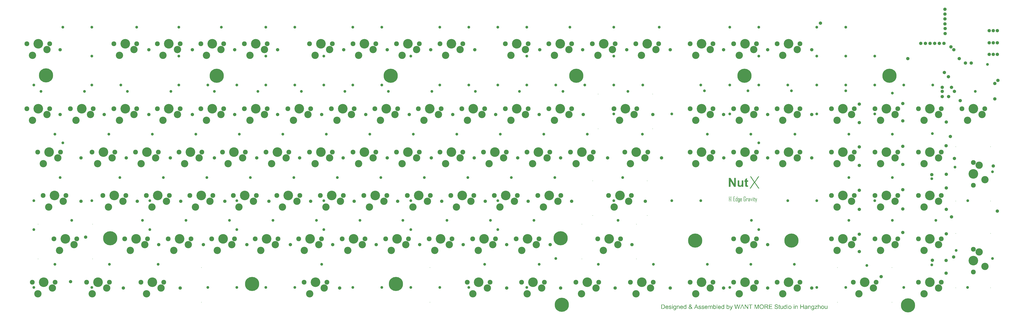
<source format=gts>
G04*
G04 #@! TF.GenerationSoftware,Altium Limited,Altium Designer,20.2.6 (244)*
G04*
G04 Layer_Color=8388736*
%FSLAX25Y25*%
%MOIN*%
G70*
G04*
G04 #@! TF.SameCoordinates,CFAAA4C9-4C41-4F38-B22A-D29D1F60BAB1*
G04*
G04*
G04 #@! TF.FilePolarity,Negative*
G04*
G01*
G75*
%ADD14C,0.24422*%
%ADD15C,0.08280*%
%ADD16C,0.12611*%
%ADD17C,0.16548*%
%ADD18C,0.00800*%
%ADD19C,0.04800*%
%ADD20C,0.05800*%
G36*
X1289918Y204057D02*
X1289221D01*
Y204926D01*
X1289918D01*
Y204057D01*
D02*
G37*
G36*
X1276421Y205992D02*
X1276487Y205975D01*
X1276552Y205959D01*
X1276618Y205926D01*
X1276692Y205885D01*
X1276757Y205828D01*
X1276766Y205820D01*
X1276782Y205795D01*
X1276815Y205762D01*
X1276848Y205713D01*
X1276872Y205656D01*
X1276905Y205582D01*
X1276921Y205492D01*
X1276930Y205401D01*
Y203565D01*
X1276208Y203565D01*
Y205369D01*
X1274388D01*
Y198595D01*
X1276208D01*
Y201375D01*
X1275347D01*
Y201990D01*
X1276930Y201990D01*
Y198554D01*
Y198546D01*
Y198513D01*
X1276921Y198464D01*
X1276905Y198407D01*
X1276889Y198333D01*
X1276856Y198267D01*
X1276815Y198194D01*
X1276757Y198128D01*
X1276749Y198120D01*
X1276725Y198103D01*
X1276692Y198079D01*
X1276643Y198046D01*
X1276585Y198013D01*
X1276511Y197989D01*
X1276421Y197972D01*
X1276331Y197964D01*
X1274224D01*
X1274174Y197972D01*
X1274117Y197989D01*
X1274043Y198005D01*
X1273978Y198030D01*
X1273904Y198071D01*
X1273838Y198128D01*
X1273830Y198136D01*
X1273814Y198161D01*
X1273789Y198194D01*
X1273756Y198243D01*
X1273723Y198308D01*
X1273699Y198374D01*
X1273682Y198464D01*
X1273674Y198554D01*
Y205401D01*
Y205410D01*
Y205442D01*
X1273682Y205492D01*
X1273699Y205557D01*
X1273715Y205623D01*
X1273740Y205688D01*
X1273781Y205762D01*
X1273838Y205828D01*
X1273846Y205836D01*
X1273871Y205852D01*
X1273904Y205885D01*
X1273953Y205918D01*
X1274019Y205943D01*
X1274084Y205975D01*
X1274174Y205992D01*
X1274265Y206000D01*
X1276372D01*
X1276421Y205992D01*
D02*
G37*
G36*
X1280251Y202991D02*
X1280341Y202966D01*
X1280439Y202925D01*
X1280497Y202892D01*
X1280546Y202851D01*
X1280595Y202802D01*
X1280636Y202745D01*
X1280669Y202679D01*
X1280702Y202597D01*
X1280718Y202507D01*
X1280726Y202400D01*
Y201318D01*
X1280054D01*
Y202359D01*
X1278799Y202302D01*
Y197964D01*
X1278119D01*
Y202966D01*
X1278799D01*
Y202818D01*
X1278816D01*
X1278857Y202827D01*
X1278922Y202843D01*
X1279012Y202851D01*
X1279111Y202876D01*
X1279226Y202892D01*
X1279349Y202909D01*
X1279480Y202933D01*
X1279496D01*
X1279545Y202941D01*
X1279627Y202958D01*
X1279718Y202966D01*
X1279824Y202982D01*
X1279939Y202991D01*
X1280054Y202999D01*
X1280210D01*
X1280251Y202991D01*
D02*
G37*
G36*
X1295355Y198005D02*
X1294855Y196070D01*
X1294182D01*
X1294691Y198005D01*
X1293461Y202966D01*
X1294166D01*
X1295011Y199022D01*
X1295880Y202966D01*
X1296560D01*
X1295355Y198005D01*
D02*
G37*
G36*
X1287130Y197956D02*
X1286507D01*
X1285261Y202966D01*
X1285966D01*
X1286819Y199022D01*
X1287688Y202966D01*
X1288369D01*
X1287130Y197956D01*
D02*
G37*
G36*
X1292001Y202966D02*
X1292879D01*
Y202367D01*
X1292001D01*
Y198563D01*
X1292879D01*
Y197964D01*
X1291895D01*
X1291862Y197972D01*
X1291829D01*
X1291731Y197997D01*
X1291624Y198038D01*
X1291567Y198071D01*
X1291517Y198112D01*
X1291468Y198153D01*
X1291419Y198210D01*
X1291386Y198284D01*
X1291353Y198358D01*
X1291337Y198448D01*
X1291329Y198554D01*
Y202367D01*
X1290730D01*
Y202966D01*
X1291329D01*
Y204524D01*
X1292001D01*
Y202966D01*
D02*
G37*
G36*
X1289910Y197964D02*
X1289238D01*
Y202966D01*
X1289910D01*
Y197964D01*
D02*
G37*
G36*
X1283891Y202958D02*
X1283924D01*
X1284023Y202933D01*
X1284129Y202892D01*
X1284187Y202859D01*
X1284236Y202818D01*
X1284293Y202769D01*
X1284334Y202712D01*
X1284375Y202646D01*
X1284408Y202572D01*
X1284424Y202482D01*
X1284433Y202376D01*
Y197964D01*
X1283752D01*
Y198103D01*
X1283736D01*
X1283711Y198095D01*
X1283686D01*
X1283604Y198079D01*
X1283498Y198071D01*
X1283375Y198054D01*
X1283244Y198030D01*
X1283096Y198013D01*
X1282940Y197989D01*
X1282916D01*
X1282891Y197980D01*
X1282858D01*
X1282768Y197972D01*
X1282653Y197964D01*
X1282522Y197948D01*
X1282391Y197939D01*
X1282260Y197931D01*
X1282112D01*
X1282087Y197939D01*
X1282046D01*
X1281964Y197964D01*
X1281858Y198005D01*
X1281809Y198038D01*
X1281759Y198079D01*
X1281710Y198120D01*
X1281669Y198177D01*
X1281628Y198251D01*
X1281604Y198325D01*
X1281587Y198415D01*
X1281579Y198522D01*
Y200293D01*
Y200301D01*
Y200317D01*
Y200350D01*
X1281587Y200383D01*
X1281612Y200481D01*
X1281645Y200588D01*
X1281710Y200695D01*
X1281751Y200752D01*
X1281809Y200793D01*
X1281866Y200834D01*
X1281940Y200867D01*
X1282022Y200883D01*
X1282120Y200891D01*
X1283768D01*
Y202392D01*
X1282301D01*
Y201547D01*
X1281636D01*
Y202384D01*
Y202392D01*
Y202408D01*
Y202433D01*
X1281645Y202474D01*
X1281661Y202564D01*
X1281702Y202671D01*
X1281768Y202777D01*
X1281809Y202827D01*
X1281858Y202876D01*
X1281923Y202909D01*
X1281997Y202941D01*
X1282079Y202958D01*
X1282169Y202966D01*
X1283859D01*
X1283891Y202958D01*
D02*
G37*
G36*
X1269894Y202958D02*
X1269992Y202933D01*
X1270099Y202892D01*
X1270156Y202859D01*
X1270206Y202818D01*
X1270263Y202769D01*
X1270304Y202712D01*
X1270345Y202646D01*
X1270378Y202564D01*
X1270394Y202474D01*
X1270402Y202367D01*
Y200580D01*
X1270165Y200342D01*
X1268270D01*
Y198538D01*
X1269738D01*
Y199448D01*
X1270402D01*
Y198538D01*
Y198530D01*
Y198513D01*
X1270394Y198489D01*
Y198448D01*
X1270370Y198358D01*
X1270329Y198251D01*
X1270296Y198202D01*
X1270255Y198144D01*
X1270206Y198095D01*
X1270148Y198054D01*
X1270083Y198013D01*
X1270001Y197989D01*
X1269910Y197972D01*
X1269804Y197964D01*
X1268172D01*
X1268139Y197972D01*
X1268106D01*
X1268008Y197997D01*
X1267901Y198038D01*
X1267844Y198071D01*
X1267795Y198112D01*
X1267746Y198153D01*
X1267696Y198210D01*
X1267664Y198284D01*
X1267631Y198358D01*
X1267614Y198448D01*
X1267606Y198554D01*
Y202367D01*
Y202376D01*
Y202392D01*
X1267614Y202425D01*
Y202458D01*
X1267639Y202556D01*
X1267680Y202671D01*
X1267713Y202720D01*
X1267754Y202777D01*
X1267795Y202827D01*
X1267852Y202876D01*
X1267926Y202909D01*
X1268000Y202941D01*
X1268090Y202958D01*
X1268197Y202966D01*
X1269861D01*
X1269894Y202958D01*
D02*
G37*
G36*
X1262514Y197964D02*
X1261833D01*
Y198103D01*
X1261825D01*
X1261784Y198095D01*
X1261735Y198087D01*
X1261661Y198079D01*
X1261579Y198062D01*
X1261481Y198046D01*
X1261268Y198021D01*
X1261054Y197989D01*
X1260956Y197972D01*
X1260858Y197956D01*
X1260776Y197948D01*
X1260702Y197939D01*
X1260653Y197931D01*
X1260579D01*
X1260546Y197939D01*
X1260464Y197948D01*
X1260366Y197972D01*
X1260251Y198005D01*
X1260136Y198054D01*
X1260013Y198128D01*
X1259906Y198226D01*
X1259898Y198243D01*
X1259865Y198284D01*
X1259824Y198341D01*
X1259775Y198431D01*
X1259726Y198538D01*
X1259685Y198661D01*
X1259652Y198809D01*
X1259644Y198964D01*
Y201892D01*
Y201900D01*
Y201916D01*
Y201933D01*
X1259652Y201966D01*
X1259660Y202056D01*
X1259685Y202162D01*
X1259718Y202277D01*
X1259775Y202408D01*
X1259849Y202531D01*
X1259947Y202654D01*
X1259964Y202671D01*
X1260005Y202704D01*
X1260070Y202753D01*
X1260161Y202810D01*
X1260267Y202868D01*
X1260398Y202917D01*
X1260546Y202950D01*
X1260710Y202966D01*
X1261833D01*
Y206000D01*
X1262514D01*
Y197964D01*
D02*
G37*
G36*
X1258594Y205369D02*
X1256708D01*
Y202367D01*
X1258430D01*
Y201728D01*
X1256708D01*
Y198595D01*
X1258627D01*
Y197964D01*
X1255995D01*
Y206000D01*
X1258594D01*
Y205369D01*
D02*
G37*
G36*
X1252116Y205992D02*
X1252149D01*
X1252248Y205967D01*
X1252362Y205926D01*
X1252412Y205893D01*
X1252469Y205852D01*
X1252518Y205803D01*
X1252567Y205746D01*
X1252600Y205680D01*
X1252633Y205598D01*
X1252649Y205508D01*
X1252658Y205401D01*
Y198554D01*
Y198546D01*
Y198530D01*
Y198497D01*
X1252649Y198464D01*
X1252625Y198366D01*
X1252584Y198259D01*
X1252551Y198202D01*
X1252510Y198153D01*
X1252461Y198103D01*
X1252403Y198054D01*
X1252338Y198021D01*
X1252256Y197989D01*
X1252166Y197972D01*
X1252059Y197964D01*
X1248566D01*
X1248533Y197972D01*
X1248500D01*
X1248402Y197997D01*
X1248295Y198038D01*
X1248238Y198071D01*
X1248189Y198112D01*
X1248139Y198153D01*
X1248090Y198210D01*
X1248057Y198284D01*
X1248025Y198358D01*
X1248008Y198448D01*
X1248000Y198554D01*
Y205401D01*
Y205410D01*
Y205426D01*
X1248008Y205459D01*
Y205492D01*
X1248033Y205590D01*
X1248074Y205697D01*
X1248107Y205754D01*
X1248148Y205803D01*
X1248189Y205861D01*
X1248246Y205902D01*
X1248320Y205943D01*
X1248394Y205975D01*
X1248484Y205992D01*
X1248590Y206000D01*
X1252084D01*
X1252116Y205992D01*
D02*
G37*
G36*
X1264646Y202982D02*
X1264687D01*
X1264728Y202974D01*
X1264785Y202966D01*
X1264851Y202958D01*
X1264933Y202950D01*
X1265031Y202933D01*
X1265146Y202917D01*
X1265286Y202900D01*
X1265433Y202876D01*
X1265605Y202851D01*
X1265802Y202818D01*
Y202958D01*
X1266483D01*
Y196668D01*
Y196660D01*
Y196644D01*
X1266475Y196611D01*
Y196578D01*
X1266450Y196480D01*
X1266409Y196373D01*
X1266376Y196316D01*
X1266335Y196258D01*
X1266286Y196209D01*
X1266229Y196160D01*
X1266163Y196127D01*
X1266081Y196094D01*
X1265991Y196078D01*
X1265884Y196070D01*
X1264252D01*
X1264220Y196078D01*
X1264187D01*
X1264097Y196103D01*
X1263982Y196144D01*
X1263933Y196176D01*
X1263875Y196217D01*
X1263826Y196267D01*
X1263785Y196324D01*
X1263744Y196390D01*
X1263711Y196472D01*
X1263695Y196562D01*
X1263687Y196668D01*
Y196677D01*
Y196693D01*
Y196718D01*
Y196750D01*
Y196800D01*
Y196857D01*
Y196931D01*
Y197005D01*
Y197013D01*
Y197037D01*
Y197078D01*
X1263695Y197119D01*
Y197226D01*
Y197267D01*
Y197308D01*
X1264375D01*
Y196652D01*
X1265802D01*
Y197964D01*
X1264638D01*
X1264605Y197972D01*
X1264515Y197980D01*
X1264408Y198005D01*
X1264293Y198038D01*
X1264162Y198095D01*
X1264039Y198169D01*
X1263916Y198267D01*
X1263900Y198284D01*
X1263867Y198325D01*
X1263818Y198390D01*
X1263769Y198481D01*
X1263711Y198587D01*
X1263662Y198718D01*
X1263629Y198874D01*
X1263613Y199038D01*
Y201957D01*
Y201966D01*
Y201974D01*
Y201998D01*
X1263621Y202031D01*
X1263629Y202113D01*
X1263646Y202212D01*
X1263678Y202326D01*
X1263728Y202449D01*
X1263785Y202572D01*
X1263875Y202687D01*
X1263892Y202704D01*
X1263924Y202736D01*
X1263982Y202786D01*
X1264064Y202843D01*
X1264170Y202892D01*
X1264293Y202941D01*
X1264433Y202974D01*
X1264589Y202991D01*
X1264621D01*
X1264646Y202982D01*
D02*
G37*
G36*
X1360913Y18375D02*
X1359986D01*
Y19433D01*
X1360913D01*
Y18375D01*
D02*
G37*
G36*
X1349753D02*
X1348826D01*
Y19433D01*
X1349753D01*
Y18375D01*
D02*
G37*
G36*
X1151165Y18375D02*
X1150239D01*
Y19433D01*
X1151165D01*
Y18375D01*
D02*
G37*
G36*
X1330015Y19556D02*
X1330106Y19548D01*
X1330196Y19540D01*
X1330303Y19532D01*
X1330532Y19499D01*
X1330786Y19450D01*
X1331040Y19376D01*
X1331287Y19286D01*
X1331295D01*
X1331311Y19269D01*
X1331352Y19261D01*
X1331393Y19236D01*
X1331442Y19204D01*
X1331508Y19171D01*
X1331647Y19089D01*
X1331811Y18974D01*
X1331975Y18835D01*
X1332131Y18679D01*
X1332271Y18490D01*
X1332279Y18482D01*
X1332287Y18465D01*
X1332303Y18441D01*
X1332328Y18400D01*
X1332353Y18351D01*
X1332385Y18293D01*
X1332410Y18219D01*
X1332451Y18146D01*
X1332516Y17974D01*
X1332574Y17768D01*
X1332623Y17547D01*
X1332648Y17301D01*
X1331688Y17227D01*
Y17235D01*
X1331680Y17260D01*
Y17293D01*
X1331672Y17342D01*
X1331656Y17408D01*
X1331639Y17473D01*
X1331590Y17629D01*
X1331524Y17801D01*
X1331426Y17982D01*
X1331311Y18154D01*
X1331237Y18228D01*
X1331155Y18302D01*
X1331147Y18310D01*
X1331139Y18318D01*
X1331106Y18334D01*
X1331073Y18359D01*
X1331024Y18383D01*
X1330967Y18416D01*
X1330901Y18449D01*
X1330827Y18490D01*
X1330737Y18523D01*
X1330639Y18556D01*
X1330532Y18588D01*
X1330417Y18613D01*
X1330286Y18638D01*
X1330147Y18654D01*
X1329999Y18670D01*
X1329761D01*
X1329696Y18662D01*
X1329622D01*
X1329540Y18654D01*
X1329442Y18646D01*
X1329343Y18630D01*
X1329122Y18588D01*
X1328909Y18531D01*
X1328703Y18449D01*
X1328605Y18392D01*
X1328523Y18334D01*
X1328515D01*
X1328507Y18318D01*
X1328458Y18277D01*
X1328392Y18203D01*
X1328318Y18105D01*
X1328244Y17990D01*
X1328179Y17851D01*
X1328129Y17703D01*
X1328121Y17621D01*
X1328113Y17531D01*
Y17523D01*
Y17514D01*
X1328121Y17465D01*
X1328129Y17391D01*
X1328146Y17301D01*
X1328187Y17195D01*
X1328236Y17080D01*
X1328302Y16973D01*
X1328400Y16867D01*
X1328417Y16858D01*
X1328433Y16842D01*
X1328466Y16817D01*
X1328507Y16793D01*
X1328556Y16768D01*
X1328621Y16735D01*
X1328695Y16694D01*
X1328786Y16653D01*
X1328892Y16612D01*
X1329015Y16571D01*
X1329154Y16522D01*
X1329319Y16473D01*
X1329491Y16424D01*
X1329688Y16366D01*
X1329909Y16317D01*
X1329925D01*
X1329966Y16309D01*
X1330024Y16293D01*
X1330106Y16268D01*
X1330204Y16251D01*
X1330319Y16219D01*
X1330442Y16194D01*
X1330573Y16153D01*
X1330852Y16079D01*
X1331131Y16005D01*
X1331262Y15965D01*
X1331377Y15924D01*
X1331491Y15882D01*
X1331582Y15842D01*
X1331590D01*
X1331614Y15825D01*
X1331647Y15809D01*
X1331688Y15784D01*
X1331746Y15759D01*
X1331811Y15719D01*
X1331951Y15628D01*
X1332115Y15522D01*
X1332271Y15391D01*
X1332426Y15235D01*
X1332492Y15153D01*
X1332557Y15071D01*
Y15063D01*
X1332574Y15046D01*
X1332590Y15021D01*
X1332607Y14989D01*
X1332631Y14948D01*
X1332656Y14890D01*
X1332722Y14759D01*
X1332779Y14603D01*
X1332828Y14423D01*
X1332861Y14218D01*
X1332877Y13996D01*
Y13988D01*
Y13972D01*
Y13939D01*
X1332869Y13898D01*
Y13841D01*
X1332861Y13783D01*
X1332836Y13627D01*
X1332795Y13455D01*
X1332730Y13267D01*
X1332640Y13070D01*
X1332590Y12963D01*
X1332525Y12865D01*
Y12857D01*
X1332508Y12840D01*
X1332492Y12816D01*
X1332459Y12775D01*
X1332385Y12685D01*
X1332271Y12562D01*
X1332131Y12430D01*
X1331959Y12291D01*
X1331762Y12160D01*
X1331532Y12037D01*
X1331524D01*
X1331500Y12020D01*
X1331467Y12012D01*
X1331418Y11987D01*
X1331360Y11971D01*
X1331287Y11947D01*
X1331205Y11914D01*
X1331106Y11889D01*
X1331008Y11864D01*
X1330893Y11832D01*
X1330647Y11791D01*
X1330376Y11758D01*
X1330081Y11742D01*
X1329983D01*
X1329909Y11750D01*
X1329819D01*
X1329720Y11758D01*
X1329605Y11766D01*
X1329474Y11783D01*
X1329204Y11815D01*
X1328917Y11864D01*
X1328630Y11938D01*
X1328351Y12037D01*
X1328343D01*
X1328318Y12053D01*
X1328285Y12070D01*
X1328236Y12094D01*
X1328179Y12127D01*
X1328113Y12160D01*
X1327957Y12258D01*
X1327785Y12381D01*
X1327605Y12537D01*
X1327424Y12717D01*
X1327269Y12931D01*
X1327260Y12939D01*
X1327252Y12955D01*
X1327236Y12988D01*
X1327211Y13037D01*
X1327178Y13094D01*
X1327145Y13160D01*
X1327104Y13242D01*
X1327072Y13332D01*
X1327031Y13422D01*
X1326998Y13529D01*
X1326932Y13767D01*
X1326883Y14021D01*
X1326867Y14161D01*
X1326859Y14300D01*
X1327802Y14382D01*
Y14374D01*
Y14357D01*
X1327810Y14324D01*
X1327818Y14284D01*
X1327826Y14234D01*
X1327834Y14185D01*
X1327867Y14046D01*
X1327908Y13898D01*
X1327957Y13742D01*
X1328023Y13587D01*
X1328105Y13439D01*
X1328113Y13422D01*
X1328154Y13382D01*
X1328211Y13316D01*
X1328294Y13234D01*
X1328400Y13136D01*
X1328531Y13045D01*
X1328687Y12947D01*
X1328868Y12857D01*
X1328876D01*
X1328892Y12848D01*
X1328917Y12840D01*
X1328958Y12824D01*
X1329007Y12808D01*
X1329064Y12783D01*
X1329130Y12766D01*
X1329204Y12750D01*
X1329376Y12709D01*
X1329581Y12668D01*
X1329794Y12643D01*
X1330032Y12635D01*
X1330130D01*
X1330180Y12643D01*
X1330237D01*
X1330368Y12660D01*
X1330524Y12676D01*
X1330696Y12701D01*
X1330868Y12742D01*
X1331032Y12799D01*
X1331040D01*
X1331049Y12808D01*
X1331073Y12816D01*
X1331106Y12832D01*
X1331180Y12873D01*
X1331278Y12922D01*
X1331385Y12988D01*
X1331500Y13070D01*
X1331598Y13160D01*
X1331688Y13267D01*
X1331697Y13283D01*
X1331721Y13316D01*
X1331762Y13382D01*
X1331803Y13464D01*
X1331836Y13562D01*
X1331877Y13668D01*
X1331901Y13792D01*
X1331910Y13915D01*
Y13923D01*
Y13931D01*
Y13972D01*
X1331901Y14046D01*
X1331885Y14128D01*
X1331861Y14226D01*
X1331820Y14333D01*
X1331770Y14439D01*
X1331697Y14538D01*
X1331688Y14546D01*
X1331656Y14579D01*
X1331606Y14628D01*
X1331532Y14694D01*
X1331442Y14759D01*
X1331319Y14833D01*
X1331180Y14907D01*
X1331016Y14980D01*
X1330999Y14989D01*
X1330983Y14997D01*
X1330950Y15005D01*
X1330917Y15013D01*
X1330868Y15030D01*
X1330803Y15054D01*
X1330737Y15071D01*
X1330647Y15095D01*
X1330557Y15128D01*
X1330442Y15153D01*
X1330319Y15186D01*
X1330180Y15226D01*
X1330032Y15259D01*
X1329860Y15308D01*
X1329671Y15349D01*
X1329663D01*
X1329630Y15358D01*
X1329573Y15374D01*
X1329507Y15391D01*
X1329417Y15415D01*
X1329319Y15440D01*
X1329220Y15473D01*
X1329105Y15505D01*
X1328859Y15579D01*
X1328621Y15661D01*
X1328507Y15702D01*
X1328400Y15743D01*
X1328302Y15784D01*
X1328220Y15825D01*
X1328211D01*
X1328195Y15842D01*
X1328170Y15858D01*
X1328129Y15874D01*
X1328031Y15932D01*
X1327916Y16014D01*
X1327777Y16120D01*
X1327646Y16235D01*
X1327514Y16375D01*
X1327408Y16522D01*
Y16530D01*
X1327400Y16538D01*
X1327383Y16563D01*
X1327367Y16596D01*
X1327326Y16686D01*
X1327277Y16801D01*
X1327227Y16940D01*
X1327186Y17104D01*
X1327154Y17285D01*
X1327145Y17473D01*
Y17481D01*
Y17498D01*
Y17531D01*
X1327154Y17572D01*
Y17621D01*
X1327162Y17678D01*
X1327186Y17826D01*
X1327227Y17990D01*
X1327277Y18162D01*
X1327359Y18351D01*
X1327465Y18539D01*
Y18548D01*
X1327482Y18564D01*
X1327498Y18588D01*
X1327523Y18621D01*
X1327605Y18711D01*
X1327711Y18826D01*
X1327843Y18949D01*
X1328006Y19072D01*
X1328195Y19195D01*
X1328417Y19302D01*
X1328425D01*
X1328441Y19310D01*
X1328482Y19327D01*
X1328523Y19343D01*
X1328580Y19359D01*
X1328654Y19384D01*
X1328736Y19409D01*
X1328827Y19433D01*
X1328925Y19458D01*
X1329031Y19482D01*
X1329261Y19523D01*
X1329523Y19556D01*
X1329802Y19564D01*
X1329942D01*
X1330015Y19556D01*
D02*
G37*
G36*
X1347350Y11864D02*
X1346489D01*
Y12553D01*
X1346481Y12545D01*
X1346465Y12520D01*
X1346432Y12479D01*
X1346391Y12430D01*
X1346334Y12365D01*
X1346268Y12299D01*
X1346194Y12225D01*
X1346104Y12151D01*
X1345997Y12070D01*
X1345883Y11996D01*
X1345759Y11930D01*
X1345620Y11873D01*
X1345464Y11815D01*
X1345308Y11774D01*
X1345136Y11750D01*
X1344948Y11742D01*
X1344882D01*
X1344833Y11750D01*
X1344775D01*
X1344710Y11758D01*
X1344636Y11774D01*
X1344554Y11791D01*
X1344366Y11832D01*
X1344160Y11897D01*
X1343956Y11987D01*
X1343849Y12037D01*
X1343742Y12102D01*
X1343734Y12111D01*
X1343718Y12119D01*
X1343693Y12143D01*
X1343652Y12168D01*
X1343603Y12209D01*
X1343554Y12250D01*
X1343431Y12365D01*
X1343291Y12504D01*
X1343152Y12676D01*
X1343013Y12881D01*
X1342889Y13111D01*
Y13119D01*
X1342873Y13144D01*
X1342865Y13176D01*
X1342840Y13226D01*
X1342824Y13283D01*
X1342799Y13357D01*
X1342766Y13447D01*
X1342742Y13537D01*
X1342717Y13644D01*
X1342684Y13759D01*
X1342660Y13882D01*
X1342644Y14013D01*
X1342611Y14292D01*
X1342594Y14595D01*
Y14603D01*
Y14636D01*
Y14677D01*
X1342603Y14735D01*
Y14808D01*
X1342611Y14890D01*
X1342619Y14989D01*
X1342627Y15095D01*
X1342660Y15325D01*
X1342709Y15571D01*
X1342775Y15833D01*
X1342865Y16087D01*
Y16096D01*
X1342881Y16120D01*
X1342898Y16153D01*
X1342914Y16202D01*
X1342947Y16251D01*
X1342980Y16317D01*
X1343070Y16465D01*
X1343185Y16637D01*
X1343324Y16801D01*
X1343488Y16965D01*
X1343685Y17112D01*
X1343693Y17121D01*
X1343709Y17129D01*
X1343742Y17145D01*
X1343783Y17170D01*
X1343832Y17195D01*
X1343898Y17227D01*
X1343964Y17260D01*
X1344046Y17293D01*
X1344226Y17358D01*
X1344431Y17416D01*
X1344661Y17457D01*
X1344784Y17473D01*
X1344989D01*
X1345087Y17465D01*
X1345202Y17449D01*
X1345341Y17424D01*
X1345489Y17383D01*
X1345645Y17334D01*
X1345792Y17260D01*
X1345800D01*
X1345809Y17252D01*
X1345858Y17219D01*
X1345924Y17178D01*
X1346014Y17112D01*
X1346112Y17030D01*
X1346219Y16940D01*
X1346325Y16834D01*
X1346424Y16711D01*
Y19433D01*
X1347350D01*
Y11864D01*
D02*
G37*
G36*
X1239848Y11864D02*
X1238987D01*
Y12553D01*
X1238979Y12545D01*
X1238963Y12520D01*
X1238930Y12479D01*
X1238889Y12430D01*
X1238832Y12365D01*
X1238766Y12299D01*
X1238692Y12225D01*
X1238602Y12151D01*
X1238495Y12070D01*
X1238381Y11996D01*
X1238258Y11930D01*
X1238118Y11873D01*
X1237962Y11815D01*
X1237807Y11774D01*
X1237634Y11750D01*
X1237446Y11742D01*
X1237380D01*
X1237331Y11750D01*
X1237274D01*
X1237208Y11758D01*
X1237134Y11774D01*
X1237052Y11791D01*
X1236864Y11832D01*
X1236658Y11897D01*
X1236454Y11987D01*
X1236347Y12037D01*
X1236240Y12102D01*
X1236232Y12111D01*
X1236216Y12119D01*
X1236191Y12143D01*
X1236150Y12168D01*
X1236101Y12209D01*
X1236052Y12250D01*
X1235929Y12365D01*
X1235789Y12504D01*
X1235650Y12676D01*
X1235511Y12881D01*
X1235388Y13111D01*
Y13119D01*
X1235371Y13144D01*
X1235363Y13176D01*
X1235338Y13226D01*
X1235322Y13283D01*
X1235297Y13357D01*
X1235264Y13447D01*
X1235240Y13537D01*
X1235215Y13644D01*
X1235182Y13759D01*
X1235158Y13882D01*
X1235141Y14013D01*
X1235109Y14292D01*
X1235092Y14595D01*
Y14603D01*
Y14636D01*
Y14677D01*
X1235100Y14735D01*
Y14808D01*
X1235109Y14890D01*
X1235117Y14989D01*
X1235125Y15095D01*
X1235158Y15325D01*
X1235207Y15571D01*
X1235273Y15833D01*
X1235363Y16087D01*
Y16096D01*
X1235379Y16120D01*
X1235396Y16153D01*
X1235412Y16202D01*
X1235445Y16251D01*
X1235478Y16317D01*
X1235568Y16465D01*
X1235683Y16637D01*
X1235822Y16801D01*
X1235986Y16965D01*
X1236183Y17112D01*
X1236191Y17121D01*
X1236207Y17129D01*
X1236240Y17145D01*
X1236281Y17170D01*
X1236331Y17195D01*
X1236396Y17227D01*
X1236462Y17260D01*
X1236544Y17293D01*
X1236724Y17358D01*
X1236929Y17416D01*
X1237159Y17457D01*
X1237282Y17473D01*
X1237487D01*
X1237585Y17465D01*
X1237700Y17449D01*
X1237839Y17424D01*
X1237987Y17383D01*
X1238143Y17334D01*
X1238290Y17260D01*
X1238299D01*
X1238307Y17252D01*
X1238356Y17219D01*
X1238422Y17178D01*
X1238512Y17112D01*
X1238610Y17030D01*
X1238717Y16940D01*
X1238823Y16834D01*
X1238922Y16711D01*
Y19433D01*
X1239848D01*
Y11864D01*
D02*
G37*
G36*
X1174625Y11864D02*
X1173765D01*
Y12553D01*
X1173756Y12545D01*
X1173740Y12520D01*
X1173707Y12479D01*
X1173666Y12430D01*
X1173609Y12365D01*
X1173543Y12299D01*
X1173469Y12225D01*
X1173379Y12151D01*
X1173273Y12070D01*
X1173158Y11996D01*
X1173035Y11930D01*
X1172895Y11873D01*
X1172740Y11815D01*
X1172584Y11774D01*
X1172412Y11750D01*
X1172223Y11742D01*
X1172157D01*
X1172108Y11750D01*
X1172051D01*
X1171985Y11758D01*
X1171911Y11774D01*
X1171829Y11791D01*
X1171641Y11832D01*
X1171436Y11897D01*
X1171231Y11987D01*
X1171124Y12037D01*
X1171017Y12102D01*
X1171009Y12111D01*
X1170993Y12119D01*
X1170968Y12143D01*
X1170927Y12168D01*
X1170878Y12209D01*
X1170829Y12250D01*
X1170706Y12365D01*
X1170566Y12504D01*
X1170427Y12676D01*
X1170288Y12881D01*
X1170165Y13111D01*
Y13119D01*
X1170148Y13144D01*
X1170140Y13176D01*
X1170115Y13226D01*
X1170099Y13283D01*
X1170074Y13357D01*
X1170042Y13447D01*
X1170017Y13537D01*
X1169993Y13644D01*
X1169960Y13759D01*
X1169935Y13882D01*
X1169919Y14013D01*
X1169886Y14292D01*
X1169870Y14595D01*
Y14603D01*
Y14636D01*
Y14677D01*
X1169878Y14735D01*
Y14808D01*
X1169886Y14890D01*
X1169894Y14989D01*
X1169902Y15095D01*
X1169935Y15325D01*
X1169984Y15571D01*
X1170050Y15833D01*
X1170140Y16087D01*
Y16096D01*
X1170156Y16120D01*
X1170173Y16153D01*
X1170189Y16202D01*
X1170222Y16251D01*
X1170255Y16317D01*
X1170345Y16465D01*
X1170460Y16637D01*
X1170599Y16801D01*
X1170763Y16965D01*
X1170960Y17112D01*
X1170968Y17121D01*
X1170985Y17129D01*
X1171017Y17145D01*
X1171058Y17170D01*
X1171108Y17195D01*
X1171173Y17227D01*
X1171239Y17260D01*
X1171321Y17293D01*
X1171501Y17358D01*
X1171706Y17416D01*
X1171936Y17457D01*
X1172059Y17473D01*
X1172264D01*
X1172362Y17465D01*
X1172477Y17449D01*
X1172616Y17424D01*
X1172764Y17383D01*
X1172920Y17334D01*
X1173067Y17260D01*
X1173076D01*
X1173084Y17252D01*
X1173133Y17219D01*
X1173199Y17178D01*
X1173289Y17112D01*
X1173387Y17030D01*
X1173494Y16940D01*
X1173600Y16834D01*
X1173699Y16711D01*
Y19433D01*
X1174625D01*
Y11864D01*
D02*
G37*
G36*
X1387358Y17465D02*
X1387407D01*
X1387530Y17449D01*
X1387670Y17432D01*
X1387825Y17400D01*
X1387981Y17350D01*
X1388137Y17293D01*
X1388145D01*
X1388153Y17285D01*
X1388203Y17260D01*
X1388276Y17219D01*
X1388375Y17170D01*
X1388473Y17096D01*
X1388580Y17022D01*
X1388678Y16932D01*
X1388760Y16826D01*
X1388768Y16809D01*
X1388793Y16776D01*
X1388826Y16711D01*
X1388875Y16629D01*
X1388924Y16530D01*
X1388965Y16416D01*
X1389015Y16284D01*
X1389047Y16137D01*
Y16128D01*
X1389056Y16087D01*
X1389064Y16022D01*
X1389080Y15932D01*
X1389088Y15809D01*
Y15735D01*
X1389097Y15653D01*
Y15563D01*
X1389105Y15456D01*
Y15349D01*
Y15235D01*
Y11864D01*
X1388178Y11864D01*
Y15202D01*
Y15210D01*
Y15226D01*
Y15259D01*
Y15292D01*
Y15341D01*
X1388170Y15399D01*
X1388162Y15522D01*
X1388153Y15661D01*
X1388129Y15800D01*
X1388104Y15932D01*
X1388063Y16047D01*
X1388055Y16063D01*
X1388039Y16096D01*
X1388014Y16145D01*
X1387973Y16210D01*
X1387924Y16284D01*
X1387858Y16358D01*
X1387776Y16432D01*
X1387678Y16498D01*
X1387670Y16506D01*
X1387629Y16522D01*
X1387571Y16555D01*
X1387498Y16588D01*
X1387399Y16612D01*
X1387292Y16645D01*
X1387169Y16661D01*
X1387030Y16670D01*
X1386973D01*
X1386932Y16661D01*
X1386882D01*
X1386817Y16653D01*
X1386677Y16621D01*
X1386522Y16579D01*
X1386349Y16514D01*
X1386177Y16416D01*
X1386087Y16358D01*
X1386005Y16293D01*
X1385997Y16284D01*
X1385989Y16276D01*
X1385964Y16251D01*
X1385940Y16219D01*
X1385907Y16170D01*
X1385874Y16120D01*
X1385833Y16055D01*
X1385792Y15973D01*
X1385751Y15882D01*
X1385710Y15776D01*
X1385677Y15661D01*
X1385644Y15530D01*
X1385620Y15382D01*
X1385595Y15226D01*
X1385587Y15046D01*
X1385579Y14857D01*
Y11864D01*
X1384652D01*
Y17350D01*
X1385489D01*
Y16563D01*
X1385497Y16571D01*
X1385513Y16604D01*
X1385554Y16645D01*
X1385603Y16702D01*
X1385661Y16776D01*
X1385734Y16850D01*
X1385825Y16932D01*
X1385931Y17022D01*
X1386046Y17104D01*
X1386177Y17186D01*
X1386317Y17260D01*
X1386473Y17334D01*
X1386645Y17391D01*
X1386825Y17432D01*
X1387022Y17465D01*
X1387227Y17473D01*
X1387309D01*
X1387358Y17465D01*
D02*
G37*
G36*
X1365030D02*
X1365079D01*
X1365202Y17449D01*
X1365341Y17432D01*
X1365497Y17400D01*
X1365653Y17350D01*
X1365808Y17293D01*
X1365817D01*
X1365825Y17285D01*
X1365874Y17260D01*
X1365948Y17219D01*
X1366046Y17170D01*
X1366145Y17096D01*
X1366251Y17022D01*
X1366350Y16932D01*
X1366432Y16826D01*
X1366440Y16809D01*
X1366465Y16776D01*
X1366497Y16711D01*
X1366547Y16629D01*
X1366596Y16530D01*
X1366637Y16416D01*
X1366686Y16284D01*
X1366719Y16137D01*
Y16128D01*
X1366727Y16087D01*
X1366735Y16022D01*
X1366751Y15932D01*
X1366760Y15809D01*
Y15735D01*
X1366768Y15653D01*
Y15563D01*
X1366776Y15456D01*
Y15349D01*
Y15235D01*
Y11864D01*
X1365849D01*
Y15202D01*
Y15210D01*
Y15226D01*
Y15259D01*
Y15292D01*
Y15341D01*
X1365841Y15399D01*
X1365833Y15522D01*
X1365825Y15661D01*
X1365800Y15800D01*
X1365776Y15932D01*
X1365735Y16047D01*
X1365726Y16063D01*
X1365710Y16096D01*
X1365685Y16145D01*
X1365644Y16210D01*
X1365595Y16284D01*
X1365530Y16358D01*
X1365448Y16432D01*
X1365349Y16498D01*
X1365341Y16506D01*
X1365300Y16522D01*
X1365243Y16555D01*
X1365169Y16588D01*
X1365071Y16612D01*
X1364964Y16645D01*
X1364841Y16661D01*
X1364701Y16670D01*
X1364644D01*
X1364603Y16661D01*
X1364554D01*
X1364488Y16653D01*
X1364349Y16621D01*
X1364193Y16579D01*
X1364021Y16514D01*
X1363849Y16416D01*
X1363758Y16358D01*
X1363676Y16293D01*
X1363668Y16284D01*
X1363660Y16276D01*
X1363636Y16251D01*
X1363611Y16219D01*
X1363578Y16170D01*
X1363545Y16120D01*
X1363504Y16055D01*
X1363463Y15973D01*
X1363422Y15882D01*
X1363381Y15776D01*
X1363348Y15661D01*
X1363316Y15530D01*
X1363291Y15382D01*
X1363266Y15226D01*
X1363258Y15046D01*
X1363250Y14857D01*
Y11864D01*
X1362323D01*
Y17350D01*
X1363160D01*
Y16563D01*
X1363168Y16571D01*
X1363185Y16604D01*
X1363225Y16645D01*
X1363275Y16702D01*
X1363332Y16776D01*
X1363406Y16850D01*
X1363496Y16932D01*
X1363603Y17022D01*
X1363717Y17104D01*
X1363849Y17186D01*
X1363988Y17260D01*
X1364144Y17334D01*
X1364316Y17391D01*
X1364497Y17432D01*
X1364693Y17465D01*
X1364898Y17473D01*
X1364980D01*
X1365030Y17465D01*
D02*
G37*
G36*
X1161161Y17465D02*
X1161210D01*
X1161333Y17449D01*
X1161473Y17432D01*
X1161629Y17400D01*
X1161784Y17350D01*
X1161940Y17293D01*
X1161948D01*
X1161957Y17285D01*
X1162006Y17260D01*
X1162080Y17219D01*
X1162178Y17170D01*
X1162276Y17096D01*
X1162383Y17022D01*
X1162481Y16932D01*
X1162563Y16826D01*
X1162572Y16809D01*
X1162596Y16776D01*
X1162629Y16711D01*
X1162678Y16629D01*
X1162727Y16530D01*
X1162768Y16416D01*
X1162817Y16284D01*
X1162850Y16137D01*
Y16128D01*
X1162858Y16087D01*
X1162867Y16022D01*
X1162883Y15932D01*
X1162891Y15809D01*
Y15735D01*
X1162899Y15653D01*
Y15563D01*
X1162908Y15456D01*
Y15349D01*
Y15235D01*
Y11864D01*
X1161981D01*
Y15202D01*
Y15210D01*
Y15226D01*
Y15259D01*
Y15292D01*
Y15341D01*
X1161973Y15399D01*
X1161965Y15522D01*
X1161957Y15661D01*
X1161932Y15800D01*
X1161907Y15932D01*
X1161866Y16047D01*
X1161858Y16063D01*
X1161842Y16096D01*
X1161817Y16145D01*
X1161776Y16210D01*
X1161727Y16284D01*
X1161661Y16358D01*
X1161579Y16432D01*
X1161481Y16498D01*
X1161473Y16506D01*
X1161432Y16522D01*
X1161374Y16555D01*
X1161300Y16588D01*
X1161202Y16612D01*
X1161096Y16645D01*
X1160972Y16661D01*
X1160833Y16670D01*
X1160776D01*
X1160735Y16661D01*
X1160686D01*
X1160620Y16653D01*
X1160480Y16621D01*
X1160325Y16579D01*
X1160153Y16514D01*
X1159980Y16416D01*
X1159890Y16358D01*
X1159808Y16293D01*
X1159800Y16284D01*
X1159792Y16276D01*
X1159767Y16251D01*
X1159743Y16219D01*
X1159710Y16170D01*
X1159677Y16120D01*
X1159636Y16055D01*
X1159595Y15973D01*
X1159554Y15882D01*
X1159513Y15776D01*
X1159480Y15661D01*
X1159447Y15530D01*
X1159423Y15382D01*
X1159398Y15226D01*
X1159390Y15046D01*
X1159382Y14857D01*
Y11864D01*
X1158455D01*
Y17350D01*
X1159291D01*
Y16563D01*
X1159300Y16571D01*
X1159316Y16604D01*
X1159357Y16645D01*
X1159406Y16702D01*
X1159464Y16776D01*
X1159538Y16850D01*
X1159628Y16932D01*
X1159734Y17022D01*
X1159849Y17104D01*
X1159980Y17186D01*
X1160120Y17260D01*
X1160275Y17334D01*
X1160448Y17391D01*
X1160628Y17432D01*
X1160825Y17465D01*
X1161030Y17473D01*
X1161112D01*
X1161161Y17465D01*
D02*
G37*
G36*
X1218389Y17465D02*
X1218463Y17457D01*
X1218536Y17449D01*
X1218627Y17432D01*
X1218725Y17416D01*
X1218922Y17358D01*
X1219135Y17277D01*
X1219234Y17227D01*
X1219332Y17170D01*
X1219430Y17096D01*
X1219512Y17014D01*
X1219520Y17006D01*
X1219529Y16989D01*
X1219553Y16965D01*
X1219578Y16932D01*
X1219619Y16883D01*
X1219652Y16826D01*
X1219693Y16752D01*
X1219734Y16670D01*
X1219775Y16579D01*
X1219816Y16481D01*
X1219857Y16366D01*
X1219890Y16243D01*
X1219914Y16104D01*
X1219939Y15956D01*
X1219947Y15800D01*
X1219955Y15628D01*
Y11864D01*
X1219028D01*
Y15317D01*
Y15325D01*
Y15341D01*
Y15374D01*
Y15407D01*
X1219020Y15505D01*
Y15628D01*
X1219004Y15759D01*
X1218987Y15891D01*
X1218971Y16014D01*
X1218938Y16120D01*
Y16128D01*
X1218922Y16161D01*
X1218897Y16202D01*
X1218865Y16260D01*
X1218815Y16325D01*
X1218766Y16391D01*
X1218692Y16456D01*
X1218610Y16514D01*
X1218602Y16522D01*
X1218569Y16538D01*
X1218520Y16563D01*
X1218454Y16596D01*
X1218373Y16621D01*
X1218274Y16645D01*
X1218167Y16661D01*
X1218053Y16670D01*
X1217995D01*
X1217954Y16661D01*
X1217905D01*
X1217848Y16653D01*
X1217717Y16621D01*
X1217561Y16579D01*
X1217397Y16506D01*
X1217241Y16416D01*
X1217159Y16350D01*
X1217085Y16284D01*
Y16276D01*
X1217069Y16268D01*
X1217052Y16243D01*
X1217028Y16210D01*
X1216995Y16170D01*
X1216962Y16120D01*
X1216929Y16055D01*
X1216897Y15989D01*
X1216856Y15907D01*
X1216823Y15817D01*
X1216790Y15710D01*
X1216757Y15604D01*
X1216733Y15481D01*
X1216716Y15341D01*
X1216708Y15202D01*
X1216700Y15046D01*
Y11864D01*
X1215773D01*
Y15423D01*
Y15431D01*
Y15448D01*
Y15481D01*
Y15530D01*
X1215765Y15579D01*
Y15637D01*
X1215749Y15776D01*
X1215716Y15924D01*
X1215675Y16079D01*
X1215617Y16227D01*
X1215543Y16358D01*
X1215535Y16375D01*
X1215502Y16407D01*
X1215445Y16456D01*
X1215371Y16514D01*
X1215265Y16571D01*
X1215142Y16621D01*
X1214986Y16653D01*
X1214806Y16670D01*
X1214740D01*
X1214666Y16661D01*
X1214568Y16645D01*
X1214453Y16621D01*
X1214330Y16579D01*
X1214207Y16530D01*
X1214076Y16456D01*
X1214059Y16448D01*
X1214018Y16416D01*
X1213961Y16375D01*
X1213895Y16301D01*
X1213813Y16219D01*
X1213731Y16112D01*
X1213657Y15989D01*
X1213592Y15850D01*
Y15842D01*
X1213584Y15833D01*
X1213575Y15809D01*
X1213567Y15776D01*
X1213559Y15735D01*
X1213543Y15686D01*
X1213535Y15628D01*
X1213518Y15563D01*
X1213502Y15481D01*
X1213494Y15399D01*
X1213477Y15308D01*
X1213469Y15202D01*
X1213461Y15095D01*
X1213453Y14972D01*
X1213444Y14849D01*
Y14710D01*
Y11864D01*
X1212518D01*
Y17350D01*
X1213346D01*
Y16588D01*
X1213362Y16596D01*
X1213395Y16645D01*
X1213453Y16719D01*
X1213535Y16809D01*
X1213633Y16916D01*
X1213748Y17022D01*
X1213879Y17129D01*
X1214035Y17227D01*
X1214043D01*
X1214051Y17235D01*
X1214076Y17252D01*
X1214108Y17268D01*
X1214149Y17285D01*
X1214199Y17309D01*
X1214314Y17350D01*
X1214461Y17400D01*
X1214625Y17432D01*
X1214814Y17465D01*
X1215011Y17473D01*
X1215109D01*
X1215166Y17465D01*
X1215224Y17457D01*
X1215363Y17440D01*
X1215519Y17408D01*
X1215683Y17367D01*
X1215847Y17301D01*
X1216003Y17219D01*
X1216011D01*
X1216019Y17211D01*
X1216068Y17170D01*
X1216134Y17112D01*
X1216224Y17039D01*
X1216314Y16932D01*
X1216405Y16817D01*
X1216486Y16678D01*
X1216560Y16514D01*
X1216568Y16522D01*
X1216593Y16555D01*
X1216626Y16604D01*
X1216683Y16661D01*
X1216741Y16735D01*
X1216823Y16817D01*
X1216913Y16907D01*
X1217019Y16998D01*
X1217134Y17080D01*
X1217266Y17170D01*
X1217405Y17252D01*
X1217552Y17326D01*
X1217717Y17383D01*
X1217889Y17432D01*
X1218069Y17465D01*
X1218258Y17473D01*
X1218340D01*
X1218389Y17465D01*
D02*
G37*
G36*
X1377223Y11864D02*
X1376223D01*
Y15431D01*
X1372295D01*
Y11864D01*
X1371294D01*
Y19433D01*
X1372295D01*
Y16325D01*
X1376223D01*
Y19433D01*
X1377223D01*
Y11864D01*
D02*
G37*
G36*
X1203325Y17465D02*
X1203391D01*
X1203547Y17449D01*
X1203719Y17424D01*
X1203916Y17391D01*
X1204105Y17350D01*
X1204293Y17285D01*
X1204301D01*
X1204318Y17277D01*
X1204342Y17268D01*
X1204375Y17252D01*
X1204457Y17211D01*
X1204572Y17154D01*
X1204687Y17080D01*
X1204801Y16989D01*
X1204916Y16891D01*
X1205015Y16776D01*
X1205023Y16760D01*
X1205056Y16719D01*
X1205097Y16645D01*
X1205146Y16555D01*
X1205203Y16432D01*
X1205252Y16284D01*
X1205302Y16120D01*
X1205343Y15932D01*
X1204432Y15809D01*
Y15817D01*
Y15825D01*
X1204416Y15874D01*
X1204400Y15956D01*
X1204367Y16047D01*
X1204318Y16153D01*
X1204252Y16260D01*
X1204170Y16366D01*
X1204072Y16465D01*
X1204055Y16473D01*
X1204014Y16506D01*
X1203949Y16547D01*
X1203858Y16588D01*
X1203736Y16637D01*
X1203588Y16670D01*
X1203424Y16702D01*
X1203227Y16711D01*
X1203121D01*
X1203071Y16702D01*
X1203014D01*
X1202874Y16686D01*
X1202727Y16661D01*
X1202571Y16621D01*
X1202432Y16571D01*
X1202374Y16538D01*
X1202317Y16498D01*
X1202309Y16489D01*
X1202276Y16456D01*
X1202235Y16416D01*
X1202186Y16358D01*
X1202128Y16284D01*
X1202087Y16194D01*
X1202055Y16104D01*
X1202046Y15997D01*
Y15989D01*
Y15965D01*
X1202055Y15932D01*
X1202063Y15891D01*
X1202096Y15784D01*
X1202120Y15727D01*
X1202153Y15669D01*
X1202161Y15661D01*
X1202178Y15645D01*
X1202202Y15620D01*
X1202243Y15587D01*
X1202292Y15546D01*
X1202358Y15505D01*
X1202432Y15464D01*
X1202514Y15423D01*
X1202522D01*
X1202547Y15415D01*
X1202596Y15399D01*
X1202670Y15374D01*
X1202719Y15358D01*
X1202776Y15341D01*
X1202842Y15325D01*
X1202915Y15300D01*
X1203006Y15276D01*
X1203104Y15251D01*
X1203211Y15218D01*
X1203334Y15186D01*
X1203342D01*
X1203375Y15177D01*
X1203424Y15161D01*
X1203498Y15145D01*
X1203572Y15120D01*
X1203662Y15095D01*
X1203768Y15063D01*
X1203875Y15030D01*
X1204105Y14964D01*
X1204326Y14890D01*
X1204432Y14857D01*
X1204531Y14817D01*
X1204621Y14784D01*
X1204703Y14751D01*
X1204711D01*
X1204720Y14743D01*
X1204769Y14718D01*
X1204842Y14685D01*
X1204924Y14628D01*
X1205023Y14562D01*
X1205130Y14480D01*
X1205228Y14382D01*
X1205318Y14267D01*
X1205326Y14251D01*
X1205351Y14210D01*
X1205392Y14144D01*
X1205433Y14046D01*
X1205474Y13931D01*
X1205515Y13800D01*
X1205540Y13644D01*
X1205548Y13472D01*
Y13464D01*
Y13447D01*
Y13422D01*
Y13390D01*
X1205531Y13299D01*
X1205515Y13185D01*
X1205482Y13054D01*
X1205433Y12906D01*
X1205359Y12750D01*
X1205269Y12594D01*
Y12586D01*
X1205252Y12578D01*
X1205220Y12529D01*
X1205154Y12455D01*
X1205072Y12365D01*
X1204957Y12258D01*
X1204826Y12151D01*
X1204670Y12053D01*
X1204490Y11963D01*
X1204482D01*
X1204465Y11955D01*
X1204441Y11947D01*
X1204400Y11930D01*
X1204350Y11914D01*
X1204293Y11889D01*
X1204228Y11873D01*
X1204154Y11856D01*
X1203981Y11815D01*
X1203785Y11774D01*
X1203572Y11750D01*
X1203334Y11742D01*
X1203227D01*
X1203153Y11750D01*
X1203071Y11758D01*
X1202965Y11766D01*
X1202850Y11774D01*
X1202727Y11799D01*
X1202464Y11848D01*
X1202186Y11922D01*
X1202055Y11971D01*
X1201923Y12037D01*
X1201808Y12102D01*
X1201694Y12176D01*
X1201686Y12184D01*
X1201669Y12201D01*
X1201645Y12225D01*
X1201604Y12258D01*
X1201562Y12307D01*
X1201513Y12365D01*
X1201456Y12430D01*
X1201398Y12504D01*
X1201333Y12594D01*
X1201276Y12693D01*
X1201218Y12799D01*
X1201161Y12922D01*
X1201112Y13045D01*
X1201062Y13185D01*
X1201021Y13340D01*
X1200988Y13496D01*
X1201907Y13644D01*
Y13636D01*
X1201915Y13619D01*
Y13595D01*
X1201923Y13554D01*
X1201931Y13505D01*
X1201948Y13455D01*
X1201989Y13332D01*
X1202046Y13193D01*
X1202120Y13045D01*
X1202210Y12914D01*
X1202333Y12791D01*
X1202341D01*
X1202350Y12783D01*
X1202399Y12750D01*
X1202481Y12701D01*
X1202596Y12652D01*
X1202735Y12594D01*
X1202907Y12553D01*
X1203104Y12520D01*
X1203325Y12504D01*
X1203391D01*
X1203432Y12512D01*
X1203489D01*
X1203547Y12520D01*
X1203686Y12537D01*
X1203842Y12570D01*
X1204006Y12611D01*
X1204154Y12676D01*
X1204285Y12758D01*
X1204301Y12766D01*
X1204334Y12808D01*
X1204383Y12857D01*
X1204441Y12931D01*
X1204498Y13021D01*
X1204547Y13127D01*
X1204580Y13242D01*
X1204597Y13373D01*
Y13390D01*
Y13422D01*
X1204580Y13488D01*
X1204564Y13554D01*
X1204531Y13636D01*
X1204482Y13718D01*
X1204408Y13800D01*
X1204318Y13873D01*
X1204309Y13882D01*
X1204277Y13898D01*
X1204219Y13923D01*
X1204178Y13939D01*
X1204129Y13956D01*
X1204064Y13980D01*
X1203998Y14005D01*
X1203924Y14029D01*
X1203834Y14054D01*
X1203736Y14087D01*
X1203621Y14119D01*
X1203498Y14152D01*
X1203366Y14185D01*
X1203358D01*
X1203325Y14193D01*
X1203268Y14210D01*
X1203203Y14226D01*
X1203121Y14251D01*
X1203022Y14275D01*
X1202915Y14308D01*
X1202801Y14341D01*
X1202571Y14415D01*
X1202333Y14489D01*
X1202219Y14521D01*
X1202120Y14562D01*
X1202022Y14603D01*
X1201940Y14636D01*
X1201931D01*
X1201923Y14644D01*
X1201874Y14669D01*
X1201808Y14710D01*
X1201718Y14775D01*
X1201620Y14849D01*
X1201521Y14931D01*
X1201423Y15038D01*
X1201341Y15153D01*
X1201333Y15169D01*
X1201308Y15210D01*
X1201276Y15284D01*
X1201243Y15374D01*
X1201210Y15481D01*
X1201177Y15604D01*
X1201153Y15743D01*
X1201144Y15891D01*
Y15899D01*
Y15907D01*
Y15956D01*
X1201153Y16022D01*
X1201169Y16112D01*
X1201185Y16219D01*
X1201210Y16333D01*
X1201251Y16456D01*
X1201308Y16571D01*
X1201317Y16588D01*
X1201341Y16621D01*
X1201374Y16678D01*
X1201431Y16752D01*
X1201489Y16834D01*
X1201571Y16924D01*
X1201661Y17006D01*
X1201768Y17088D01*
X1201776Y17096D01*
X1201808Y17112D01*
X1201858Y17145D01*
X1201923Y17178D01*
X1202005Y17219D01*
X1202104Y17268D01*
X1202227Y17318D01*
X1202358Y17358D01*
X1202366D01*
X1202374Y17367D01*
X1202423Y17375D01*
X1202497Y17391D01*
X1202604Y17416D01*
X1202719Y17440D01*
X1202858Y17457D01*
X1203006Y17465D01*
X1203162Y17473D01*
X1203268D01*
X1203325Y17465D01*
D02*
G37*
G36*
X1198036D02*
X1198102D01*
X1198258Y17449D01*
X1198430Y17424D01*
X1198627Y17391D01*
X1198816Y17350D01*
X1199004Y17285D01*
X1199012D01*
X1199029Y17277D01*
X1199053Y17268D01*
X1199086Y17252D01*
X1199168Y17211D01*
X1199283Y17154D01*
X1199398Y17080D01*
X1199512Y16989D01*
X1199627Y16891D01*
X1199726Y16776D01*
X1199734Y16760D01*
X1199767Y16719D01*
X1199808Y16645D01*
X1199857Y16555D01*
X1199914Y16432D01*
X1199963Y16284D01*
X1200013Y16120D01*
X1200054Y15932D01*
X1199144Y15809D01*
Y15817D01*
Y15825D01*
X1199127Y15874D01*
X1199111Y15956D01*
X1199078Y16047D01*
X1199029Y16153D01*
X1198963Y16260D01*
X1198881Y16366D01*
X1198783Y16465D01*
X1198766Y16473D01*
X1198725Y16506D01*
X1198660Y16547D01*
X1198569Y16588D01*
X1198446Y16637D01*
X1198299Y16670D01*
X1198135Y16702D01*
X1197938Y16711D01*
X1197832D01*
X1197782Y16702D01*
X1197725D01*
X1197585Y16686D01*
X1197438Y16661D01*
X1197282Y16621D01*
X1197143Y16571D01*
X1197085Y16538D01*
X1197028Y16498D01*
X1197020Y16489D01*
X1196987Y16456D01*
X1196946Y16416D01*
X1196897Y16358D01*
X1196839Y16284D01*
X1196798Y16194D01*
X1196766Y16104D01*
X1196757Y15997D01*
Y15989D01*
Y15965D01*
X1196766Y15932D01*
X1196774Y15891D01*
X1196807Y15784D01*
X1196831Y15727D01*
X1196864Y15669D01*
X1196872Y15661D01*
X1196889Y15645D01*
X1196913Y15620D01*
X1196954Y15587D01*
X1197003Y15546D01*
X1197069Y15505D01*
X1197143Y15464D01*
X1197225Y15423D01*
X1197233D01*
X1197258Y15415D01*
X1197307Y15399D01*
X1197381Y15374D01*
X1197430Y15358D01*
X1197487Y15341D01*
X1197553Y15325D01*
X1197626Y15300D01*
X1197717Y15276D01*
X1197815Y15251D01*
X1197922Y15218D01*
X1198045Y15186D01*
X1198053D01*
X1198086Y15177D01*
X1198135Y15161D01*
X1198209Y15145D01*
X1198283Y15120D01*
X1198373Y15095D01*
X1198479Y15063D01*
X1198586Y15030D01*
X1198816Y14964D01*
X1199037Y14890D01*
X1199144Y14857D01*
X1199242Y14817D01*
X1199332Y14784D01*
X1199414Y14751D01*
X1199422D01*
X1199430Y14743D01*
X1199480Y14718D01*
X1199553Y14685D01*
X1199636Y14628D01*
X1199734Y14562D01*
X1199841Y14480D01*
X1199939Y14382D01*
X1200029Y14267D01*
X1200037Y14251D01*
X1200062Y14210D01*
X1200103Y14144D01*
X1200144Y14046D01*
X1200185Y13931D01*
X1200226Y13800D01*
X1200251Y13644D01*
X1200259Y13472D01*
Y13464D01*
Y13447D01*
Y13422D01*
Y13390D01*
X1200242Y13299D01*
X1200226Y13185D01*
X1200193Y13054D01*
X1200144Y12906D01*
X1200070Y12750D01*
X1199980Y12594D01*
Y12586D01*
X1199963Y12578D01*
X1199931Y12529D01*
X1199865Y12455D01*
X1199783Y12365D01*
X1199668Y12258D01*
X1199537Y12151D01*
X1199381Y12053D01*
X1199201Y11963D01*
X1199193D01*
X1199176Y11955D01*
X1199152Y11947D01*
X1199111Y11930D01*
X1199061Y11914D01*
X1199004Y11889D01*
X1198938Y11873D01*
X1198865Y11856D01*
X1198693Y11815D01*
X1198496Y11774D01*
X1198283Y11750D01*
X1198045Y11742D01*
X1197938D01*
X1197864Y11750D01*
X1197782Y11758D01*
X1197676Y11766D01*
X1197561Y11774D01*
X1197438Y11799D01*
X1197176Y11848D01*
X1196897Y11922D01*
X1196766Y11971D01*
X1196634Y12037D01*
X1196519Y12102D01*
X1196405Y12176D01*
X1196397Y12184D01*
X1196380Y12201D01*
X1196356Y12225D01*
X1196315Y12258D01*
X1196274Y12307D01*
X1196224Y12365D01*
X1196167Y12430D01*
X1196109Y12504D01*
X1196044Y12594D01*
X1195986Y12693D01*
X1195929Y12799D01*
X1195872Y12922D01*
X1195823Y13045D01*
X1195773Y13185D01*
X1195732Y13340D01*
X1195700Y13496D01*
X1196618Y13644D01*
Y13636D01*
X1196626Y13619D01*
Y13595D01*
X1196634Y13554D01*
X1196642Y13505D01*
X1196659Y13455D01*
X1196700Y13332D01*
X1196757Y13193D01*
X1196831Y13045D01*
X1196921Y12914D01*
X1197044Y12791D01*
X1197052D01*
X1197061Y12783D01*
X1197110Y12750D01*
X1197192Y12701D01*
X1197307Y12652D01*
X1197446Y12594D01*
X1197618Y12553D01*
X1197815Y12520D01*
X1198036Y12504D01*
X1198102D01*
X1198143Y12512D01*
X1198201D01*
X1198258Y12520D01*
X1198397Y12537D01*
X1198553Y12570D01*
X1198717Y12611D01*
X1198865Y12676D01*
X1198996Y12758D01*
X1199012Y12766D01*
X1199045Y12808D01*
X1199094Y12857D01*
X1199152Y12931D01*
X1199209Y13021D01*
X1199258Y13127D01*
X1199291Y13242D01*
X1199308Y13373D01*
Y13390D01*
Y13422D01*
X1199291Y13488D01*
X1199275Y13554D01*
X1199242Y13636D01*
X1199193Y13718D01*
X1199119Y13800D01*
X1199029Y13873D01*
X1199020Y13882D01*
X1198988Y13898D01*
X1198930Y13923D01*
X1198889Y13939D01*
X1198840Y13956D01*
X1198775Y13980D01*
X1198709Y14005D01*
X1198635Y14029D01*
X1198545Y14054D01*
X1198446Y14087D01*
X1198332Y14119D01*
X1198209Y14152D01*
X1198077Y14185D01*
X1198069D01*
X1198036Y14193D01*
X1197979Y14210D01*
X1197913Y14226D01*
X1197832Y14251D01*
X1197733Y14275D01*
X1197626Y14308D01*
X1197512Y14341D01*
X1197282Y14415D01*
X1197044Y14489D01*
X1196929Y14521D01*
X1196831Y14562D01*
X1196733Y14603D01*
X1196651Y14636D01*
X1196642D01*
X1196634Y14644D01*
X1196585Y14669D01*
X1196519Y14710D01*
X1196429Y14775D01*
X1196331Y14849D01*
X1196233Y14931D01*
X1196134Y15038D01*
X1196052Y15153D01*
X1196044Y15169D01*
X1196019Y15210D01*
X1195986Y15284D01*
X1195954Y15374D01*
X1195921Y15481D01*
X1195888Y15604D01*
X1195864Y15743D01*
X1195855Y15891D01*
Y15899D01*
Y15907D01*
Y15956D01*
X1195864Y16022D01*
X1195880Y16112D01*
X1195896Y16219D01*
X1195921Y16333D01*
X1195962Y16456D01*
X1196019Y16571D01*
X1196027Y16588D01*
X1196052Y16621D01*
X1196085Y16678D01*
X1196142Y16752D01*
X1196200Y16834D01*
X1196282Y16924D01*
X1196372Y17006D01*
X1196478Y17088D01*
X1196487Y17096D01*
X1196519Y17112D01*
X1196569Y17145D01*
X1196634Y17178D01*
X1196716Y17219D01*
X1196815Y17268D01*
X1196938Y17318D01*
X1197069Y17358D01*
X1197077D01*
X1197085Y17367D01*
X1197134Y17375D01*
X1197208Y17391D01*
X1197315Y17416D01*
X1197430Y17440D01*
X1197569Y17457D01*
X1197717Y17465D01*
X1197873Y17473D01*
X1197979D01*
X1198036Y17465D01*
D02*
G37*
G36*
X1146910Y17465D02*
X1146975D01*
X1147131Y17449D01*
X1147303Y17424D01*
X1147500Y17391D01*
X1147688Y17350D01*
X1147877Y17285D01*
X1147885D01*
X1147902Y17277D01*
X1147926Y17268D01*
X1147959Y17252D01*
X1148041Y17211D01*
X1148156Y17154D01*
X1148271Y17080D01*
X1148386Y16989D01*
X1148500Y16891D01*
X1148599Y16776D01*
X1148607Y16760D01*
X1148640Y16719D01*
X1148681Y16645D01*
X1148730Y16555D01*
X1148787Y16432D01*
X1148837Y16284D01*
X1148886Y16120D01*
X1148927Y15932D01*
X1148016Y15809D01*
Y15817D01*
Y15825D01*
X1148000Y15874D01*
X1147984Y15956D01*
X1147951Y16047D01*
X1147902Y16153D01*
X1147836Y16260D01*
X1147754Y16366D01*
X1147656Y16465D01*
X1147639Y16473D01*
X1147598Y16506D01*
X1147533Y16547D01*
X1147443Y16588D01*
X1147320Y16637D01*
X1147172Y16670D01*
X1147008Y16702D01*
X1146811Y16711D01*
X1146704D01*
X1146655Y16702D01*
X1146598D01*
X1146459Y16686D01*
X1146311Y16661D01*
X1146155Y16621D01*
X1146016Y16571D01*
X1145958Y16538D01*
X1145901Y16498D01*
X1145893Y16489D01*
X1145860Y16456D01*
X1145819Y16416D01*
X1145770Y16358D01*
X1145712Y16284D01*
X1145671Y16194D01*
X1145638Y16104D01*
X1145630Y15997D01*
Y15989D01*
Y15965D01*
X1145638Y15932D01*
X1145647Y15891D01*
X1145679Y15784D01*
X1145704Y15727D01*
X1145737Y15669D01*
X1145745Y15661D01*
X1145761Y15645D01*
X1145786Y15620D01*
X1145827Y15587D01*
X1145876Y15546D01*
X1145942Y15505D01*
X1146016Y15464D01*
X1146098Y15423D01*
X1146106D01*
X1146130Y15415D01*
X1146180Y15399D01*
X1146253Y15374D01*
X1146303Y15358D01*
X1146360Y15341D01*
X1146426Y15325D01*
X1146500Y15300D01*
X1146590Y15276D01*
X1146688Y15251D01*
X1146795Y15218D01*
X1146918Y15186D01*
X1146926D01*
X1146959Y15177D01*
X1147008Y15161D01*
X1147082Y15145D01*
X1147155Y15120D01*
X1147246Y15095D01*
X1147352Y15063D01*
X1147459Y15030D01*
X1147688Y14964D01*
X1147910Y14890D01*
X1148016Y14857D01*
X1148115Y14817D01*
X1148205Y14784D01*
X1148287Y14751D01*
X1148295D01*
X1148304Y14743D01*
X1148353Y14718D01*
X1148427Y14685D01*
X1148508Y14628D01*
X1148607Y14562D01*
X1148713Y14480D01*
X1148812Y14382D01*
X1148902Y14267D01*
X1148910Y14251D01*
X1148935Y14210D01*
X1148976Y14144D01*
X1149017Y14046D01*
X1149058Y13931D01*
X1149099Y13800D01*
X1149123Y13644D01*
X1149132Y13472D01*
Y13464D01*
Y13447D01*
Y13422D01*
Y13390D01*
X1149115Y13299D01*
X1149099Y13185D01*
X1149066Y13054D01*
X1149017Y12906D01*
X1148943Y12750D01*
X1148853Y12594D01*
Y12586D01*
X1148837Y12578D01*
X1148804Y12529D01*
X1148738Y12455D01*
X1148656Y12365D01*
X1148541Y12258D01*
X1148410Y12151D01*
X1148254Y12053D01*
X1148074Y11963D01*
X1148066D01*
X1148049Y11955D01*
X1148025Y11947D01*
X1147984Y11930D01*
X1147935Y11914D01*
X1147877Y11889D01*
X1147812Y11873D01*
X1147738Y11856D01*
X1147565Y11815D01*
X1147369Y11774D01*
X1147155Y11750D01*
X1146918Y11742D01*
X1146811D01*
X1146737Y11750D01*
X1146655Y11758D01*
X1146549Y11766D01*
X1146434Y11774D01*
X1146311Y11799D01*
X1146049Y11848D01*
X1145770Y11922D01*
X1145638Y11971D01*
X1145507Y12037D01*
X1145393Y12102D01*
X1145278Y12176D01*
X1145269Y12184D01*
X1145253Y12201D01*
X1145228Y12225D01*
X1145187Y12258D01*
X1145146Y12307D01*
X1145097Y12365D01*
X1145040Y12430D01*
X1144983Y12504D01*
X1144917Y12594D01*
X1144860Y12693D01*
X1144802Y12799D01*
X1144745Y12922D01*
X1144695Y13045D01*
X1144646Y13185D01*
X1144605Y13340D01*
X1144573Y13496D01*
X1145491Y13644D01*
Y13636D01*
X1145499Y13619D01*
Y13595D01*
X1145507Y13554D01*
X1145516Y13505D01*
X1145532Y13455D01*
X1145573Y13332D01*
X1145630Y13193D01*
X1145704Y13045D01*
X1145794Y12914D01*
X1145917Y12791D01*
X1145926D01*
X1145934Y12783D01*
X1145983Y12750D01*
X1146065Y12701D01*
X1146180Y12652D01*
X1146319Y12594D01*
X1146491Y12553D01*
X1146688Y12520D01*
X1146910Y12504D01*
X1146975D01*
X1147016Y12512D01*
X1147073D01*
X1147131Y12520D01*
X1147270Y12537D01*
X1147426Y12570D01*
X1147590Y12611D01*
X1147738Y12676D01*
X1147869Y12758D01*
X1147885Y12766D01*
X1147918Y12808D01*
X1147967Y12857D01*
X1148025Y12931D01*
X1148082Y13021D01*
X1148131Y13127D01*
X1148164Y13242D01*
X1148180Y13373D01*
Y13390D01*
Y13422D01*
X1148164Y13488D01*
X1148148Y13554D01*
X1148115Y13636D01*
X1148066Y13718D01*
X1147992Y13800D01*
X1147902Y13873D01*
X1147894Y13882D01*
X1147861Y13898D01*
X1147803Y13923D01*
X1147762Y13939D01*
X1147713Y13956D01*
X1147647Y13980D01*
X1147582Y14005D01*
X1147508Y14029D01*
X1147418Y14054D01*
X1147320Y14087D01*
X1147205Y14119D01*
X1147082Y14152D01*
X1146951Y14185D01*
X1146942D01*
X1146910Y14193D01*
X1146852Y14210D01*
X1146786Y14226D01*
X1146704Y14251D01*
X1146606Y14275D01*
X1146500Y14308D01*
X1146385Y14341D01*
X1146155Y14415D01*
X1145917Y14489D01*
X1145802Y14521D01*
X1145704Y14562D01*
X1145606Y14603D01*
X1145524Y14636D01*
X1145516D01*
X1145507Y14644D01*
X1145458Y14669D01*
X1145393Y14710D01*
X1145302Y14775D01*
X1145204Y14849D01*
X1145105Y14931D01*
X1145007Y15038D01*
X1144925Y15153D01*
X1144917Y15169D01*
X1144892Y15210D01*
X1144860Y15284D01*
X1144827Y15374D01*
X1144794Y15481D01*
X1144761Y15604D01*
X1144736Y15743D01*
X1144728Y15891D01*
Y15899D01*
Y15907D01*
Y15956D01*
X1144736Y16022D01*
X1144753Y16112D01*
X1144769Y16219D01*
X1144794Y16333D01*
X1144835Y16456D01*
X1144892Y16571D01*
X1144901Y16588D01*
X1144925Y16621D01*
X1144958Y16678D01*
X1145015Y16752D01*
X1145073Y16834D01*
X1145155Y16924D01*
X1145245Y17006D01*
X1145352Y17088D01*
X1145360Y17096D01*
X1145393Y17112D01*
X1145442Y17145D01*
X1145507Y17178D01*
X1145589Y17219D01*
X1145688Y17268D01*
X1145811Y17318D01*
X1145942Y17358D01*
X1145950D01*
X1145958Y17367D01*
X1146008Y17375D01*
X1146081Y17391D01*
X1146188Y17416D01*
X1146303Y17440D01*
X1146442Y17457D01*
X1146590Y17465D01*
X1146745Y17473D01*
X1146852D01*
X1146910Y17465D01*
D02*
G37*
G36*
X1281463Y11864D02*
X1280430D01*
X1276461Y17801D01*
Y11864D01*
X1275502D01*
Y19433D01*
X1276527D01*
X1280504Y13488D01*
Y19433D01*
X1281463D01*
Y11864D01*
D02*
G37*
G36*
X1299733D02*
X1298765D01*
Y18203D01*
X1296551Y11864D01*
X1295649D01*
X1293468Y18310D01*
Y11864D01*
X1292500D01*
Y19433D01*
X1294001D01*
X1295797Y14070D01*
Y14062D01*
X1295805Y14038D01*
X1295821Y13996D01*
X1295838Y13947D01*
X1295854Y13890D01*
X1295879Y13816D01*
X1295936Y13652D01*
X1295994Y13472D01*
X1296051Y13283D01*
X1296109Y13111D01*
X1296133Y13029D01*
X1296158Y12955D01*
Y12963D01*
X1296166Y12971D01*
X1296174Y12996D01*
X1296182Y13029D01*
X1296199Y13078D01*
X1296215Y13127D01*
X1296231Y13193D01*
X1296256Y13259D01*
X1296281Y13340D01*
X1296313Y13431D01*
X1296346Y13529D01*
X1296379Y13644D01*
X1296420Y13759D01*
X1296461Y13890D01*
X1296510Y14021D01*
X1296560Y14169D01*
X1298380Y19433D01*
X1299733D01*
Y11864D01*
D02*
G37*
G36*
X1265449Y11864D02*
X1264473D01*
X1262890Y17629D01*
Y17637D01*
X1262882Y17662D01*
X1262874Y17695D01*
X1262858Y17744D01*
X1262841Y17801D01*
X1262825Y17867D01*
X1262784Y18014D01*
X1262743Y18162D01*
X1262702Y18310D01*
X1262685Y18375D01*
X1262669Y18433D01*
X1262652Y18482D01*
X1262644Y18515D01*
Y18507D01*
X1262636Y18490D01*
Y18465D01*
X1262620Y18425D01*
X1262611Y18383D01*
X1262603Y18326D01*
X1262570Y18211D01*
X1262538Y18072D01*
X1262497Y17916D01*
X1262456Y17768D01*
X1262415Y17629D01*
X1260824Y11864D01*
X1259783D01*
X1257790Y19433D01*
X1258823D01*
X1259963Y14464D01*
Y14456D01*
X1259971Y14431D01*
X1259979Y14390D01*
X1259996Y14333D01*
X1260012Y14259D01*
X1260028Y14177D01*
X1260053Y14087D01*
X1260078Y13980D01*
X1260102Y13865D01*
X1260127Y13742D01*
X1260176Y13488D01*
X1260233Y13209D01*
X1260283Y12922D01*
Y12939D01*
X1260299Y12971D01*
X1260307Y13037D01*
X1260332Y13111D01*
X1260348Y13209D01*
X1260373Y13316D01*
X1260406Y13431D01*
X1260430Y13545D01*
X1260496Y13792D01*
X1260520Y13906D01*
X1260553Y14021D01*
X1260578Y14119D01*
X1260594Y14201D01*
X1260611Y14267D01*
X1260627Y14316D01*
X1262070Y19433D01*
X1263276D01*
X1264350Y15596D01*
X1264358Y15579D01*
X1264366Y15530D01*
X1264391Y15456D01*
X1264415Y15349D01*
X1264448Y15226D01*
X1264489Y15079D01*
X1264530Y14915D01*
X1264579Y14726D01*
X1264629Y14529D01*
X1264678Y14316D01*
X1264727Y14095D01*
X1264776Y13865D01*
X1264867Y13398D01*
X1264948Y12922D01*
Y12931D01*
X1264957Y12955D01*
X1264965Y12996D01*
X1264973Y13045D01*
X1264989Y13119D01*
X1265006Y13201D01*
X1265030Y13291D01*
X1265055Y13398D01*
X1265080Y13513D01*
X1265104Y13636D01*
X1265137Y13775D01*
X1265170Y13915D01*
X1265244Y14226D01*
X1265326Y14562D01*
X1266515Y19433D01*
X1267523D01*
X1265449Y11864D01*
D02*
G37*
G36*
X1252542Y11774D02*
Y11766D01*
X1252526Y11733D01*
X1252509Y11692D01*
X1252485Y11627D01*
X1252460Y11553D01*
X1252427Y11471D01*
X1252386Y11381D01*
X1252353Y11282D01*
X1252263Y11077D01*
X1252181Y10872D01*
X1252132Y10774D01*
X1252091Y10684D01*
X1252058Y10602D01*
X1252017Y10536D01*
Y10528D01*
X1252009Y10520D01*
X1251993Y10495D01*
X1251976Y10462D01*
X1251919Y10380D01*
X1251853Y10282D01*
X1251771Y10167D01*
X1251673Y10061D01*
X1251566Y9954D01*
X1251451Y9864D01*
X1251435Y9855D01*
X1251394Y9831D01*
X1251328Y9790D01*
X1251238Y9757D01*
X1251123Y9716D01*
X1250992Y9675D01*
X1250853Y9651D01*
X1250689Y9642D01*
X1250640D01*
X1250582Y9651D01*
X1250517Y9659D01*
X1250426Y9667D01*
X1250320Y9691D01*
X1250213Y9716D01*
X1250090Y9757D01*
X1249984Y10626D01*
X1250000D01*
X1250033Y10610D01*
X1250090Y10602D01*
X1250164Y10585D01*
X1250246Y10569D01*
X1250336Y10553D01*
X1250426Y10544D01*
X1250508Y10536D01*
X1250558D01*
X1250615Y10544D01*
X1250689Y10553D01*
X1250762Y10561D01*
X1250844Y10585D01*
X1250926Y10610D01*
X1251000Y10643D01*
X1251009Y10651D01*
X1251033Y10659D01*
X1251066Y10684D01*
X1251107Y10717D01*
X1251156Y10757D01*
X1251213Y10807D01*
X1251312Y10930D01*
X1251320Y10938D01*
X1251328Y10962D01*
X1251353Y11004D01*
X1251377Y11069D01*
X1251418Y11159D01*
X1251468Y11282D01*
X1251492Y11356D01*
X1251525Y11438D01*
X1251558Y11528D01*
X1251591Y11627D01*
X1251599Y11643D01*
X1251615Y11684D01*
X1251640Y11758D01*
X1251681Y11856D01*
X1249606Y17350D01*
X1250590D01*
X1251730Y14169D01*
Y14161D01*
X1251738Y14144D01*
X1251755Y14111D01*
X1251771Y14062D01*
X1251787Y14005D01*
X1251812Y13939D01*
X1251837Y13865D01*
X1251869Y13783D01*
X1251927Y13595D01*
X1252001Y13373D01*
X1252066Y13144D01*
X1252132Y12898D01*
Y12906D01*
X1252140Y12931D01*
X1252148Y12963D01*
X1252165Y13004D01*
X1252173Y13062D01*
X1252197Y13136D01*
X1252214Y13209D01*
X1252238Y13291D01*
X1252296Y13480D01*
X1252361Y13693D01*
X1252435Y13915D01*
X1252517Y14144D01*
X1253698Y17350D01*
X1254625D01*
X1252542Y11774D01*
D02*
G37*
G36*
X1417879Y11864D02*
X1417050D01*
Y12668D01*
X1417042Y12660D01*
X1417017Y12627D01*
X1416985Y12586D01*
X1416936Y12520D01*
X1416870Y12455D01*
X1416788Y12373D01*
X1416698Y12291D01*
X1416591Y12209D01*
X1416468Y12119D01*
X1416337Y12037D01*
X1416197Y11955D01*
X1416042Y11889D01*
X1415870Y11823D01*
X1415697Y11783D01*
X1415509Y11750D01*
X1415304Y11742D01*
X1415222D01*
X1415131Y11750D01*
X1415009Y11766D01*
X1414869Y11783D01*
X1414713Y11815D01*
X1414557Y11864D01*
X1414394Y11922D01*
X1414385D01*
X1414377Y11930D01*
X1414328Y11955D01*
X1414254Y11996D01*
X1414156Y12053D01*
X1414057Y12119D01*
X1413951Y12201D01*
X1413852Y12291D01*
X1413770Y12389D01*
X1413762Y12406D01*
X1413737Y12438D01*
X1413705Y12504D01*
X1413664Y12586D01*
X1413614Y12685D01*
X1413565Y12799D01*
X1413524Y12931D01*
X1413483Y13078D01*
Y13094D01*
X1413475Y13127D01*
X1413467Y13201D01*
X1413459Y13291D01*
X1413451Y13414D01*
X1413442Y13562D01*
X1413434Y13742D01*
Y13947D01*
Y17350D01*
X1414361D01*
Y14308D01*
Y14300D01*
Y14275D01*
Y14243D01*
Y14193D01*
Y14128D01*
Y14062D01*
X1414369Y13915D01*
Y13750D01*
X1414385Y13587D01*
X1414394Y13439D01*
X1414402Y13373D01*
X1414410Y13324D01*
X1414418Y13308D01*
X1414426Y13267D01*
X1414451Y13193D01*
X1414492Y13111D01*
X1414541Y13021D01*
X1414607Y12931D01*
X1414689Y12832D01*
X1414787Y12750D01*
X1414804Y12742D01*
X1414836Y12717D01*
X1414902Y12685D01*
X1414984Y12652D01*
X1415082Y12611D01*
X1415205Y12578D01*
X1415345Y12553D01*
X1415492Y12545D01*
X1415566D01*
X1415640Y12553D01*
X1415746Y12570D01*
X1415870Y12594D01*
X1416001Y12635D01*
X1416132Y12685D01*
X1416271Y12758D01*
X1416280D01*
X1416288Y12766D01*
X1416329Y12799D01*
X1416394Y12848D01*
X1416476Y12914D01*
X1416558Y12996D01*
X1416648Y13094D01*
X1416730Y13209D01*
X1416796Y13340D01*
Y13349D01*
X1416804Y13357D01*
X1416813Y13382D01*
X1416821Y13406D01*
X1416829Y13447D01*
X1416845Y13496D01*
X1416862Y13545D01*
X1416878Y13611D01*
X1416903Y13767D01*
X1416927Y13947D01*
X1416944Y14161D01*
X1416952Y14406D01*
Y17350D01*
X1417879D01*
Y11864D01*
D02*
G37*
G36*
X1341479Y11864D02*
X1340651D01*
Y12668D01*
X1340643Y12660D01*
X1340618Y12627D01*
X1340585Y12586D01*
X1340536Y12520D01*
X1340471Y12455D01*
X1340388Y12373D01*
X1340298Y12291D01*
X1340192Y12209D01*
X1340069Y12119D01*
X1339937Y12037D01*
X1339798Y11955D01*
X1339642Y11889D01*
X1339470Y11823D01*
X1339298Y11783D01*
X1339109Y11750D01*
X1338904Y11742D01*
X1338822D01*
X1338732Y11750D01*
X1338609Y11766D01*
X1338470Y11783D01*
X1338314Y11815D01*
X1338158Y11864D01*
X1337994Y11922D01*
X1337986D01*
X1337978Y11930D01*
X1337928Y11955D01*
X1337855Y11996D01*
X1337756Y12053D01*
X1337658Y12119D01*
X1337551Y12201D01*
X1337453Y12291D01*
X1337371Y12389D01*
X1337363Y12406D01*
X1337338Y12438D01*
X1337305Y12504D01*
X1337264Y12586D01*
X1337215Y12685D01*
X1337166Y12799D01*
X1337125Y12931D01*
X1337084Y13078D01*
Y13094D01*
X1337076Y13127D01*
X1337068Y13201D01*
X1337059Y13291D01*
X1337051Y13414D01*
X1337043Y13562D01*
X1337035Y13742D01*
Y13947D01*
Y17350D01*
X1337961D01*
Y14308D01*
Y14300D01*
Y14275D01*
Y14243D01*
Y14193D01*
Y14128D01*
Y14062D01*
X1337969Y13915D01*
Y13750D01*
X1337986Y13587D01*
X1337994Y13439D01*
X1338002Y13373D01*
X1338011Y13324D01*
X1338019Y13308D01*
X1338027Y13267D01*
X1338052Y13193D01*
X1338093Y13111D01*
X1338142Y13021D01*
X1338207Y12931D01*
X1338289Y12832D01*
X1338388Y12750D01*
X1338404Y12742D01*
X1338437Y12717D01*
X1338503Y12685D01*
X1338585Y12652D01*
X1338683Y12611D01*
X1338806Y12578D01*
X1338945Y12553D01*
X1339093Y12545D01*
X1339167D01*
X1339240Y12553D01*
X1339347Y12570D01*
X1339470Y12594D01*
X1339601Y12635D01*
X1339732Y12685D01*
X1339872Y12758D01*
X1339880D01*
X1339888Y12766D01*
X1339929Y12799D01*
X1339995Y12848D01*
X1340077Y12914D01*
X1340159Y12996D01*
X1340249Y13094D01*
X1340331Y13209D01*
X1340397Y13340D01*
Y13349D01*
X1340405Y13357D01*
X1340413Y13382D01*
X1340421Y13406D01*
X1340429Y13447D01*
X1340446Y13496D01*
X1340462Y13545D01*
X1340479Y13611D01*
X1340503Y13767D01*
X1340528Y13947D01*
X1340544Y14161D01*
X1340553Y14406D01*
Y17350D01*
X1341479D01*
Y11864D01*
D02*
G37*
G36*
X1402627Y16711D02*
X1402635Y16719D01*
X1402659Y16744D01*
X1402692Y16784D01*
X1402741Y16834D01*
X1402807Y16891D01*
X1402881Y16949D01*
X1402971Y17022D01*
X1403078Y17096D01*
X1403184Y17162D01*
X1403307Y17235D01*
X1403446Y17293D01*
X1403586Y17358D01*
X1403742Y17400D01*
X1403906Y17440D01*
X1404078Y17465D01*
X1404258Y17473D01*
X1404357D01*
X1404414Y17465D01*
X1404471Y17457D01*
X1404619Y17440D01*
X1404783Y17416D01*
X1404955Y17367D01*
X1405136Y17309D01*
X1405308Y17227D01*
X1405316D01*
X1405324Y17219D01*
X1405349Y17203D01*
X1405382Y17186D01*
X1405464Y17129D01*
X1405562Y17055D01*
X1405661Y16965D01*
X1405775Y16850D01*
X1405874Y16711D01*
X1405956Y16563D01*
Y16555D01*
X1405964Y16547D01*
X1405972Y16522D01*
X1405989Y16489D01*
X1406005Y16440D01*
X1406021Y16391D01*
X1406038Y16325D01*
X1406054Y16251D01*
X1406071Y16170D01*
X1406087Y16079D01*
X1406103Y15981D01*
X1406120Y15866D01*
X1406136Y15751D01*
X1406144Y15620D01*
X1406153Y15481D01*
Y15333D01*
Y11864D01*
X1405226D01*
Y15333D01*
Y15341D01*
Y15366D01*
Y15399D01*
X1405218Y15448D01*
Y15505D01*
X1405210Y15571D01*
X1405185Y15719D01*
X1405152Y15891D01*
X1405095Y16055D01*
X1405021Y16219D01*
X1404980Y16284D01*
X1404922Y16350D01*
X1404906Y16366D01*
X1404865Y16399D01*
X1404799Y16448D01*
X1404701Y16514D01*
X1404578Y16571D01*
X1404439Y16621D01*
X1404266Y16653D01*
X1404070Y16670D01*
X1404004D01*
X1403922Y16661D01*
X1403815Y16645D01*
X1403701Y16612D01*
X1403570Y16579D01*
X1403430Y16522D01*
X1403291Y16448D01*
X1403274Y16440D01*
X1403233Y16407D01*
X1403168Y16358D01*
X1403094Y16293D01*
X1403004Y16210D01*
X1402922Y16112D01*
X1402840Y15997D01*
X1402774Y15866D01*
X1402766Y15850D01*
X1402758Y15825D01*
X1402750Y15800D01*
X1402725Y15719D01*
X1402700Y15604D01*
X1402676Y15464D01*
X1402651Y15292D01*
X1402635Y15087D01*
X1402627Y14857D01*
Y11864D01*
X1401700D01*
Y19433D01*
X1402627D01*
Y16711D01*
D02*
G37*
G36*
X1400609Y16727D02*
X1397633Y13250D01*
X1397050Y12611D01*
X1397075D01*
X1397116Y12619D01*
X1397157D01*
X1397215Y12627D01*
X1397280D01*
X1397354Y12635D01*
X1397436Y12643D01*
X1397616Y12652D01*
X1397813Y12660D01*
X1398026Y12668D01*
X1400773D01*
Y11864D01*
X1395919D01*
Y12619D01*
X1399396Y16621D01*
X1399338D01*
X1399297Y16612D01*
X1399183D01*
X1399043Y16604D01*
X1398879Y16596D01*
X1398707D01*
X1398526Y16588D01*
X1396124D01*
Y17350D01*
X1400609D01*
Y16727D01*
D02*
G37*
G36*
X1381266Y17465D02*
X1381339D01*
X1381495Y17449D01*
X1381676Y17432D01*
X1381864Y17400D01*
X1382053Y17358D01*
X1382225Y17301D01*
X1382233D01*
X1382241Y17293D01*
X1382266Y17285D01*
X1382299Y17268D01*
X1382372Y17235D01*
X1382471Y17186D01*
X1382578Y17129D01*
X1382684Y17055D01*
X1382782Y16973D01*
X1382873Y16883D01*
X1382881Y16875D01*
X1382905Y16842D01*
X1382946Y16784D01*
X1382987Y16711D01*
X1383037Y16621D01*
X1383086Y16514D01*
X1383135Y16391D01*
X1383168Y16251D01*
Y16243D01*
X1383176Y16202D01*
X1383184Y16145D01*
X1383193Y16055D01*
X1383201Y15940D01*
X1383209Y15792D01*
Y15702D01*
X1383217Y15612D01*
Y15514D01*
Y15399D01*
Y14161D01*
Y14144D01*
Y14103D01*
Y14038D01*
Y13956D01*
Y13849D01*
Y13734D01*
X1383225Y13603D01*
Y13472D01*
X1383234Y13193D01*
Y13054D01*
X1383242Y12922D01*
X1383250Y12799D01*
X1383258Y12693D01*
X1383266Y12594D01*
X1383274Y12520D01*
Y12504D01*
X1383283Y12463D01*
X1383299Y12398D01*
X1383324Y12307D01*
X1383356Y12209D01*
X1383397Y12102D01*
X1383447Y11979D01*
X1383504Y11864D01*
X1382537D01*
X1382528Y11881D01*
X1382512Y11914D01*
X1382487Y11979D01*
X1382463Y12061D01*
X1382430Y12160D01*
X1382397Y12274D01*
X1382372Y12406D01*
X1382356Y12553D01*
X1382348Y12545D01*
X1382331Y12537D01*
X1382307Y12512D01*
X1382266Y12479D01*
X1382217Y12447D01*
X1382168Y12398D01*
X1382036Y12307D01*
X1381880Y12201D01*
X1381717Y12094D01*
X1381536Y12004D01*
X1381356Y11922D01*
X1381347D01*
X1381331Y11914D01*
X1381306Y11906D01*
X1381274Y11897D01*
X1381233Y11881D01*
X1381175Y11864D01*
X1381052Y11832D01*
X1380896Y11799D01*
X1380724Y11766D01*
X1380536Y11750D01*
X1380331Y11742D01*
X1380241D01*
X1380183Y11750D01*
X1380109Y11758D01*
X1380019Y11766D01*
X1379921Y11774D01*
X1379822Y11799D01*
X1379593Y11848D01*
X1379363Y11922D01*
X1379257Y11971D01*
X1379142Y12037D01*
X1379043Y12102D01*
X1378945Y12176D01*
X1378937Y12184D01*
X1378920Y12201D01*
X1378904Y12225D01*
X1378871Y12258D01*
X1378830Y12299D01*
X1378789Y12357D01*
X1378748Y12414D01*
X1378707Y12488D01*
X1378617Y12643D01*
X1378535Y12840D01*
X1378502Y12947D01*
X1378486Y13062D01*
X1378469Y13185D01*
X1378461Y13308D01*
Y13316D01*
Y13324D01*
Y13373D01*
X1378469Y13455D01*
X1378486Y13554D01*
X1378502Y13668D01*
X1378535Y13792D01*
X1378584Y13915D01*
X1378642Y14046D01*
X1378650Y14062D01*
X1378674Y14103D01*
X1378715Y14161D01*
X1378773Y14243D01*
X1378838Y14324D01*
X1378920Y14415D01*
X1379010Y14497D01*
X1379117Y14579D01*
X1379134Y14587D01*
X1379175Y14612D01*
X1379232Y14652D01*
X1379314Y14694D01*
X1379412Y14743D01*
X1379527Y14792D01*
X1379658Y14841D01*
X1379790Y14882D01*
X1379806D01*
X1379839Y14898D01*
X1379904Y14907D01*
X1379994Y14931D01*
X1380109Y14948D01*
X1380257Y14972D01*
X1380421Y14997D01*
X1380618Y15021D01*
X1380634D01*
X1380667Y15030D01*
X1380724Y15038D01*
X1380798Y15046D01*
X1380896Y15063D01*
X1381003Y15079D01*
X1381118Y15095D01*
X1381249Y15112D01*
X1381520Y15161D01*
X1381790Y15218D01*
X1381921Y15251D01*
X1382053Y15284D01*
X1382168Y15317D01*
X1382274Y15349D01*
Y15358D01*
Y15382D01*
Y15415D01*
X1382282Y15448D01*
Y15530D01*
Y15563D01*
Y15587D01*
Y15596D01*
Y15612D01*
Y15645D01*
Y15677D01*
X1382266Y15776D01*
X1382250Y15899D01*
X1382217Y16030D01*
X1382168Y16161D01*
X1382102Y16284D01*
X1382012Y16383D01*
X1381995Y16399D01*
X1381979Y16416D01*
X1381946Y16432D01*
X1381905Y16456D01*
X1381864Y16481D01*
X1381749Y16547D01*
X1381602Y16604D01*
X1381421Y16653D01*
X1381208Y16686D01*
X1380962Y16702D01*
X1380855D01*
X1380798Y16694D01*
X1380741D01*
X1380593Y16678D01*
X1380437Y16645D01*
X1380282Y16604D01*
X1380126Y16547D01*
X1379994Y16473D01*
X1379978Y16465D01*
X1379945Y16432D01*
X1379888Y16366D01*
X1379822Y16284D01*
X1379749Y16178D01*
X1379667Y16030D01*
X1379601Y15866D01*
X1379568Y15768D01*
X1379535Y15661D01*
X1378625Y15784D01*
Y15792D01*
X1378633Y15809D01*
X1378642Y15842D01*
X1378650Y15882D01*
X1378666Y15932D01*
X1378683Y15989D01*
X1378724Y16120D01*
X1378781Y16268D01*
X1378846Y16424D01*
X1378928Y16579D01*
X1379027Y16719D01*
Y16727D01*
X1379043Y16735D01*
X1379084Y16776D01*
X1379150Y16842D01*
X1379240Y16924D01*
X1379355Y17014D01*
X1379494Y17104D01*
X1379658Y17195D01*
X1379847Y17277D01*
X1379855D01*
X1379871Y17285D01*
X1379904Y17293D01*
X1379945Y17309D01*
X1379994Y17326D01*
X1380052Y17342D01*
X1380126Y17358D01*
X1380208Y17375D01*
X1380290Y17391D01*
X1380388Y17408D01*
X1380601Y17440D01*
X1380839Y17465D01*
X1381093Y17473D01*
X1381208D01*
X1381266Y17465D01*
D02*
G37*
G36*
X1360913Y11864D02*
X1359986D01*
Y17350D01*
X1360913D01*
Y11864D01*
D02*
G37*
G36*
X1349753D02*
X1348826D01*
Y17350D01*
X1349753D01*
Y11864D01*
D02*
G37*
G36*
X1322701Y18539D02*
X1318224D01*
Y16227D01*
X1322414D01*
Y15333D01*
X1318224D01*
Y12758D01*
X1322873D01*
Y11864D01*
X1317223D01*
Y19433D01*
X1322701D01*
Y18539D01*
D02*
G37*
G36*
X1313189Y19425D02*
X1313279D01*
X1313386Y19417D01*
X1313509Y19409D01*
X1313755Y19384D01*
X1314009Y19343D01*
X1314255Y19294D01*
X1314362Y19261D01*
X1314468Y19228D01*
X1314476D01*
X1314493Y19220D01*
X1314517Y19204D01*
X1314559Y19187D01*
X1314657Y19138D01*
X1314772Y19064D01*
X1314911Y18966D01*
X1315051Y18835D01*
X1315190Y18687D01*
X1315313Y18507D01*
Y18498D01*
X1315329Y18482D01*
X1315346Y18457D01*
X1315362Y18416D01*
X1315387Y18367D01*
X1315411Y18310D01*
X1315444Y18244D01*
X1315477Y18170D01*
X1315534Y17998D01*
X1315584Y17809D01*
X1315616Y17596D01*
X1315633Y17367D01*
Y17358D01*
Y17334D01*
Y17285D01*
X1315625Y17235D01*
X1315616Y17162D01*
X1315608Y17080D01*
X1315592Y16989D01*
X1315567Y16891D01*
X1315501Y16678D01*
X1315460Y16563D01*
X1315411Y16448D01*
X1315354Y16333D01*
X1315280Y16219D01*
X1315198Y16112D01*
X1315108Y16005D01*
X1315100Y15997D01*
X1315083Y15981D01*
X1315051Y15956D01*
X1315009Y15915D01*
X1314952Y15874D01*
X1314886Y15825D01*
X1314804Y15768D01*
X1314706Y15710D01*
X1314600Y15653D01*
X1314485Y15596D01*
X1314353Y15538D01*
X1314206Y15481D01*
X1314050Y15431D01*
X1313878Y15382D01*
X1313689Y15341D01*
X1313492Y15308D01*
X1313501D01*
X1313509Y15300D01*
X1313558Y15276D01*
X1313632Y15235D01*
X1313722Y15186D01*
X1313820Y15128D01*
X1313919Y15071D01*
X1314017Y14997D01*
X1314099Y14931D01*
X1314108Y14923D01*
X1314116Y14915D01*
X1314140Y14890D01*
X1314173Y14857D01*
X1314214Y14817D01*
X1314263Y14767D01*
X1314370Y14652D01*
X1314493Y14505D01*
X1314632Y14333D01*
X1314780Y14136D01*
X1314927Y13923D01*
X1316239Y11864D01*
X1314985D01*
X1313984Y13439D01*
X1313976Y13447D01*
X1313968Y13472D01*
X1313943Y13505D01*
X1313911Y13554D01*
X1313878Y13611D01*
X1313829Y13677D01*
X1313730Y13824D01*
X1313616Y13996D01*
X1313501Y14169D01*
X1313378Y14333D01*
X1313263Y14480D01*
Y14489D01*
X1313247Y14497D01*
X1313214Y14538D01*
X1313165Y14603D01*
X1313091Y14677D01*
X1313017Y14759D01*
X1312927Y14841D01*
X1312836Y14923D01*
X1312755Y14980D01*
X1312746Y14989D01*
X1312714Y15005D01*
X1312673Y15030D01*
X1312615Y15063D01*
X1312541Y15095D01*
X1312467Y15128D01*
X1312385Y15161D01*
X1312295Y15186D01*
X1312287D01*
X1312263Y15194D01*
X1312222Y15202D01*
X1312164Y15210D01*
X1312082D01*
X1311984Y15218D01*
X1311869Y15226D01*
X1310581D01*
Y11864D01*
X1309581D01*
Y19433D01*
X1313099D01*
X1313189Y19425D01*
D02*
G37*
G36*
X1288564Y18539D02*
X1286072D01*
Y11864D01*
X1285071D01*
Y18539D01*
X1282578D01*
Y19433D01*
X1288564D01*
Y18539D01*
D02*
G37*
G36*
X1274600Y11864D02*
X1273509Y11864D01*
X1271550Y17350D01*
Y17358D01*
X1271541Y17383D01*
X1271525Y17416D01*
X1271509Y17473D01*
X1271484Y17531D01*
X1271459Y17605D01*
X1271435Y17686D01*
X1271402Y17768D01*
X1271336Y17965D01*
X1271271Y18170D01*
X1271205Y18375D01*
X1271148Y18580D01*
Y18572D01*
X1271140Y18556D01*
X1271131Y18523D01*
X1271115Y18474D01*
X1271107Y18416D01*
X1271082Y18351D01*
X1271058Y18277D01*
X1271033Y18195D01*
X1270975Y18014D01*
X1270910Y17809D01*
X1270828Y17588D01*
X1270746Y17358D01*
X1268712Y11864D01*
X1267687D01*
X1270639Y19433D01*
X1271673D01*
X1274600Y11864D01*
D02*
G37*
G36*
X1228114Y11864D02*
X1227188D01*
Y19433D01*
X1228114D01*
Y11864D01*
D02*
G37*
G36*
X1195388Y11864D02*
X1194248D01*
X1193371Y14152D01*
X1190189D01*
X1189369Y11864D01*
X1188311D01*
X1191206Y19433D01*
X1192288D01*
X1195388Y11864D01*
D02*
G37*
G36*
X1151165Y11864D02*
X1150239D01*
Y17350D01*
X1151165D01*
Y11864D01*
D02*
G37*
G36*
X1134445Y19425D02*
X1134544D01*
X1134642Y19417D01*
X1134864Y19409D01*
X1135085Y19384D01*
X1135306Y19359D01*
X1135405Y19335D01*
X1135495Y19318D01*
X1135503D01*
X1135528Y19310D01*
X1135561Y19302D01*
X1135602Y19286D01*
X1135659Y19269D01*
X1135725Y19253D01*
X1135880Y19195D01*
X1136053Y19121D01*
X1136233Y19031D01*
X1136422Y18916D01*
X1136602Y18777D01*
X1136610Y18769D01*
X1136627Y18753D01*
X1136660Y18728D01*
X1136701Y18687D01*
X1136750Y18638D01*
X1136807Y18572D01*
X1136873Y18507D01*
X1136938Y18425D01*
X1137012Y18334D01*
X1137086Y18236D01*
X1137160Y18129D01*
X1137234Y18014D01*
X1137373Y17760D01*
X1137496Y17481D01*
Y17473D01*
X1137512Y17449D01*
X1137521Y17400D01*
X1137545Y17342D01*
X1137570Y17268D01*
X1137594Y17178D01*
X1137619Y17080D01*
X1137652Y16965D01*
X1137676Y16834D01*
X1137701Y16694D01*
X1137726Y16547D01*
X1137750Y16391D01*
X1137775Y16227D01*
X1137783Y16055D01*
X1137799Y15686D01*
Y15677D01*
Y15645D01*
Y15604D01*
Y15538D01*
X1137791Y15464D01*
Y15374D01*
X1137783Y15276D01*
X1137775Y15169D01*
X1137750Y14931D01*
X1137709Y14677D01*
X1137660Y14415D01*
X1137594Y14152D01*
Y14144D01*
X1137586Y14119D01*
X1137570Y14087D01*
X1137562Y14046D01*
X1137537Y13988D01*
X1137512Y13923D01*
X1137455Y13767D01*
X1137381Y13595D01*
X1137291Y13406D01*
X1137193Y13226D01*
X1137078Y13054D01*
Y13045D01*
X1137061Y13037D01*
X1137045Y13013D01*
X1137020Y12980D01*
X1136963Y12906D01*
X1136873Y12808D01*
X1136774Y12693D01*
X1136660Y12578D01*
X1136528Y12471D01*
X1136389Y12365D01*
X1136381D01*
X1136372Y12357D01*
X1136323Y12324D01*
X1136241Y12283D01*
X1136135Y12225D01*
X1136003Y12168D01*
X1135848Y12102D01*
X1135667Y12045D01*
X1135479Y11987D01*
X1135470D01*
X1135454Y11979D01*
X1135429D01*
X1135388Y11971D01*
X1135339Y11963D01*
X1135274Y11947D01*
X1135208Y11938D01*
X1135134Y11930D01*
X1134954Y11906D01*
X1134749Y11881D01*
X1134519Y11873D01*
X1134273Y11864D01*
X1131543D01*
Y19433D01*
X1134363D01*
X1134445Y19425D01*
D02*
G37*
G36*
X1335206Y17350D02*
X1336149D01*
Y16629D01*
X1335206D01*
Y13414D01*
Y13406D01*
Y13398D01*
Y13349D01*
Y13283D01*
X1335214Y13201D01*
Y13119D01*
X1335231Y13037D01*
X1335239Y12963D01*
X1335255Y12906D01*
Y12898D01*
X1335264Y12889D01*
X1335296Y12840D01*
X1335345Y12783D01*
X1335411Y12725D01*
X1335419D01*
X1335436Y12717D01*
X1335460Y12709D01*
X1335493Y12693D01*
X1335542Y12685D01*
X1335592Y12668D01*
X1335657Y12660D01*
X1335797D01*
X1335846Y12668D01*
X1335903D01*
X1335977Y12676D01*
X1336059Y12685D01*
X1336149Y12693D01*
X1336272Y11873D01*
X1336256D01*
X1336207Y11856D01*
X1336133Y11848D01*
X1336034Y11832D01*
X1335928Y11815D01*
X1335813Y11807D01*
X1335567Y11791D01*
X1335485D01*
X1335395Y11799D01*
X1335280Y11807D01*
X1335149Y11832D01*
X1335017Y11856D01*
X1334894Y11897D01*
X1334780Y11947D01*
X1334772Y11955D01*
X1334739Y11979D01*
X1334690Y12012D01*
X1334624Y12061D01*
X1334558Y12119D01*
X1334493Y12192D01*
X1334435Y12274D01*
X1334386Y12365D01*
X1334378Y12381D01*
X1334370Y12422D01*
X1334361Y12455D01*
X1334353Y12496D01*
X1334345Y12545D01*
X1334337Y12603D01*
X1334321Y12668D01*
X1334312Y12750D01*
X1334304Y12840D01*
X1334296Y12939D01*
X1334288Y13054D01*
Y13176D01*
X1334280Y13316D01*
Y13464D01*
Y16629D01*
X1333591D01*
Y17350D01*
X1334280D01*
Y18703D01*
X1335206Y19261D01*
Y17350D01*
D02*
G37*
G36*
X1409908Y17465D02*
X1409990D01*
X1410089Y17449D01*
X1410195Y17432D01*
X1410318Y17408D01*
X1410458Y17383D01*
X1410597Y17342D01*
X1410753Y17293D01*
X1410900Y17227D01*
X1411056Y17162D01*
X1411212Y17072D01*
X1411360Y16973D01*
X1411507Y16858D01*
X1411646Y16727D01*
X1411655Y16719D01*
X1411679Y16694D01*
X1411712Y16653D01*
X1411761Y16588D01*
X1411810Y16514D01*
X1411876Y16424D01*
X1411942Y16317D01*
X1412007Y16194D01*
X1412073Y16055D01*
X1412138Y15899D01*
X1412204Y15735D01*
X1412253Y15554D01*
X1412302Y15358D01*
X1412335Y15145D01*
X1412360Y14915D01*
X1412368Y14677D01*
Y14669D01*
Y14628D01*
Y14579D01*
X1412360Y14505D01*
Y14415D01*
X1412352Y14308D01*
X1412344Y14193D01*
X1412327Y14070D01*
X1412294Y13808D01*
X1412237Y13529D01*
X1412155Y13259D01*
X1412106Y13136D01*
X1412048Y13013D01*
Y13004D01*
X1412032Y12988D01*
X1412016Y12955D01*
X1411991Y12914D01*
X1411958Y12865D01*
X1411917Y12799D01*
X1411810Y12668D01*
X1411679Y12512D01*
X1411524Y12357D01*
X1411335Y12209D01*
X1411122Y12070D01*
X1411113D01*
X1411097Y12053D01*
X1411064Y12037D01*
X1411015Y12020D01*
X1410958Y11996D01*
X1410892Y11963D01*
X1410818Y11938D01*
X1410728Y11906D01*
X1410638Y11873D01*
X1410531Y11848D01*
X1410310Y11791D01*
X1410064Y11758D01*
X1409801Y11742D01*
X1409752D01*
X1409695Y11750D01*
X1409613D01*
X1409515Y11766D01*
X1409400Y11783D01*
X1409277Y11807D01*
X1409137Y11832D01*
X1408990Y11873D01*
X1408842Y11922D01*
X1408686Y11979D01*
X1408531Y12053D01*
X1408375Y12135D01*
X1408227Y12234D01*
X1408080Y12348D01*
X1407940Y12479D01*
X1407932Y12488D01*
X1407907Y12512D01*
X1407874Y12553D01*
X1407833Y12619D01*
X1407776Y12693D01*
X1407719Y12783D01*
X1407653Y12898D01*
X1407588Y13021D01*
X1407522Y13168D01*
X1407456Y13324D01*
X1407399Y13496D01*
X1407341Y13685D01*
X1407300Y13890D01*
X1407268Y14111D01*
X1407243Y14349D01*
X1407235Y14603D01*
Y14612D01*
Y14620D01*
Y14669D01*
X1407243Y14751D01*
X1407251Y14849D01*
X1407259Y14980D01*
X1407276Y15128D01*
X1407309Y15284D01*
X1407341Y15456D01*
X1407382Y15637D01*
X1407440Y15825D01*
X1407514Y16014D01*
X1407588Y16202D01*
X1407686Y16383D01*
X1407801Y16555D01*
X1407932Y16711D01*
X1408080Y16858D01*
X1408088Y16867D01*
X1408112Y16883D01*
X1408153Y16916D01*
X1408202Y16957D01*
X1408276Y16998D01*
X1408358Y17055D01*
X1408449Y17112D01*
X1408563Y17170D01*
X1408678Y17227D01*
X1408809Y17277D01*
X1408949Y17334D01*
X1409105Y17375D01*
X1409268Y17416D01*
X1409433Y17449D01*
X1409613Y17465D01*
X1409801Y17473D01*
X1409851D01*
X1409908Y17465D01*
D02*
G37*
G36*
X1353492Y17465D02*
X1353574D01*
X1353673Y17449D01*
X1353779Y17432D01*
X1353902Y17408D01*
X1354041Y17383D01*
X1354181Y17342D01*
X1354337Y17293D01*
X1354484Y17227D01*
X1354640Y17162D01*
X1354796Y17072D01*
X1354943Y16973D01*
X1355091Y16858D01*
X1355231Y16727D01*
X1355239Y16719D01*
X1355263Y16694D01*
X1355296Y16653D01*
X1355345Y16588D01*
X1355394Y16514D01*
X1355460Y16424D01*
X1355526Y16317D01*
X1355591Y16194D01*
X1355657Y16055D01*
X1355723Y15899D01*
X1355788Y15735D01*
X1355837Y15554D01*
X1355886Y15358D01*
X1355919Y15145D01*
X1355944Y14915D01*
X1355952Y14677D01*
Y14669D01*
Y14628D01*
Y14579D01*
X1355944Y14505D01*
Y14415D01*
X1355936Y14308D01*
X1355927Y14193D01*
X1355911Y14070D01*
X1355878Y13808D01*
X1355821Y13529D01*
X1355739Y13259D01*
X1355690Y13136D01*
X1355632Y13013D01*
Y13004D01*
X1355616Y12988D01*
X1355599Y12955D01*
X1355575Y12914D01*
X1355542Y12865D01*
X1355501Y12799D01*
X1355394Y12668D01*
X1355263Y12512D01*
X1355107Y12357D01*
X1354919Y12209D01*
X1354706Y12070D01*
X1354698D01*
X1354681Y12053D01*
X1354648Y12037D01*
X1354599Y12020D01*
X1354542Y11996D01*
X1354476Y11963D01*
X1354402Y11938D01*
X1354312Y11906D01*
X1354222Y11873D01*
X1354115Y11848D01*
X1353894Y11791D01*
X1353648Y11758D01*
X1353386Y11742D01*
X1353336D01*
X1353279Y11750D01*
X1353197D01*
X1353098Y11766D01*
X1352984Y11783D01*
X1352861Y11807D01*
X1352721Y11832D01*
X1352574Y11873D01*
X1352426Y11922D01*
X1352270Y11979D01*
X1352114Y12053D01*
X1351959Y12135D01*
X1351811Y12234D01*
X1351663Y12348D01*
X1351524Y12479D01*
X1351516Y12488D01*
X1351491Y12512D01*
X1351458Y12553D01*
X1351418Y12619D01*
X1351360Y12693D01*
X1351303Y12783D01*
X1351237Y12898D01*
X1351171Y13021D01*
X1351106Y13168D01*
X1351040Y13324D01*
X1350983Y13496D01*
X1350926Y13685D01*
X1350885Y13890D01*
X1350852Y14111D01*
X1350827Y14349D01*
X1350819Y14603D01*
Y14612D01*
Y14620D01*
Y14669D01*
X1350827Y14751D01*
X1350835Y14849D01*
X1350844Y14980D01*
X1350860Y15128D01*
X1350893Y15284D01*
X1350926Y15456D01*
X1350966Y15637D01*
X1351024Y15825D01*
X1351098Y16014D01*
X1351171Y16202D01*
X1351270Y16383D01*
X1351385Y16555D01*
X1351516Y16711D01*
X1351663Y16858D01*
X1351672Y16867D01*
X1351696Y16883D01*
X1351737Y16916D01*
X1351787Y16957D01*
X1351860Y16998D01*
X1351942Y17055D01*
X1352032Y17112D01*
X1352147Y17170D01*
X1352262Y17227D01*
X1352393Y17277D01*
X1352533Y17334D01*
X1352689Y17375D01*
X1352853Y17416D01*
X1353016Y17449D01*
X1353197Y17465D01*
X1353386Y17473D01*
X1353435D01*
X1353492Y17465D01*
D02*
G37*
G36*
X1304833Y19556D02*
X1304932Y19548D01*
X1305038Y19540D01*
X1305153Y19523D01*
X1305284Y19499D01*
X1305432Y19474D01*
X1305579Y19441D01*
X1305735Y19400D01*
X1305899Y19351D01*
X1306063Y19294D01*
X1306227Y19228D01*
X1306383Y19154D01*
X1306547Y19064D01*
X1306555Y19056D01*
X1306588Y19039D01*
X1306629Y19015D01*
X1306686Y18974D01*
X1306760Y18925D01*
X1306834Y18859D01*
X1306924Y18785D01*
X1307023Y18703D01*
X1307129Y18605D01*
X1307236Y18498D01*
X1307343Y18383D01*
X1307449Y18260D01*
X1307547Y18129D01*
X1307654Y17982D01*
X1307744Y17826D01*
X1307835Y17662D01*
X1307843Y17654D01*
X1307851Y17621D01*
X1307876Y17572D01*
X1307900Y17506D01*
X1307941Y17424D01*
X1307974Y17318D01*
X1308015Y17203D01*
X1308056Y17072D01*
X1308097Y16932D01*
X1308138Y16776D01*
X1308179Y16604D01*
X1308212Y16432D01*
X1308236Y16243D01*
X1308261Y16047D01*
X1308269Y15850D01*
X1308277Y15637D01*
Y15620D01*
Y15587D01*
Y15522D01*
X1308269Y15440D01*
X1308261Y15341D01*
X1308253Y15226D01*
X1308236Y15095D01*
X1308220Y14948D01*
X1308195Y14792D01*
X1308162Y14628D01*
X1308130Y14456D01*
X1308080Y14284D01*
X1308023Y14103D01*
X1307966Y13931D01*
X1307892Y13750D01*
X1307810Y13578D01*
X1307802Y13570D01*
X1307785Y13537D01*
X1307761Y13488D01*
X1307728Y13431D01*
X1307679Y13357D01*
X1307621Y13267D01*
X1307547Y13168D01*
X1307474Y13062D01*
X1307384Y12955D01*
X1307285Y12840D01*
X1307170Y12725D01*
X1307055Y12611D01*
X1306933Y12504D01*
X1306793Y12398D01*
X1306645Y12291D01*
X1306490Y12201D01*
X1306481Y12192D01*
X1306449Y12184D01*
X1306408Y12160D01*
X1306342Y12127D01*
X1306260Y12094D01*
X1306170Y12053D01*
X1306063Y12012D01*
X1305940Y11971D01*
X1305809Y11930D01*
X1305670Y11889D01*
X1305514Y11848D01*
X1305358Y11815D01*
X1305014Y11758D01*
X1304833Y11750D01*
X1304653Y11742D01*
X1304546D01*
X1304473Y11750D01*
X1304382Y11758D01*
X1304268Y11766D01*
X1304153Y11783D01*
X1304013Y11807D01*
X1303874Y11832D01*
X1303718Y11864D01*
X1303562Y11906D01*
X1303398Y11955D01*
X1303234Y12012D01*
X1303070Y12086D01*
X1302906Y12160D01*
X1302742Y12250D01*
X1302734Y12258D01*
X1302709Y12274D01*
X1302660Y12307D01*
X1302603Y12348D01*
X1302537Y12398D01*
X1302455Y12463D01*
X1302365Y12537D01*
X1302267Y12619D01*
X1302160Y12717D01*
X1302062Y12824D01*
X1301955Y12939D01*
X1301849Y13062D01*
X1301742Y13201D01*
X1301643Y13340D01*
X1301553Y13496D01*
X1301463Y13660D01*
X1301455Y13668D01*
X1301447Y13701D01*
X1301422Y13750D01*
X1301398Y13816D01*
X1301365Y13898D01*
X1301332Y13996D01*
X1301291Y14103D01*
X1301250Y14234D01*
X1301209Y14366D01*
X1301168Y14513D01*
X1301135Y14669D01*
X1301102Y14833D01*
X1301053Y15177D01*
X1301045Y15366D01*
X1301037Y15546D01*
Y15554D01*
Y15571D01*
Y15596D01*
Y15628D01*
X1301045Y15677D01*
Y15727D01*
X1301053Y15858D01*
X1301070Y16014D01*
X1301094Y16202D01*
X1301119Y16399D01*
X1301160Y16621D01*
X1301217Y16858D01*
X1301283Y17096D01*
X1301365Y17342D01*
X1301463Y17588D01*
X1301578Y17834D01*
X1301709Y18064D01*
X1301865Y18293D01*
X1302045Y18498D01*
X1302054Y18507D01*
X1302094Y18548D01*
X1302152Y18597D01*
X1302226Y18662D01*
X1302332Y18744D01*
X1302447Y18835D01*
X1302586Y18933D01*
X1302750Y19031D01*
X1302931Y19130D01*
X1303128Y19228D01*
X1303341Y19318D01*
X1303579Y19400D01*
X1303825Y19466D01*
X1304087Y19515D01*
X1304366Y19556D01*
X1304661Y19564D01*
X1304760D01*
X1304833Y19556D01*
D02*
G37*
G36*
X1245170Y16735D02*
X1245178Y16744D01*
X1245195Y16768D01*
X1245228Y16801D01*
X1245277Y16850D01*
X1245334Y16907D01*
X1245400Y16973D01*
X1245482Y17039D01*
X1245580Y17104D01*
X1245679Y17170D01*
X1245793Y17244D01*
X1245916Y17301D01*
X1246047Y17358D01*
X1246195Y17408D01*
X1246343Y17440D01*
X1246507Y17465D01*
X1246671Y17473D01*
X1246761D01*
X1246802Y17465D01*
X1246859D01*
X1246982Y17449D01*
X1247130Y17424D01*
X1247294Y17383D01*
X1247458Y17334D01*
X1247630Y17268D01*
X1247638D01*
X1247647Y17260D01*
X1247671Y17244D01*
X1247704Y17227D01*
X1247786Y17186D01*
X1247892Y17121D01*
X1248007Y17039D01*
X1248130Y16940D01*
X1248253Y16826D01*
X1248368Y16694D01*
X1248384Y16678D01*
X1248417Y16629D01*
X1248466Y16547D01*
X1248540Y16448D01*
X1248614Y16317D01*
X1248688Y16161D01*
X1248762Y15989D01*
X1248827Y15800D01*
Y15792D01*
X1248835Y15776D01*
X1248844Y15751D01*
X1248852Y15710D01*
X1248868Y15661D01*
X1248885Y15604D01*
X1248901Y15538D01*
X1248917Y15464D01*
X1248942Y15300D01*
X1248975Y15112D01*
X1248991Y14907D01*
X1249000Y14685D01*
Y14669D01*
Y14620D01*
X1248991Y14554D01*
Y14456D01*
X1248975Y14333D01*
X1248958Y14201D01*
X1248942Y14046D01*
X1248909Y13882D01*
X1248876Y13710D01*
X1248827Y13537D01*
X1248770Y13349D01*
X1248704Y13168D01*
X1248622Y12988D01*
X1248524Y12816D01*
X1248417Y12660D01*
X1248294Y12504D01*
X1248286Y12496D01*
X1248262Y12471D01*
X1248221Y12430D01*
X1248171Y12389D01*
X1248106Y12324D01*
X1248024Y12266D01*
X1247925Y12192D01*
X1247827Y12127D01*
X1247704Y12053D01*
X1247581Y11979D01*
X1247441Y11922D01*
X1247294Y11864D01*
X1247138Y11815D01*
X1246974Y11774D01*
X1246802Y11750D01*
X1246622Y11742D01*
X1246581D01*
X1246531Y11750D01*
X1246466Y11758D01*
X1246384Y11766D01*
X1246285Y11783D01*
X1246179Y11807D01*
X1246072Y11840D01*
X1245949Y11881D01*
X1245826Y11938D01*
X1245703Y12004D01*
X1245572Y12078D01*
X1245449Y12176D01*
X1245326Y12283D01*
X1245211Y12406D01*
X1245105Y12545D01*
Y11864D01*
X1244244D01*
Y19433D01*
X1245170D01*
Y16735D01*
D02*
G37*
G36*
X1231911Y17465D02*
X1231985D01*
X1232083Y17449D01*
X1232189Y17432D01*
X1232312Y17408D01*
X1232444Y17383D01*
X1232583Y17342D01*
X1232722Y17293D01*
X1232878Y17227D01*
X1233026Y17154D01*
X1233173Y17072D01*
X1233321Y16965D01*
X1233469Y16850D01*
X1233600Y16719D01*
X1233608Y16711D01*
X1233633Y16686D01*
X1233665Y16645D01*
X1233706Y16579D01*
X1233764Y16506D01*
X1233821Y16416D01*
X1233887Y16301D01*
X1233953Y16178D01*
X1234010Y16038D01*
X1234076Y15882D01*
X1234133Y15710D01*
X1234190Y15522D01*
X1234231Y15317D01*
X1234264Y15095D01*
X1234289Y14866D01*
X1234297Y14620D01*
Y14603D01*
Y14562D01*
Y14480D01*
X1234289Y14374D01*
X1230197D01*
Y14366D01*
Y14333D01*
X1230205Y14284D01*
X1230213Y14226D01*
X1230221Y14144D01*
X1230238Y14062D01*
X1230254Y13964D01*
X1230279Y13857D01*
X1230344Y13636D01*
X1230435Y13398D01*
X1230492Y13291D01*
X1230550Y13176D01*
X1230623Y13078D01*
X1230705Y12980D01*
X1230713Y12971D01*
X1230730Y12963D01*
X1230754Y12939D01*
X1230787Y12906D01*
X1230836Y12873D01*
X1230886Y12832D01*
X1230951Y12783D01*
X1231025Y12742D01*
X1231189Y12652D01*
X1231386Y12578D01*
X1231493Y12545D01*
X1231607Y12529D01*
X1231730Y12512D01*
X1231853Y12504D01*
X1231903D01*
X1231935Y12512D01*
X1232034Y12520D01*
X1232157Y12537D01*
X1232288Y12570D01*
X1232436Y12619D01*
X1232583Y12676D01*
X1232722Y12766D01*
X1232731D01*
X1232739Y12783D01*
X1232780Y12816D01*
X1232845Y12881D01*
X1232928Y12980D01*
X1233018Y13094D01*
X1233116Y13250D01*
X1233214Y13431D01*
X1233296Y13636D01*
X1234264Y13513D01*
Y13505D01*
X1234256Y13472D01*
X1234239Y13431D01*
X1234215Y13373D01*
X1234190Y13299D01*
X1234157Y13217D01*
X1234116Y13127D01*
X1234076Y13029D01*
X1233961Y12824D01*
X1233813Y12603D01*
X1233723Y12496D01*
X1233633Y12389D01*
X1233534Y12291D01*
X1233420Y12201D01*
X1233411Y12192D01*
X1233395Y12184D01*
X1233354Y12160D01*
X1233313Y12127D01*
X1233247Y12094D01*
X1233173Y12053D01*
X1233092Y12012D01*
X1232993Y11971D01*
X1232887Y11930D01*
X1232763Y11889D01*
X1232640Y11848D01*
X1232501Y11815D01*
X1232353Y11783D01*
X1232198Y11758D01*
X1232026Y11750D01*
X1231853Y11742D01*
X1231804D01*
X1231738Y11750D01*
X1231656D01*
X1231550Y11766D01*
X1231435Y11783D01*
X1231304Y11807D01*
X1231164Y11832D01*
X1231017Y11873D01*
X1230861Y11922D01*
X1230697Y11979D01*
X1230541Y12053D01*
X1230377Y12135D01*
X1230230Y12234D01*
X1230082Y12348D01*
X1229943Y12479D01*
X1229935Y12488D01*
X1229910Y12512D01*
X1229877Y12553D01*
X1229836Y12619D01*
X1229779Y12693D01*
X1229721Y12783D01*
X1229656Y12889D01*
X1229598Y13013D01*
X1229533Y13152D01*
X1229467Y13308D01*
X1229410Y13480D01*
X1229352Y13668D01*
X1229311Y13865D01*
X1229278Y14078D01*
X1229254Y14308D01*
X1229246Y14554D01*
Y14570D01*
Y14612D01*
X1229254Y14685D01*
Y14784D01*
X1229270Y14898D01*
X1229287Y15030D01*
X1229303Y15186D01*
X1229336Y15341D01*
X1229369Y15514D01*
X1229418Y15686D01*
X1229475Y15866D01*
X1229541Y16047D01*
X1229623Y16219D01*
X1229721Y16391D01*
X1229828Y16555D01*
X1229951Y16702D01*
X1229959Y16711D01*
X1229984Y16735D01*
X1230025Y16776D01*
X1230082Y16826D01*
X1230148Y16883D01*
X1230238Y16949D01*
X1230336Y17014D01*
X1230451Y17088D01*
X1230574Y17162D01*
X1230713Y17227D01*
X1230869Y17293D01*
X1231033Y17350D01*
X1231214Y17400D01*
X1231394Y17440D01*
X1231599Y17465D01*
X1231804Y17473D01*
X1231853D01*
X1231911Y17465D01*
D02*
G37*
G36*
X1222251Y16735D02*
X1222259Y16744D01*
X1222276Y16768D01*
X1222309Y16801D01*
X1222358Y16850D01*
X1222415Y16907D01*
X1222481Y16973D01*
X1222563Y17039D01*
X1222661Y17104D01*
X1222760Y17170D01*
X1222874Y17244D01*
X1222997Y17301D01*
X1223129Y17358D01*
X1223276Y17408D01*
X1223424Y17440D01*
X1223588Y17465D01*
X1223752Y17473D01*
X1223842D01*
X1223883Y17465D01*
X1223940D01*
X1224063Y17449D01*
X1224211Y17424D01*
X1224375Y17383D01*
X1224539Y17334D01*
X1224711Y17268D01*
X1224719D01*
X1224728Y17260D01*
X1224752Y17244D01*
X1224785Y17227D01*
X1224867Y17186D01*
X1224973Y17121D01*
X1225088Y17039D01*
X1225211Y16940D01*
X1225334Y16826D01*
X1225449Y16694D01*
X1225465Y16678D01*
X1225498Y16629D01*
X1225548Y16547D01*
X1225621Y16448D01*
X1225695Y16317D01*
X1225769Y16161D01*
X1225843Y15989D01*
X1225908Y15800D01*
Y15792D01*
X1225916Y15776D01*
X1225925Y15751D01*
X1225933Y15710D01*
X1225949Y15661D01*
X1225966Y15604D01*
X1225982Y15538D01*
X1225998Y15464D01*
X1226023Y15300D01*
X1226056Y15112D01*
X1226072Y14907D01*
X1226081Y14685D01*
Y14669D01*
Y14620D01*
X1226072Y14554D01*
Y14456D01*
X1226056Y14333D01*
X1226040Y14201D01*
X1226023Y14046D01*
X1225990Y13882D01*
X1225957Y13710D01*
X1225908Y13537D01*
X1225851Y13349D01*
X1225785Y13168D01*
X1225703Y12988D01*
X1225605Y12816D01*
X1225498Y12660D01*
X1225375Y12504D01*
X1225367Y12496D01*
X1225342Y12471D01*
X1225301Y12430D01*
X1225252Y12389D01*
X1225187Y12324D01*
X1225105Y12266D01*
X1225006Y12192D01*
X1224908Y12127D01*
X1224785Y12053D01*
X1224662Y11979D01*
X1224522Y11922D01*
X1224375Y11864D01*
X1224219Y11815D01*
X1224055Y11774D01*
X1223883Y11750D01*
X1223703Y11742D01*
X1223662D01*
X1223612Y11750D01*
X1223547Y11758D01*
X1223465Y11766D01*
X1223366Y11783D01*
X1223260Y11807D01*
X1223153Y11840D01*
X1223030Y11881D01*
X1222907Y11938D01*
X1222784Y12004D01*
X1222653Y12078D01*
X1222530Y12176D01*
X1222407Y12283D01*
X1222292Y12406D01*
X1222186Y12545D01*
Y11864D01*
X1221325D01*
Y19433D01*
X1222251D01*
Y16735D01*
D02*
G37*
G36*
X1209000Y17465D02*
X1209074D01*
X1209172Y17449D01*
X1209279Y17432D01*
X1209402Y17408D01*
X1209533Y17383D01*
X1209672Y17342D01*
X1209812Y17293D01*
X1209968Y17227D01*
X1210115Y17154D01*
X1210263Y17072D01*
X1210410Y16965D01*
X1210558Y16850D01*
X1210689Y16719D01*
X1210697Y16711D01*
X1210722Y16686D01*
X1210755Y16645D01*
X1210796Y16579D01*
X1210853Y16506D01*
X1210911Y16416D01*
X1210976Y16301D01*
X1211042Y16178D01*
X1211099Y16038D01*
X1211165Y15882D01*
X1211222Y15710D01*
X1211279Y15522D01*
X1211320Y15317D01*
X1211353Y15095D01*
X1211378Y14866D01*
X1211386Y14620D01*
Y14603D01*
Y14562D01*
Y14480D01*
X1211378Y14374D01*
X1207286D01*
Y14366D01*
Y14333D01*
X1207294Y14284D01*
X1207302Y14226D01*
X1207311Y14144D01*
X1207327Y14062D01*
X1207343Y13964D01*
X1207368Y13857D01*
X1207434Y13636D01*
X1207524Y13398D01*
X1207581Y13291D01*
X1207639Y13176D01*
X1207712Y13078D01*
X1207794Y12980D01*
X1207803Y12971D01*
X1207819Y12963D01*
X1207844Y12939D01*
X1207876Y12906D01*
X1207926Y12873D01*
X1207975Y12832D01*
X1208041Y12783D01*
X1208114Y12742D01*
X1208278Y12652D01*
X1208475Y12578D01*
X1208582Y12545D01*
X1208696Y12529D01*
X1208819Y12512D01*
X1208943Y12504D01*
X1208992D01*
X1209025Y12512D01*
X1209123Y12520D01*
X1209246Y12537D01*
X1209377Y12570D01*
X1209525Y12619D01*
X1209672Y12676D01*
X1209812Y12766D01*
X1209820D01*
X1209828Y12783D01*
X1209869Y12816D01*
X1209935Y12881D01*
X1210017Y12980D01*
X1210107Y13094D01*
X1210205Y13250D01*
X1210304Y13431D01*
X1210386Y13636D01*
X1211353Y13513D01*
Y13505D01*
X1211345Y13472D01*
X1211329Y13431D01*
X1211304Y13373D01*
X1211279Y13299D01*
X1211247Y13217D01*
X1211206Y13127D01*
X1211165Y13029D01*
X1211050Y12824D01*
X1210902Y12603D01*
X1210812Y12496D01*
X1210722Y12389D01*
X1210623Y12291D01*
X1210509Y12201D01*
X1210501Y12192D01*
X1210484Y12184D01*
X1210443Y12160D01*
X1210402Y12127D01*
X1210336Y12094D01*
X1210263Y12053D01*
X1210181Y12012D01*
X1210082Y11971D01*
X1209976Y11930D01*
X1209853Y11889D01*
X1209730Y11848D01*
X1209590Y11815D01*
X1209443Y11783D01*
X1209287Y11758D01*
X1209115Y11750D01*
X1208943Y11742D01*
X1208893D01*
X1208828Y11750D01*
X1208746D01*
X1208639Y11766D01*
X1208524Y11783D01*
X1208393Y11807D01*
X1208254Y11832D01*
X1208106Y11873D01*
X1207950Y11922D01*
X1207786Y11979D01*
X1207631Y12053D01*
X1207467Y12135D01*
X1207319Y12234D01*
X1207171Y12348D01*
X1207032Y12479D01*
X1207024Y12488D01*
X1206999Y12512D01*
X1206966Y12553D01*
X1206925Y12619D01*
X1206868Y12693D01*
X1206810Y12783D01*
X1206745Y12889D01*
X1206688Y13013D01*
X1206622Y13152D01*
X1206556Y13308D01*
X1206499Y13480D01*
X1206441Y13668D01*
X1206400Y13865D01*
X1206368Y14078D01*
X1206343Y14308D01*
X1206335Y14554D01*
Y14570D01*
Y14612D01*
X1206343Y14685D01*
Y14784D01*
X1206359Y14898D01*
X1206376Y15030D01*
X1206392Y15186D01*
X1206425Y15341D01*
X1206458Y15514D01*
X1206507Y15686D01*
X1206565Y15866D01*
X1206630Y16047D01*
X1206712Y16219D01*
X1206810Y16391D01*
X1206917Y16555D01*
X1207040Y16702D01*
X1207048Y16711D01*
X1207073Y16735D01*
X1207114Y16776D01*
X1207171Y16826D01*
X1207237Y16883D01*
X1207327Y16949D01*
X1207425Y17014D01*
X1207540Y17088D01*
X1207663Y17162D01*
X1207803Y17227D01*
X1207959Y17293D01*
X1208123Y17350D01*
X1208303Y17400D01*
X1208483Y17440D01*
X1208688Y17465D01*
X1208893Y17473D01*
X1208943D01*
X1209000Y17465D01*
D02*
G37*
G36*
X1166688D02*
X1166762D01*
X1166860Y17449D01*
X1166967Y17432D01*
X1167090Y17408D01*
X1167221Y17383D01*
X1167360Y17342D01*
X1167500Y17293D01*
X1167655Y17227D01*
X1167803Y17154D01*
X1167951Y17072D01*
X1168098Y16965D01*
X1168246Y16850D01*
X1168377Y16719D01*
X1168385Y16711D01*
X1168410Y16686D01*
X1168443Y16645D01*
X1168484Y16579D01*
X1168541Y16506D01*
X1168598Y16416D01*
X1168664Y16301D01*
X1168730Y16178D01*
X1168787Y16038D01*
X1168853Y15882D01*
X1168910Y15710D01*
X1168968Y15522D01*
X1169009Y15317D01*
X1169041Y15095D01*
X1169066Y14866D01*
X1169074Y14620D01*
Y14603D01*
Y14562D01*
Y14480D01*
X1169066Y14374D01*
X1164974D01*
Y14366D01*
Y14333D01*
X1164982Y14284D01*
X1164991Y14226D01*
X1164999Y14144D01*
X1165015Y14062D01*
X1165032Y13964D01*
X1165056Y13857D01*
X1165122Y13636D01*
X1165212Y13398D01*
X1165269Y13291D01*
X1165327Y13176D01*
X1165401Y13078D01*
X1165483Y12980D01*
X1165491Y12971D01*
X1165507Y12963D01*
X1165532Y12939D01*
X1165565Y12906D01*
X1165614Y12873D01*
X1165663Y12832D01*
X1165728Y12783D01*
X1165802Y12742D01*
X1165966Y12652D01*
X1166163Y12578D01*
X1166270Y12545D01*
X1166385Y12529D01*
X1166508Y12512D01*
X1166630Y12504D01*
X1166680D01*
X1166712Y12512D01*
X1166811Y12520D01*
X1166934Y12537D01*
X1167065Y12570D01*
X1167213Y12619D01*
X1167360Y12676D01*
X1167500Y12766D01*
X1167508D01*
X1167516Y12783D01*
X1167557Y12816D01*
X1167623Y12881D01*
X1167705Y12980D01*
X1167795Y13094D01*
X1167893Y13250D01*
X1167992Y13431D01*
X1168074Y13636D01*
X1169041Y13513D01*
Y13505D01*
X1169033Y13472D01*
X1169017Y13431D01*
X1168992Y13373D01*
X1168968Y13299D01*
X1168935Y13217D01*
X1168894Y13127D01*
X1168853Y13029D01*
X1168738Y12824D01*
X1168590Y12603D01*
X1168500Y12496D01*
X1168410Y12389D01*
X1168312Y12291D01*
X1168197Y12201D01*
X1168188Y12192D01*
X1168172Y12184D01*
X1168131Y12160D01*
X1168090Y12127D01*
X1168025Y12094D01*
X1167951Y12053D01*
X1167869Y12012D01*
X1167770Y11971D01*
X1167664Y11930D01*
X1167541Y11889D01*
X1167418Y11848D01*
X1167278Y11815D01*
X1167131Y11783D01*
X1166975Y11758D01*
X1166803Y11750D01*
X1166630Y11742D01*
X1166581D01*
X1166516Y11750D01*
X1166434D01*
X1166327Y11766D01*
X1166212Y11783D01*
X1166081Y11807D01*
X1165942Y11832D01*
X1165794Y11873D01*
X1165638Y11922D01*
X1165474Y11979D01*
X1165318Y12053D01*
X1165154Y12135D01*
X1165007Y12234D01*
X1164859Y12348D01*
X1164720Y12479D01*
X1164712Y12488D01*
X1164687Y12512D01*
X1164654Y12553D01*
X1164613Y12619D01*
X1164556Y12693D01*
X1164499Y12783D01*
X1164433Y12889D01*
X1164375Y13013D01*
X1164310Y13152D01*
X1164244Y13308D01*
X1164187Y13480D01*
X1164130Y13668D01*
X1164089Y13865D01*
X1164056Y14078D01*
X1164031Y14308D01*
X1164023Y14554D01*
Y14570D01*
Y14612D01*
X1164031Y14685D01*
Y14784D01*
X1164048Y14898D01*
X1164064Y15030D01*
X1164080Y15186D01*
X1164113Y15341D01*
X1164146Y15514D01*
X1164195Y15686D01*
X1164252Y15866D01*
X1164318Y16047D01*
X1164400Y16219D01*
X1164499Y16391D01*
X1164605Y16555D01*
X1164728Y16702D01*
X1164736Y16711D01*
X1164761Y16735D01*
X1164802Y16776D01*
X1164859Y16826D01*
X1164925Y16883D01*
X1165015Y16949D01*
X1165114Y17014D01*
X1165228Y17088D01*
X1165351Y17162D01*
X1165491Y17227D01*
X1165646Y17293D01*
X1165810Y17350D01*
X1165991Y17400D01*
X1166171Y17440D01*
X1166376Y17465D01*
X1166581Y17473D01*
X1166630D01*
X1166688Y17465D01*
D02*
G37*
G36*
X1141416Y17465D02*
X1141489D01*
X1141588Y17449D01*
X1141694Y17432D01*
X1141817Y17408D01*
X1141949Y17383D01*
X1142088Y17342D01*
X1142227Y17293D01*
X1142383Y17227D01*
X1142531Y17154D01*
X1142678Y17072D01*
X1142826Y16965D01*
X1142974Y16850D01*
X1143105Y16719D01*
X1143113Y16711D01*
X1143137Y16686D01*
X1143170Y16645D01*
X1143211Y16579D01*
X1143269Y16506D01*
X1143326Y16416D01*
X1143392Y16301D01*
X1143457Y16178D01*
X1143515Y16038D01*
X1143580Y15882D01*
X1143638Y15710D01*
X1143695Y15522D01*
X1143736Y15317D01*
X1143769Y15095D01*
X1143793Y14866D01*
X1143802Y14620D01*
Y14603D01*
Y14562D01*
Y14480D01*
X1143793Y14374D01*
X1139702D01*
Y14366D01*
Y14333D01*
X1139710Y14284D01*
X1139718Y14226D01*
X1139726Y14144D01*
X1139743Y14062D01*
X1139759Y13964D01*
X1139784Y13857D01*
X1139849Y13636D01*
X1139939Y13398D01*
X1139997Y13291D01*
X1140054Y13176D01*
X1140128Y13078D01*
X1140210Y12980D01*
X1140218Y12971D01*
X1140235Y12963D01*
X1140259Y12939D01*
X1140292Y12906D01*
X1140341Y12873D01*
X1140390Y12832D01*
X1140456Y12783D01*
X1140530Y12742D01*
X1140694Y12652D01*
X1140891Y12578D01*
X1140997Y12545D01*
X1141112Y12529D01*
X1141235Y12512D01*
X1141358Y12504D01*
X1141407D01*
X1141440Y12512D01*
X1141539Y12520D01*
X1141661Y12537D01*
X1141793Y12570D01*
X1141940Y12619D01*
X1142088Y12676D01*
X1142227Y12766D01*
X1142235D01*
X1142244Y12783D01*
X1142285Y12816D01*
X1142350Y12881D01*
X1142432Y12980D01*
X1142523Y13094D01*
X1142621Y13250D01*
X1142719Y13431D01*
X1142801Y13636D01*
X1143769Y13513D01*
Y13505D01*
X1143761Y13472D01*
X1143744Y13431D01*
X1143720Y13373D01*
X1143695Y13299D01*
X1143662Y13217D01*
X1143621Y13127D01*
X1143580Y13029D01*
X1143466Y12824D01*
X1143318Y12603D01*
X1143228Y12496D01*
X1143137Y12389D01*
X1143039Y12291D01*
X1142924Y12201D01*
X1142916Y12192D01*
X1142900Y12184D01*
X1142859Y12160D01*
X1142818Y12127D01*
X1142752Y12094D01*
X1142678Y12053D01*
X1142596Y12012D01*
X1142498Y11971D01*
X1142391Y11930D01*
X1142268Y11889D01*
X1142145Y11848D01*
X1142006Y11815D01*
X1141858Y11783D01*
X1141702Y11758D01*
X1141530Y11750D01*
X1141358Y11742D01*
X1141309D01*
X1141243Y11750D01*
X1141161D01*
X1141055Y11766D01*
X1140940Y11783D01*
X1140809Y11807D01*
X1140669Y11832D01*
X1140522Y11873D01*
X1140366Y11922D01*
X1140202Y11979D01*
X1140046Y12053D01*
X1139882Y12135D01*
X1139734Y12234D01*
X1139587Y12348D01*
X1139447Y12479D01*
X1139439Y12488D01*
X1139415Y12512D01*
X1139382Y12553D01*
X1139341Y12619D01*
X1139283Y12693D01*
X1139226Y12783D01*
X1139161Y12889D01*
X1139103Y13013D01*
X1139038Y13152D01*
X1138972Y13308D01*
X1138914Y13480D01*
X1138857Y13668D01*
X1138816Y13865D01*
X1138783Y14078D01*
X1138759Y14308D01*
X1138750Y14554D01*
Y14570D01*
Y14612D01*
X1138759Y14685D01*
Y14784D01*
X1138775Y14898D01*
X1138791Y15030D01*
X1138808Y15186D01*
X1138841Y15341D01*
X1138873Y15514D01*
X1138923Y15686D01*
X1138980Y15866D01*
X1139046Y16047D01*
X1139128Y16219D01*
X1139226Y16391D01*
X1139333Y16555D01*
X1139456Y16702D01*
X1139464Y16711D01*
X1139489Y16735D01*
X1139530Y16776D01*
X1139587Y16826D01*
X1139653Y16883D01*
X1139743Y16949D01*
X1139841Y17014D01*
X1139956Y17088D01*
X1140079Y17162D01*
X1140218Y17227D01*
X1140374Y17293D01*
X1140538Y17350D01*
X1140718Y17400D01*
X1140899Y17440D01*
X1141104Y17465D01*
X1141309Y17473D01*
X1141358D01*
X1141416Y17465D01*
D02*
G37*
G36*
X1181735Y19548D02*
X1181800Y19540D01*
X1181874Y19532D01*
X1181964Y19515D01*
X1182055Y19499D01*
X1182260Y19441D01*
X1182358Y19400D01*
X1182473Y19359D01*
X1182571Y19302D01*
X1182678Y19236D01*
X1182776Y19162D01*
X1182875Y19081D01*
X1182883Y19072D01*
X1182899Y19056D01*
X1182924Y19031D01*
X1182957Y18999D01*
X1182990Y18949D01*
X1183031Y18892D01*
X1183080Y18835D01*
X1183129Y18761D01*
X1183219Y18588D01*
X1183301Y18400D01*
X1183326Y18285D01*
X1183350Y18179D01*
X1183367Y18056D01*
X1183375Y17932D01*
Y17924D01*
Y17883D01*
X1183367Y17826D01*
X1183350Y17752D01*
X1183334Y17662D01*
X1183301Y17555D01*
X1183252Y17432D01*
X1183195Y17301D01*
X1183121Y17162D01*
X1183022Y17014D01*
X1182907Y16858D01*
X1182768Y16702D01*
X1182604Y16547D01*
X1182407Y16391D01*
X1182186Y16235D01*
X1182063Y16161D01*
X1181932Y16087D01*
X1183301Y14366D01*
Y14374D01*
X1183309Y14390D01*
X1183326Y14415D01*
X1183342Y14447D01*
X1183358Y14489D01*
X1183383Y14546D01*
X1183432Y14669D01*
X1183490Y14825D01*
X1183547Y15005D01*
X1183613Y15210D01*
X1183662Y15423D01*
X1184630Y15218D01*
Y15210D01*
X1184621Y15177D01*
X1184605Y15120D01*
X1184580Y15054D01*
X1184556Y14972D01*
X1184523Y14874D01*
X1184490Y14759D01*
X1184449Y14644D01*
X1184351Y14390D01*
X1184236Y14111D01*
X1184105Y13849D01*
X1184031Y13718D01*
X1183949Y13595D01*
X1183957Y13587D01*
X1183974Y13562D01*
X1183998Y13529D01*
X1184039Y13480D01*
X1184088Y13422D01*
X1184154Y13349D01*
X1184219Y13275D01*
X1184293Y13185D01*
X1184474Y13004D01*
X1184671Y12808D01*
X1184900Y12611D01*
X1185138Y12430D01*
X1184515Y11692D01*
X1184507Y11700D01*
X1184490Y11709D01*
X1184457Y11733D01*
X1184416Y11758D01*
X1184367Y11799D01*
X1184301Y11840D01*
X1184236Y11897D01*
X1184154Y11955D01*
X1184072Y12028D01*
X1183982Y12102D01*
X1183883Y12192D01*
X1183785Y12291D01*
X1183678Y12389D01*
X1183572Y12504D01*
X1183465Y12619D01*
X1183350Y12750D01*
X1183342Y12742D01*
X1183326Y12725D01*
X1183301Y12701D01*
X1183268Y12668D01*
X1183227Y12627D01*
X1183178Y12578D01*
X1183055Y12463D01*
X1182907Y12340D01*
X1182735Y12217D01*
X1182547Y12094D01*
X1182350Y11987D01*
X1182342D01*
X1182325Y11979D01*
X1182292Y11963D01*
X1182260Y11947D01*
X1182202Y11930D01*
X1182145Y11914D01*
X1182079Y11889D01*
X1181997Y11864D01*
X1181825Y11823D01*
X1181628Y11783D01*
X1181407Y11750D01*
X1181177Y11742D01*
X1181128D01*
X1181063Y11750D01*
X1180989Y11758D01*
X1180890Y11766D01*
X1180776Y11783D01*
X1180644Y11807D01*
X1180513Y11840D01*
X1180365Y11881D01*
X1180218Y11930D01*
X1180062Y11996D01*
X1179906Y12070D01*
X1179759Y12160D01*
X1179611Y12266D01*
X1179463Y12381D01*
X1179332Y12520D01*
X1179324Y12529D01*
X1179308Y12553D01*
X1179283Y12586D01*
X1179250Y12635D01*
X1179201Y12693D01*
X1179160Y12766D01*
X1179111Y12848D01*
X1179062Y12939D01*
X1179004Y13037D01*
X1178955Y13152D01*
X1178873Y13390D01*
X1178832Y13521D01*
X1178808Y13660D01*
X1178791Y13800D01*
X1178783Y13947D01*
Y13956D01*
Y13980D01*
Y14013D01*
X1178791Y14070D01*
X1178799Y14128D01*
X1178808Y14201D01*
X1178824Y14284D01*
X1178840Y14374D01*
X1178889Y14562D01*
X1178971Y14775D01*
X1179029Y14890D01*
X1179086Y14997D01*
X1179152Y15103D01*
X1179234Y15210D01*
X1179242Y15218D01*
X1179259Y15235D01*
X1179283Y15268D01*
X1179316Y15308D01*
X1179365Y15358D01*
X1179422Y15415D01*
X1179496Y15473D01*
X1179570Y15546D01*
X1179660Y15620D01*
X1179759Y15702D01*
X1179873Y15784D01*
X1179996Y15866D01*
X1180128Y15956D01*
X1180267Y16038D01*
X1180423Y16120D01*
X1180587Y16202D01*
X1180579Y16210D01*
X1180562Y16227D01*
X1180538Y16260D01*
X1180505Y16301D01*
X1180464Y16350D01*
X1180415Y16407D01*
X1180308Y16547D01*
X1180193Y16694D01*
X1180079Y16850D01*
X1179980Y17006D01*
X1179898Y17154D01*
Y17162D01*
X1179890Y17170D01*
X1179873Y17219D01*
X1179841Y17285D01*
X1179816Y17383D01*
X1179783Y17490D01*
X1179751Y17613D01*
X1179734Y17736D01*
X1179726Y17867D01*
Y17875D01*
Y17900D01*
Y17932D01*
X1179734Y17982D01*
X1179742Y18039D01*
X1179751Y18113D01*
X1179767Y18187D01*
X1179792Y18269D01*
X1179857Y18457D01*
X1179898Y18556D01*
X1179947Y18654D01*
X1180013Y18753D01*
X1180087Y18851D01*
X1180169Y18949D01*
X1180259Y19048D01*
X1180267Y19056D01*
X1180284Y19072D01*
X1180316Y19097D01*
X1180357Y19130D01*
X1180406Y19162D01*
X1180472Y19212D01*
X1180546Y19253D01*
X1180628Y19302D01*
X1180718Y19351D01*
X1180825Y19392D01*
X1180931Y19441D01*
X1181054Y19474D01*
X1181177Y19507D01*
X1181317Y19532D01*
X1181456Y19548D01*
X1181604Y19556D01*
X1181678D01*
X1181735Y19548D01*
D02*
G37*
G36*
X1392639Y17465D02*
X1392704D01*
X1392787Y17449D01*
X1392885Y17432D01*
X1392992Y17408D01*
X1393106Y17375D01*
X1393229Y17334D01*
X1393361Y17277D01*
X1393492Y17219D01*
X1393631Y17137D01*
X1393762Y17047D01*
X1393902Y16940D01*
X1394025Y16817D01*
X1394148Y16678D01*
Y17350D01*
X1395000D01*
Y12611D01*
Y12594D01*
Y12553D01*
Y12488D01*
Y12406D01*
X1394992Y12299D01*
X1394984Y12176D01*
X1394976Y12045D01*
X1394968Y11906D01*
X1394935Y11610D01*
X1394894Y11307D01*
X1394861Y11168D01*
X1394828Y11028D01*
X1394787Y10905D01*
X1394738Y10798D01*
Y10790D01*
X1394730Y10774D01*
X1394713Y10749D01*
X1394689Y10708D01*
X1394623Y10610D01*
X1394533Y10495D01*
X1394418Y10356D01*
X1394279Y10216D01*
X1394107Y10077D01*
X1393910Y9954D01*
X1393902D01*
X1393885Y9938D01*
X1393853Y9929D01*
X1393812Y9905D01*
X1393754Y9880D01*
X1393688Y9855D01*
X1393615Y9831D01*
X1393524Y9798D01*
X1393426Y9765D01*
X1393320Y9741D01*
X1393213Y9716D01*
X1393090Y9691D01*
X1392819Y9659D01*
X1392524Y9642D01*
X1392426D01*
X1392360Y9651D01*
X1392278Y9659D01*
X1392180Y9667D01*
X1392073Y9683D01*
X1391958Y9700D01*
X1391704Y9749D01*
X1391442Y9831D01*
X1391302Y9880D01*
X1391179Y9938D01*
X1391048Y10011D01*
X1390933Y10085D01*
X1390925Y10093D01*
X1390909Y10110D01*
X1390876Y10134D01*
X1390843Y10167D01*
X1390794Y10216D01*
X1390745Y10274D01*
X1390695Y10339D01*
X1390638Y10421D01*
X1390581Y10503D01*
X1390532Y10602D01*
X1390482Y10717D01*
X1390441Y10831D01*
X1390400Y10962D01*
X1390376Y11102D01*
X1390359Y11249D01*
Y11413D01*
X1391261Y11291D01*
Y11282D01*
Y11274D01*
X1391278Y11225D01*
X1391294Y11151D01*
X1391319Y11061D01*
X1391360Y10954D01*
X1391417Y10856D01*
X1391483Y10757D01*
X1391573Y10676D01*
X1391589Y10667D01*
X1391638Y10634D01*
X1391712Y10593D01*
X1391819Y10544D01*
X1391958Y10495D01*
X1392114Y10454D01*
X1392303Y10421D01*
X1392516Y10413D01*
X1392581D01*
X1392622Y10421D01*
X1392680D01*
X1392737Y10430D01*
X1392885Y10446D01*
X1393041Y10479D01*
X1393205Y10528D01*
X1393369Y10585D01*
X1393508Y10676D01*
X1393516D01*
X1393524Y10684D01*
X1393565Y10725D01*
X1393623Y10782D01*
X1393705Y10864D01*
X1393779Y10962D01*
X1393861Y11085D01*
X1393935Y11233D01*
X1393992Y11397D01*
Y11413D01*
X1394000Y11430D01*
Y11455D01*
X1394008Y11487D01*
X1394016Y11536D01*
Y11586D01*
X1394025Y11651D01*
X1394033Y11725D01*
X1394041Y11807D01*
Y11906D01*
X1394049Y12012D01*
Y12135D01*
X1394057Y12266D01*
Y12414D01*
Y12578D01*
X1394049Y12570D01*
X1394033Y12545D01*
X1393992Y12512D01*
X1393951Y12463D01*
X1393885Y12414D01*
X1393820Y12357D01*
X1393729Y12291D01*
X1393639Y12225D01*
X1393533Y12151D01*
X1393418Y12094D01*
X1393295Y12028D01*
X1393155Y11979D01*
X1393016Y11930D01*
X1392869Y11897D01*
X1392704Y11873D01*
X1392540Y11864D01*
X1392491D01*
X1392434Y11873D01*
X1392352Y11881D01*
X1392262Y11889D01*
X1392147Y11906D01*
X1392032Y11930D01*
X1391901Y11963D01*
X1391761Y12012D01*
X1391614Y12061D01*
X1391466Y12127D01*
X1391327Y12209D01*
X1391179Y12299D01*
X1391040Y12406D01*
X1390909Y12537D01*
X1390786Y12676D01*
X1390777Y12685D01*
X1390761Y12717D01*
X1390728Y12758D01*
X1390687Y12824D01*
X1390646Y12898D01*
X1390589Y12996D01*
X1390540Y13103D01*
X1390482Y13226D01*
X1390425Y13365D01*
X1390368Y13513D01*
X1390310Y13677D01*
X1390269Y13849D01*
X1390228Y14029D01*
X1390195Y14226D01*
X1390179Y14423D01*
X1390171Y14636D01*
Y14644D01*
Y14669D01*
Y14710D01*
X1390179Y14767D01*
Y14841D01*
X1390187Y14915D01*
X1390195Y15005D01*
X1390203Y15112D01*
X1390236Y15333D01*
X1390285Y15571D01*
X1390359Y15825D01*
X1390450Y16079D01*
Y16087D01*
X1390466Y16112D01*
X1390482Y16145D01*
X1390507Y16186D01*
X1390532Y16243D01*
X1390572Y16309D01*
X1390663Y16456D01*
X1390777Y16621D01*
X1390917Y16793D01*
X1391089Y16957D01*
X1391278Y17104D01*
X1391286Y17112D01*
X1391302Y17121D01*
X1391335Y17137D01*
X1391376Y17162D01*
X1391425Y17186D01*
X1391491Y17219D01*
X1391556Y17252D01*
X1391638Y17293D01*
X1391729Y17326D01*
X1391827Y17358D01*
X1392040Y17416D01*
X1392278Y17457D01*
X1392409Y17473D01*
X1392581D01*
X1392639Y17465D01*
D02*
G37*
G36*
X1154683Y17465D02*
X1154749D01*
X1154831Y17449D01*
X1154929Y17432D01*
X1155036Y17408D01*
X1155151Y17375D01*
X1155274Y17334D01*
X1155405Y17277D01*
X1155536Y17219D01*
X1155675Y17137D01*
X1155807Y17047D01*
X1155946Y16940D01*
X1156069Y16817D01*
X1156192Y16678D01*
Y17350D01*
X1157045D01*
Y12611D01*
Y12594D01*
Y12553D01*
Y12488D01*
Y12406D01*
X1157036Y12299D01*
X1157028Y12176D01*
X1157020Y12045D01*
X1157012Y11906D01*
X1156979Y11610D01*
X1156938Y11307D01*
X1156905Y11168D01*
X1156872Y11028D01*
X1156831Y10905D01*
X1156782Y10798D01*
Y10790D01*
X1156774Y10774D01*
X1156758Y10749D01*
X1156733Y10708D01*
X1156668Y10610D01*
X1156577Y10495D01*
X1156462Y10356D01*
X1156323Y10216D01*
X1156151Y10077D01*
X1155954Y9954D01*
X1155946D01*
X1155929Y9938D01*
X1155897Y9929D01*
X1155856Y9905D01*
X1155798Y9880D01*
X1155733Y9855D01*
X1155659Y9831D01*
X1155569Y9798D01*
X1155470Y9765D01*
X1155364Y9741D01*
X1155257Y9716D01*
X1155134Y9691D01*
X1154863Y9659D01*
X1154568Y9642D01*
X1154470D01*
X1154404Y9651D01*
X1154322Y9659D01*
X1154224Y9667D01*
X1154117Y9683D01*
X1154002Y9700D01*
X1153748Y9749D01*
X1153486Y9831D01*
X1153347Y9880D01*
X1153224Y9938D01*
X1153092Y10011D01*
X1152977Y10085D01*
X1152969Y10093D01*
X1152953Y10110D01*
X1152920Y10134D01*
X1152887Y10167D01*
X1152838Y10216D01*
X1152789Y10274D01*
X1152740Y10339D01*
X1152682Y10421D01*
X1152625Y10503D01*
X1152576Y10602D01*
X1152526Y10717D01*
X1152485Y10831D01*
X1152444Y10962D01*
X1152420Y11102D01*
X1152404Y11249D01*
Y11413D01*
X1153306Y11291D01*
Y11282D01*
Y11274D01*
X1153322Y11225D01*
X1153338Y11151D01*
X1153363Y11061D01*
X1153404Y10954D01*
X1153461Y10856D01*
X1153527Y10757D01*
X1153617Y10676D01*
X1153633Y10667D01*
X1153683Y10634D01*
X1153757Y10593D01*
X1153863Y10544D01*
X1154002Y10495D01*
X1154158Y10454D01*
X1154347Y10421D01*
X1154560Y10413D01*
X1154626D01*
X1154667Y10421D01*
X1154724D01*
X1154782Y10430D01*
X1154929Y10446D01*
X1155085Y10479D01*
X1155249Y10528D01*
X1155413Y10585D01*
X1155552Y10676D01*
X1155560D01*
X1155569Y10684D01*
X1155610Y10725D01*
X1155667Y10782D01*
X1155749Y10864D01*
X1155823Y10962D01*
X1155905Y11085D01*
X1155979Y11233D01*
X1156036Y11397D01*
Y11413D01*
X1156044Y11430D01*
Y11455D01*
X1156052Y11487D01*
X1156061Y11536D01*
Y11586D01*
X1156069Y11651D01*
X1156077Y11725D01*
X1156085Y11807D01*
Y11906D01*
X1156094Y12012D01*
Y12135D01*
X1156102Y12266D01*
Y12414D01*
Y12578D01*
X1156094Y12570D01*
X1156077Y12545D01*
X1156036Y12512D01*
X1155995Y12463D01*
X1155929Y12414D01*
X1155864Y12357D01*
X1155774Y12291D01*
X1155684Y12225D01*
X1155577Y12151D01*
X1155462Y12094D01*
X1155339Y12028D01*
X1155200Y11979D01*
X1155060Y11930D01*
X1154913Y11897D01*
X1154749Y11873D01*
X1154585Y11864D01*
X1154535D01*
X1154478Y11873D01*
X1154396Y11881D01*
X1154306Y11889D01*
X1154191Y11906D01*
X1154076Y11930D01*
X1153945Y11963D01*
X1153806Y12012D01*
X1153658Y12061D01*
X1153510Y12127D01*
X1153371Y12209D01*
X1153224Y12299D01*
X1153084Y12406D01*
X1152953Y12537D01*
X1152830Y12676D01*
X1152822Y12685D01*
X1152805Y12717D01*
X1152773Y12758D01*
X1152732Y12824D01*
X1152691Y12898D01*
X1152633Y12996D01*
X1152584Y13103D01*
X1152526Y13226D01*
X1152469Y13365D01*
X1152412Y13513D01*
X1152354Y13677D01*
X1152313Y13849D01*
X1152272Y14029D01*
X1152240Y14226D01*
X1152223Y14423D01*
X1152215Y14636D01*
Y14644D01*
Y14669D01*
Y14710D01*
X1152223Y14767D01*
Y14841D01*
X1152231Y14915D01*
X1152240Y15005D01*
X1152248Y15112D01*
X1152281Y15333D01*
X1152330Y15571D01*
X1152404Y15825D01*
X1152494Y16079D01*
Y16087D01*
X1152510Y16112D01*
X1152526Y16145D01*
X1152551Y16186D01*
X1152576Y16243D01*
X1152617Y16309D01*
X1152707Y16456D01*
X1152822Y16621D01*
X1152961Y16793D01*
X1153133Y16957D01*
X1153322Y17104D01*
X1153330Y17112D01*
X1153347Y17121D01*
X1153379Y17137D01*
X1153420Y17162D01*
X1153469Y17186D01*
X1153535Y17219D01*
X1153601Y17252D01*
X1153683Y17293D01*
X1153773Y17326D01*
X1153871Y17358D01*
X1154084Y17416D01*
X1154322Y17457D01*
X1154453Y17473D01*
X1154626D01*
X1154683Y17465D01*
D02*
G37*
G36*
X1293405Y230663D02*
X1300677Y220000D01*
X1299092D01*
X1293651Y228011D01*
X1292393Y229788D01*
X1292311D01*
X1291026Y227956D01*
X1285558Y220000D01*
X1284000D01*
X1291382Y230799D01*
X1284574Y241052D01*
X1286160D01*
X1291190Y233342D01*
X1292393Y231620D01*
X1292421D01*
X1293651Y233315D01*
X1298764Y241052D01*
X1300322D01*
X1293405Y230663D01*
D02*
G37*
G36*
X1260005Y223080D02*
X1256954D01*
X1250821Y233019D01*
Y223080D01*
X1248000D01*
Y238217D01*
X1250952D01*
X1257184Y228049D01*
Y238217D01*
X1260005D01*
Y223080D01*
D02*
G37*
G36*
X1273108D02*
X1270419D01*
Y224704D01*
X1270386Y224688D01*
X1270353Y224638D01*
X1270304Y224573D01*
X1270173Y224409D01*
X1269992Y224212D01*
X1269763Y223999D01*
X1269500Y223753D01*
X1269172Y223539D01*
X1268828Y223326D01*
X1268812D01*
X1268779Y223310D01*
X1268730Y223277D01*
X1268664Y223244D01*
X1268566Y223212D01*
X1268467Y223179D01*
X1268205Y223080D01*
X1267910Y222998D01*
X1267549Y222916D01*
X1267172Y222851D01*
X1266778Y222834D01*
X1266598D01*
X1266499Y222851D01*
X1266384Y222867D01*
X1266122Y222900D01*
X1265810Y222949D01*
X1265482Y223031D01*
X1265138Y223146D01*
X1264794Y223310D01*
X1264777D01*
X1264761Y223326D01*
X1264712Y223359D01*
X1264646Y223408D01*
X1264498Y223507D01*
X1264318Y223671D01*
X1264105Y223851D01*
X1263892Y224097D01*
X1263695Y224359D01*
X1263531Y224671D01*
Y224688D01*
X1263514Y224720D01*
X1263498Y224769D01*
X1263465Y224835D01*
X1263449Y224917D01*
X1263416Y225032D01*
X1263383Y225163D01*
X1263350Y225311D01*
X1263301Y225475D01*
X1263268Y225655D01*
X1263236Y225852D01*
X1263219Y226065D01*
X1263186Y226295D01*
X1263170Y226557D01*
X1263154Y227098D01*
Y234052D01*
X1266056D01*
Y229001D01*
Y228968D01*
Y228902D01*
Y228787D01*
Y228640D01*
Y228443D01*
X1266073Y228246D01*
Y228017D01*
Y227787D01*
X1266089Y227295D01*
X1266106Y227049D01*
X1266122Y226836D01*
X1266138Y226623D01*
X1266155Y226442D01*
X1266171Y226278D01*
X1266204Y226164D01*
X1266220Y226147D01*
X1266237Y226081D01*
X1266286Y225983D01*
X1266335Y225868D01*
X1266417Y225737D01*
X1266516Y225606D01*
X1266630Y225475D01*
X1266778Y225343D01*
X1266794Y225327D01*
X1266860Y225294D01*
X1266942Y225245D01*
X1267073Y225196D01*
X1267237Y225147D01*
X1267418Y225097D01*
X1267631Y225065D01*
X1267860Y225048D01*
X1267992D01*
X1268123Y225065D01*
X1268303Y225097D01*
X1268500Y225147D01*
X1268730Y225212D01*
X1268959Y225311D01*
X1269172Y225442D01*
X1269205Y225458D01*
X1269271Y225524D01*
X1269369Y225606D01*
X1269500Y225721D01*
X1269632Y225868D01*
X1269763Y226049D01*
X1269878Y226245D01*
X1269976Y226459D01*
X1269992Y226491D01*
Y226524D01*
X1270009Y226590D01*
X1270025Y226672D01*
X1270042Y226770D01*
X1270074Y226902D01*
X1270091Y227049D01*
X1270107Y227229D01*
X1270140Y227443D01*
X1270156Y227689D01*
X1270173Y227968D01*
X1270189Y228263D01*
Y228607D01*
X1270206Y228984D01*
Y229411D01*
Y234052D01*
X1273108D01*
Y223080D01*
D02*
G37*
G36*
X1279160Y234052D02*
X1281144D01*
Y231739D01*
X1279160D01*
Y227311D01*
Y227295D01*
Y227246D01*
Y227180D01*
Y227098D01*
Y227000D01*
Y226869D01*
Y226606D01*
X1279176Y226344D01*
Y226081D01*
X1279193Y225967D01*
Y225868D01*
X1279209Y225786D01*
Y225737D01*
Y225721D01*
X1279226Y225704D01*
X1279258Y225606D01*
X1279340Y225491D01*
X1279455Y225376D01*
X1279472D01*
X1279488Y225360D01*
X1279537Y225343D01*
X1279603Y225311D01*
X1279750Y225261D01*
X1279947Y225245D01*
X1280029D01*
X1280111Y225261D01*
X1280242Y225278D01*
X1280406Y225311D01*
X1280620Y225360D01*
X1280849Y225426D01*
X1281112Y225507D01*
X1281374Y223261D01*
X1281358D01*
X1281325Y223244D01*
X1281276Y223228D01*
X1281194Y223195D01*
X1281095Y223162D01*
X1280980Y223130D01*
X1280849Y223080D01*
X1280702Y223047D01*
X1280374Y222966D01*
X1279980Y222900D01*
X1279537Y222851D01*
X1279078Y222834D01*
X1278947D01*
X1278799Y222851D01*
X1278602Y222867D01*
X1278389Y222900D01*
X1278160Y222949D01*
X1277914Y223015D01*
X1277668Y223097D01*
X1277635Y223113D01*
X1277569Y223146D01*
X1277454Y223195D01*
X1277323Y223277D01*
X1277176Y223376D01*
X1277012Y223490D01*
X1276880Y223622D01*
X1276749Y223769D01*
X1276733Y223785D01*
X1276700Y223851D01*
X1276651Y223950D01*
X1276585Y224064D01*
X1276520Y224228D01*
X1276454Y224425D01*
X1276388Y224655D01*
X1276339Y224901D01*
Y224934D01*
X1276323Y224999D01*
Y225065D01*
X1276306Y225147D01*
Y225245D01*
Y225343D01*
X1276290Y225475D01*
Y225622D01*
X1276274Y225786D01*
Y225983D01*
X1276257Y226196D01*
Y226426D01*
Y226672D01*
Y226951D01*
Y231739D01*
X1274929D01*
Y234052D01*
X1276257D01*
Y236233D01*
X1279160Y237939D01*
Y234052D01*
D02*
G37*
%LPC*%
G36*
X1283768Y200358D02*
X1282243D01*
Y198554D01*
X1283768Y198587D01*
Y200358D01*
D02*
G37*
G36*
X1269738Y202392D02*
X1268270D01*
Y200883D01*
X1269738D01*
Y202392D01*
D02*
G37*
G36*
X1261833Y202367D02*
X1260833D01*
X1260792Y202359D01*
X1260710Y202335D01*
X1260603Y202294D01*
X1260554Y202261D01*
X1260505Y202228D01*
X1260456Y202179D01*
X1260415Y202121D01*
X1260374Y202056D01*
X1260349Y201974D01*
X1260333Y201892D01*
X1260325Y201785D01*
Y199104D01*
Y199096D01*
Y199079D01*
Y199055D01*
X1260333Y199014D01*
X1260357Y198923D01*
X1260398Y198817D01*
X1260464Y198710D01*
X1260505Y198661D01*
X1260562Y198620D01*
X1260628Y198579D01*
X1260702Y198554D01*
X1260784Y198538D01*
X1260882Y198530D01*
X1260972D01*
X1261005Y198538D01*
X1261112D01*
X1261177Y198546D01*
X1261251D01*
X1261341Y198554D01*
X1261448Y198563D01*
X1261563Y198571D01*
X1261686Y198579D01*
X1261833Y198587D01*
Y202367D01*
D02*
G37*
G36*
X1252264Y205639D02*
X1248394D01*
Y198325D01*
X1252264D01*
Y205639D01*
D02*
G37*
%LPD*%
G36*
X1250993Y204253D02*
X1251059Y204245D01*
X1251124Y204212D01*
X1251190Y204171D01*
X1251255Y204106D01*
X1251296Y204007D01*
X1251313Y203950D01*
Y203884D01*
Y202810D01*
X1250788D01*
Y203778D01*
X1249861D01*
Y200219D01*
X1250788D01*
Y201277D01*
X1251313D01*
Y200096D01*
Y200080D01*
X1251305Y200039D01*
X1251296Y199981D01*
X1251264Y199924D01*
X1251223Y199858D01*
X1251157Y199801D01*
X1251059Y199760D01*
X1251001Y199752D01*
X1250936Y199743D01*
X1249697D01*
X1249656Y199752D01*
X1249591Y199760D01*
X1249525Y199784D01*
X1249460Y199834D01*
X1249394Y199891D01*
X1249353Y199981D01*
X1249345Y200030D01*
X1249337Y200096D01*
Y203884D01*
Y203893D01*
Y203901D01*
X1249345Y203942D01*
X1249353Y204007D01*
X1249386Y204073D01*
X1249427Y204139D01*
X1249492Y204204D01*
X1249591Y204245D01*
X1249648Y204262D01*
X1250952D01*
X1250993Y204253D01*
D02*
G37*
%LPC*%
G36*
X1264933Y202392D02*
X1264802D01*
X1264761Y202384D01*
X1264679Y202359D01*
X1264572Y202318D01*
X1264523Y202285D01*
X1264474Y202253D01*
X1264425Y202203D01*
X1264384Y202146D01*
X1264343Y202080D01*
X1264318Y201998D01*
X1264302Y201916D01*
X1264293Y201810D01*
Y199137D01*
Y199128D01*
Y199112D01*
Y199087D01*
X1264302Y199046D01*
X1264326Y198956D01*
X1264367Y198850D01*
X1264433Y198743D01*
X1264474Y198694D01*
X1264531Y198653D01*
X1264597Y198612D01*
X1264671Y198587D01*
X1264753Y198571D01*
X1264851Y198563D01*
X1265802D01*
Y202335D01*
X1265769D01*
X1265728Y202343D01*
X1265671D01*
X1265614Y202351D01*
X1265540D01*
X1265376Y202367D01*
X1265212Y202376D01*
X1265056Y202384D01*
X1264990D01*
X1264933Y202392D01*
D02*
G37*
G36*
X1344997Y16702D02*
X1344940D01*
X1344890Y16694D01*
X1344841Y16686D01*
X1344775Y16678D01*
X1344636Y16637D01*
X1344472Y16579D01*
X1344382Y16538D01*
X1344292Y16489D01*
X1344210Y16432D01*
X1344119Y16358D01*
X1344038Y16284D01*
X1343956Y16194D01*
X1343947Y16186D01*
X1343939Y16170D01*
X1343915Y16137D01*
X1343890Y16096D01*
X1343857Y16047D01*
X1343824Y15973D01*
X1343791Y15899D01*
X1343750Y15800D01*
X1343709Y15702D01*
X1343677Y15579D01*
X1343644Y15448D01*
X1343611Y15308D01*
X1343587Y15145D01*
X1343562Y14980D01*
X1343554Y14792D01*
X1343546Y14595D01*
Y14587D01*
Y14546D01*
Y14497D01*
X1343554Y14423D01*
X1343562Y14333D01*
X1343570Y14234D01*
X1343587Y14128D01*
X1343603Y14005D01*
X1343652Y13750D01*
X1343734Y13488D01*
X1343783Y13365D01*
X1343841Y13242D01*
X1343915Y13127D01*
X1343988Y13021D01*
X1343997Y13013D01*
X1344005Y12996D01*
X1344038Y12971D01*
X1344070Y12939D01*
X1344111Y12898D01*
X1344160Y12857D01*
X1344283Y12766D01*
X1344439Y12668D01*
X1344620Y12586D01*
X1344718Y12553D01*
X1344816Y12529D01*
X1344923Y12512D01*
X1345038Y12504D01*
X1345095D01*
X1345144Y12512D01*
X1345194Y12520D01*
X1345259Y12529D01*
X1345399Y12570D01*
X1345563Y12627D01*
X1345653Y12668D01*
X1345735Y12709D01*
X1345825Y12766D01*
X1345915Y12832D01*
X1345997Y12906D01*
X1346079Y12996D01*
X1346087Y13004D01*
X1346096Y13021D01*
X1346120Y13045D01*
X1346145Y13094D01*
X1346178Y13144D01*
X1346219Y13209D01*
X1346260Y13283D01*
X1346301Y13373D01*
X1346334Y13472D01*
X1346375Y13587D01*
X1346416Y13718D01*
X1346448Y13849D01*
X1346473Y13996D01*
X1346498Y14161D01*
X1346506Y14333D01*
X1346514Y14521D01*
Y14538D01*
Y14570D01*
Y14628D01*
X1346506Y14702D01*
X1346498Y14800D01*
X1346489Y14907D01*
X1346481Y15021D01*
X1346457Y15153D01*
X1346407Y15415D01*
X1346325Y15694D01*
X1346276Y15825D01*
X1346219Y15948D01*
X1346153Y16063D01*
X1346071Y16170D01*
X1346063Y16178D01*
X1346055Y16194D01*
X1346030Y16219D01*
X1345997Y16251D01*
X1345948Y16293D01*
X1345899Y16342D01*
X1345776Y16440D01*
X1345620Y16530D01*
X1345432Y16621D01*
X1345333Y16653D01*
X1345226Y16678D01*
X1345112Y16694D01*
X1344997Y16702D01*
D02*
G37*
G36*
X1237495Y16702D02*
X1237438D01*
X1237388Y16694D01*
X1237339Y16686D01*
X1237274Y16678D01*
X1237134Y16637D01*
X1236970Y16579D01*
X1236880Y16538D01*
X1236790Y16489D01*
X1236708Y16432D01*
X1236617Y16358D01*
X1236535Y16284D01*
X1236454Y16194D01*
X1236445Y16186D01*
X1236437Y16170D01*
X1236413Y16137D01*
X1236388Y16096D01*
X1236355Y16047D01*
X1236322Y15973D01*
X1236290Y15899D01*
X1236248Y15800D01*
X1236207Y15702D01*
X1236175Y15579D01*
X1236142Y15448D01*
X1236109Y15308D01*
X1236084Y15145D01*
X1236060Y14980D01*
X1236052Y14792D01*
X1236043Y14595D01*
Y14587D01*
Y14546D01*
Y14497D01*
X1236052Y14423D01*
X1236060Y14333D01*
X1236068Y14234D01*
X1236084Y14128D01*
X1236101Y14005D01*
X1236150Y13750D01*
X1236232Y13488D01*
X1236281Y13365D01*
X1236339Y13242D01*
X1236413Y13127D01*
X1236486Y13021D01*
X1236495Y13013D01*
X1236503Y12996D01*
X1236535Y12971D01*
X1236568Y12939D01*
X1236609Y12898D01*
X1236658Y12857D01*
X1236782Y12766D01*
X1236937Y12668D01*
X1237118Y12586D01*
X1237216Y12553D01*
X1237315Y12529D01*
X1237421Y12512D01*
X1237536Y12504D01*
X1237593D01*
X1237642Y12512D01*
X1237692Y12520D01*
X1237757Y12529D01*
X1237897Y12570D01*
X1238061Y12627D01*
X1238151Y12668D01*
X1238233Y12709D01*
X1238323Y12766D01*
X1238413Y12832D01*
X1238495Y12906D01*
X1238577Y12996D01*
X1238585Y13004D01*
X1238594Y13021D01*
X1238618Y13045D01*
X1238643Y13094D01*
X1238676Y13144D01*
X1238717Y13209D01*
X1238758Y13283D01*
X1238799Y13373D01*
X1238832Y13472D01*
X1238873Y13587D01*
X1238914Y13718D01*
X1238946Y13849D01*
X1238971Y13996D01*
X1238995Y14161D01*
X1239004Y14333D01*
X1239012Y14521D01*
Y14538D01*
Y14570D01*
Y14628D01*
X1239004Y14702D01*
X1238995Y14800D01*
X1238987Y14907D01*
X1238979Y15021D01*
X1238955Y15153D01*
X1238905Y15415D01*
X1238823Y15694D01*
X1238774Y15825D01*
X1238717Y15948D01*
X1238651Y16063D01*
X1238569Y16170D01*
X1238561Y16178D01*
X1238553Y16194D01*
X1238528Y16219D01*
X1238495Y16251D01*
X1238446Y16293D01*
X1238397Y16342D01*
X1238274Y16440D01*
X1238118Y16530D01*
X1237930Y16621D01*
X1237831Y16653D01*
X1237724Y16678D01*
X1237610Y16694D01*
X1237495Y16702D01*
D02*
G37*
G36*
X1172272Y16702D02*
X1172215D01*
X1172165Y16694D01*
X1172116Y16686D01*
X1172051Y16678D01*
X1171911Y16637D01*
X1171747Y16579D01*
X1171657Y16538D01*
X1171567Y16489D01*
X1171485Y16432D01*
X1171395Y16358D01*
X1171313Y16284D01*
X1171231Y16194D01*
X1171222Y16186D01*
X1171214Y16170D01*
X1171190Y16137D01*
X1171165Y16096D01*
X1171132Y16047D01*
X1171099Y15973D01*
X1171067Y15899D01*
X1171026Y15800D01*
X1170985Y15702D01*
X1170952Y15579D01*
X1170919Y15448D01*
X1170886Y15308D01*
X1170862Y15145D01*
X1170837Y14980D01*
X1170829Y14792D01*
X1170821Y14595D01*
Y14587D01*
Y14546D01*
Y14497D01*
X1170829Y14423D01*
X1170837Y14333D01*
X1170845Y14234D01*
X1170862Y14128D01*
X1170878Y14005D01*
X1170927Y13750D01*
X1171009Y13488D01*
X1171058Y13365D01*
X1171116Y13242D01*
X1171190Y13127D01*
X1171264Y13021D01*
X1171272Y13013D01*
X1171280Y12996D01*
X1171313Y12971D01*
X1171346Y12939D01*
X1171387Y12898D01*
X1171436Y12857D01*
X1171559Y12766D01*
X1171714Y12668D01*
X1171895Y12586D01*
X1171993Y12553D01*
X1172092Y12529D01*
X1172198Y12512D01*
X1172313Y12504D01*
X1172371D01*
X1172420Y12512D01*
X1172469Y12520D01*
X1172534Y12529D01*
X1172674Y12570D01*
X1172838Y12627D01*
X1172928Y12668D01*
X1173010Y12709D01*
X1173100Y12766D01*
X1173190Y12832D01*
X1173273Y12906D01*
X1173355Y12996D01*
X1173363Y13004D01*
X1173371Y13021D01*
X1173396Y13045D01*
X1173420Y13094D01*
X1173453Y13144D01*
X1173494Y13209D01*
X1173535Y13283D01*
X1173576Y13373D01*
X1173609Y13472D01*
X1173650Y13587D01*
X1173691Y13718D01*
X1173724Y13849D01*
X1173748Y13996D01*
X1173773Y14161D01*
X1173781Y14333D01*
X1173789Y14521D01*
Y14538D01*
Y14570D01*
Y14628D01*
X1173781Y14702D01*
X1173773Y14800D01*
X1173765Y14907D01*
X1173756Y15021D01*
X1173732Y15153D01*
X1173682Y15415D01*
X1173600Y15694D01*
X1173551Y15825D01*
X1173494Y15948D01*
X1173428Y16063D01*
X1173346Y16170D01*
X1173338Y16178D01*
X1173330Y16194D01*
X1173305Y16219D01*
X1173273Y16251D01*
X1173223Y16293D01*
X1173174Y16342D01*
X1173051Y16440D01*
X1172895Y16530D01*
X1172707Y16621D01*
X1172608Y16653D01*
X1172502Y16678D01*
X1172387Y16694D01*
X1172272Y16702D01*
D02*
G37*
G36*
X1382282Y14620D02*
X1382274D01*
X1382258Y14612D01*
X1382225Y14603D01*
X1382184Y14587D01*
X1382135Y14562D01*
X1382069Y14546D01*
X1381987Y14521D01*
X1381905Y14497D01*
X1381798Y14472D01*
X1381684Y14439D01*
X1381561Y14415D01*
X1381421Y14382D01*
X1381274Y14349D01*
X1381118Y14324D01*
X1380946Y14292D01*
X1380757Y14267D01*
X1380733D01*
X1380700Y14259D01*
X1380667Y14251D01*
X1380560Y14234D01*
X1380437Y14210D01*
X1380306Y14185D01*
X1380175Y14152D01*
X1380052Y14119D01*
X1379945Y14078D01*
X1379937Y14070D01*
X1379904Y14062D01*
X1379863Y14038D01*
X1379814Y14005D01*
X1379749Y13956D01*
X1379691Y13906D01*
X1379634Y13849D01*
X1379576Y13775D01*
X1379568Y13767D01*
X1379560Y13742D01*
X1379535Y13701D01*
X1379519Y13644D01*
X1379494Y13578D01*
X1379470Y13505D01*
X1379461Y13422D01*
X1379453Y13332D01*
Y13316D01*
X1379461Y13275D01*
X1379470Y13201D01*
X1379486Y13119D01*
X1379519Y13021D01*
X1379568Y12914D01*
X1379642Y12816D01*
X1379732Y12717D01*
X1379749Y12709D01*
X1379781Y12676D01*
X1379847Y12643D01*
X1379937Y12594D01*
X1380052Y12553D01*
X1380200Y12512D01*
X1380363Y12479D01*
X1380552Y12471D01*
X1380642D01*
X1380692Y12479D01*
X1380749Y12488D01*
X1380872Y12504D01*
X1381028Y12529D01*
X1381184Y12570D01*
X1381347Y12627D01*
X1381511Y12701D01*
X1381520D01*
X1381528Y12709D01*
X1381577Y12742D01*
X1381651Y12799D01*
X1381749Y12873D01*
X1381848Y12963D01*
X1381946Y13078D01*
X1382045Y13201D01*
X1382127Y13349D01*
X1382135Y13365D01*
X1382151Y13406D01*
X1382176Y13480D01*
X1382200Y13578D01*
X1382225Y13710D01*
X1382250Y13873D01*
X1382266Y14062D01*
X1382274Y14275D01*
X1382282Y14620D01*
D02*
G37*
G36*
X1313132Y18597D02*
X1310581D01*
Y16096D01*
X1312845D01*
X1312902Y16104D01*
X1312968D01*
X1313124Y16112D01*
X1313296Y16128D01*
X1313476Y16153D01*
X1313648Y16186D01*
X1313804Y16235D01*
X1313812D01*
X1313820Y16243D01*
X1313870Y16260D01*
X1313935Y16293D01*
X1314025Y16342D01*
X1314116Y16407D01*
X1314214Y16481D01*
X1314312Y16579D01*
X1314394Y16686D01*
X1314403Y16702D01*
X1314427Y16744D01*
X1314460Y16801D01*
X1314501Y16891D01*
X1314534Y16989D01*
X1314567Y17104D01*
X1314591Y17235D01*
X1314600Y17367D01*
Y17375D01*
Y17391D01*
Y17416D01*
X1314591Y17457D01*
Y17498D01*
X1314583Y17555D01*
X1314550Y17678D01*
X1314501Y17818D01*
X1314435Y17965D01*
X1314337Y18105D01*
X1314272Y18179D01*
X1314206Y18244D01*
X1314198Y18252D01*
X1314190Y18260D01*
X1314165Y18277D01*
X1314132Y18302D01*
X1314091Y18326D01*
X1314034Y18359D01*
X1313976Y18392D01*
X1313902Y18425D01*
X1313820Y18457D01*
X1313730Y18482D01*
X1313632Y18515D01*
X1313525Y18539D01*
X1313402Y18564D01*
X1313271Y18580D01*
X1313132Y18597D01*
D02*
G37*
G36*
X1191722Y18646D02*
Y18638D01*
X1191714Y18613D01*
X1191706Y18572D01*
X1191698Y18523D01*
X1191681Y18449D01*
X1191665Y18375D01*
X1191640Y18285D01*
X1191616Y18187D01*
X1191591Y18080D01*
X1191558Y17965D01*
X1191485Y17719D01*
X1191403Y17457D01*
X1191313Y17186D01*
X1190476Y14964D01*
X1193059D01*
X1192264Y17063D01*
Y17072D01*
X1192247Y17104D01*
X1192231Y17154D01*
X1192206Y17227D01*
X1192173Y17301D01*
X1192141Y17400D01*
X1192100Y17506D01*
X1192059Y17621D01*
X1191977Y17875D01*
X1191887Y18137D01*
X1191796Y18400D01*
X1191722Y18646D01*
D02*
G37*
G36*
X1134290Y18539D02*
X1132543D01*
Y12758D01*
X1134282D01*
X1134347Y12766D01*
X1134421D01*
X1134585Y12775D01*
X1134774Y12791D01*
X1134970Y12816D01*
X1135159Y12848D01*
X1135331Y12889D01*
X1135339D01*
X1135347Y12898D01*
X1135372Y12906D01*
X1135405Y12914D01*
X1135479Y12947D01*
X1135577Y12988D01*
X1135684Y13045D01*
X1135798Y13111D01*
X1135913Y13193D01*
X1136012Y13283D01*
X1136020Y13291D01*
X1136028Y13299D01*
X1136069Y13349D01*
X1136135Y13431D01*
X1136217Y13537D01*
X1136299Y13677D01*
X1136389Y13841D01*
X1136479Y14029D01*
X1136561Y14243D01*
Y14251D01*
X1136569Y14267D01*
X1136578Y14300D01*
X1136594Y14349D01*
X1136610Y14406D01*
X1136627Y14480D01*
X1136643Y14562D01*
X1136668Y14652D01*
X1136684Y14751D01*
X1136701Y14866D01*
X1136717Y14980D01*
X1136733Y15112D01*
X1136758Y15391D01*
X1136766Y15702D01*
Y15719D01*
Y15751D01*
Y15817D01*
X1136758Y15899D01*
Y15997D01*
X1136750Y16112D01*
X1136733Y16235D01*
X1136717Y16375D01*
X1136668Y16670D01*
X1136602Y16973D01*
X1136504Y17260D01*
X1136438Y17400D01*
X1136372Y17523D01*
X1136364Y17531D01*
X1136356Y17547D01*
X1136331Y17580D01*
X1136299Y17629D01*
X1136266Y17678D01*
X1136217Y17736D01*
X1136110Y17867D01*
X1135971Y18014D01*
X1135807Y18154D01*
X1135626Y18285D01*
X1135528Y18334D01*
X1135421Y18383D01*
X1135413D01*
X1135405Y18392D01*
X1135380Y18400D01*
X1135347Y18408D01*
X1135298Y18416D01*
X1135249Y18433D01*
X1135184Y18449D01*
X1135110Y18465D01*
X1135028Y18474D01*
X1134929Y18490D01*
X1134823Y18507D01*
X1134708Y18515D01*
X1134577Y18523D01*
X1134437Y18531D01*
X1134290Y18539D01*
D02*
G37*
G36*
X1409801Y16702D02*
X1409736D01*
X1409687Y16694D01*
X1409629Y16686D01*
X1409556Y16678D01*
X1409400Y16637D01*
X1409211Y16571D01*
X1409121Y16530D01*
X1409023Y16481D01*
X1408924Y16424D01*
X1408826Y16350D01*
X1408735Y16268D01*
X1408645Y16178D01*
X1408637Y16170D01*
X1408629Y16153D01*
X1408604Y16120D01*
X1408572Y16079D01*
X1408539Y16022D01*
X1408498Y15956D01*
X1408457Y15874D01*
X1408416Y15784D01*
X1408375Y15677D01*
X1408334Y15563D01*
X1408293Y15431D01*
X1408260Y15292D01*
X1408227Y15136D01*
X1408202Y14972D01*
X1408194Y14792D01*
X1408186Y14603D01*
Y14595D01*
Y14554D01*
Y14505D01*
X1408194Y14431D01*
X1408202Y14341D01*
X1408211Y14243D01*
X1408227Y14128D01*
X1408243Y14013D01*
X1408301Y13750D01*
X1408383Y13488D01*
X1408432Y13365D01*
X1408498Y13242D01*
X1408563Y13127D01*
X1408645Y13021D01*
X1408654Y13013D01*
X1408670Y12996D01*
X1408694Y12971D01*
X1408727Y12939D01*
X1408776Y12898D01*
X1408826Y12857D01*
X1408891Y12808D01*
X1408965Y12766D01*
X1409129Y12668D01*
X1409326Y12586D01*
X1409433Y12553D01*
X1409556Y12529D01*
X1409670Y12512D01*
X1409801Y12504D01*
X1409867D01*
X1409916Y12512D01*
X1409974Y12520D01*
X1410048Y12529D01*
X1410203Y12570D01*
X1410384Y12635D01*
X1410482Y12676D01*
X1410581Y12725D01*
X1410671Y12783D01*
X1410769Y12857D01*
X1410859Y12939D01*
X1410950Y13029D01*
X1410958Y13037D01*
X1410966Y13054D01*
X1410991Y13086D01*
X1411023Y13127D01*
X1411056Y13185D01*
X1411097Y13250D01*
X1411138Y13332D01*
X1411187Y13431D01*
X1411228Y13529D01*
X1411269Y13652D01*
X1411310Y13783D01*
X1411343Y13931D01*
X1411376Y14087D01*
X1411401Y14259D01*
X1411409Y14439D01*
X1411417Y14636D01*
Y14644D01*
Y14677D01*
Y14735D01*
X1411409Y14800D01*
X1411401Y14890D01*
X1411392Y14989D01*
X1411376Y15095D01*
X1411360Y15210D01*
X1411302Y15456D01*
X1411269Y15587D01*
X1411220Y15719D01*
X1411163Y15842D01*
X1411105Y15965D01*
X1411032Y16071D01*
X1410950Y16178D01*
X1410941Y16186D01*
X1410925Y16202D01*
X1410900Y16227D01*
X1410868Y16260D01*
X1410818Y16301D01*
X1410769Y16342D01*
X1410703Y16391D01*
X1410638Y16440D01*
X1410466Y16538D01*
X1410269Y16621D01*
X1410162Y16653D01*
X1410048Y16678D01*
X1409925Y16694D01*
X1409801Y16702D01*
D02*
G37*
G36*
X1353386Y16702D02*
X1353320D01*
X1353271Y16694D01*
X1353213Y16686D01*
X1353139Y16678D01*
X1352984Y16637D01*
X1352795Y16571D01*
X1352705Y16530D01*
X1352606Y16481D01*
X1352508Y16424D01*
X1352410Y16350D01*
X1352320Y16268D01*
X1352229Y16178D01*
X1352221Y16170D01*
X1352213Y16153D01*
X1352188Y16120D01*
X1352155Y16079D01*
X1352123Y16022D01*
X1352082Y15956D01*
X1352041Y15874D01*
X1352000Y15784D01*
X1351959Y15677D01*
X1351918Y15563D01*
X1351877Y15431D01*
X1351844Y15292D01*
X1351811Y15136D01*
X1351787Y14972D01*
X1351778Y14792D01*
X1351770Y14603D01*
Y14595D01*
Y14554D01*
Y14505D01*
X1351778Y14431D01*
X1351787Y14341D01*
X1351795Y14243D01*
X1351811Y14128D01*
X1351828Y14013D01*
X1351885Y13750D01*
X1351967Y13488D01*
X1352016Y13365D01*
X1352082Y13242D01*
X1352147Y13127D01*
X1352229Y13021D01*
X1352238Y13013D01*
X1352254Y12996D01*
X1352279Y12971D01*
X1352311Y12939D01*
X1352361Y12898D01*
X1352410Y12857D01*
X1352475Y12808D01*
X1352549Y12766D01*
X1352713Y12668D01*
X1352910Y12586D01*
X1353016Y12553D01*
X1353139Y12529D01*
X1353254Y12512D01*
X1353386Y12504D01*
X1353451D01*
X1353500Y12512D01*
X1353558Y12520D01*
X1353631Y12529D01*
X1353787Y12570D01*
X1353968Y12635D01*
X1354066Y12676D01*
X1354165Y12725D01*
X1354255Y12783D01*
X1354353Y12857D01*
X1354443Y12939D01*
X1354533Y13029D01*
X1354542Y13037D01*
X1354550Y13054D01*
X1354574Y13086D01*
X1354607Y13127D01*
X1354640Y13185D01*
X1354681Y13250D01*
X1354722Y13332D01*
X1354771Y13431D01*
X1354812Y13529D01*
X1354853Y13652D01*
X1354894Y13783D01*
X1354927Y13931D01*
X1354960Y14087D01*
X1354984Y14259D01*
X1354993Y14439D01*
X1355001Y14636D01*
Y14644D01*
Y14677D01*
Y14735D01*
X1354993Y14800D01*
X1354984Y14890D01*
X1354976Y14989D01*
X1354960Y15095D01*
X1354943Y15210D01*
X1354886Y15456D01*
X1354853Y15587D01*
X1354804Y15719D01*
X1354747Y15842D01*
X1354689Y15965D01*
X1354615Y16071D01*
X1354533Y16178D01*
X1354525Y16186D01*
X1354509Y16202D01*
X1354484Y16227D01*
X1354451Y16260D01*
X1354402Y16301D01*
X1354353Y16342D01*
X1354288Y16391D01*
X1354222Y16440D01*
X1354050Y16538D01*
X1353853Y16621D01*
X1353746Y16653D01*
X1353631Y16678D01*
X1353508Y16694D01*
X1353386Y16702D01*
D02*
G37*
G36*
X1304801Y18703D02*
X1304612D01*
X1304563Y18695D01*
X1304481D01*
X1304391Y18679D01*
X1304284Y18662D01*
X1304169Y18638D01*
X1304038Y18613D01*
X1303899Y18572D01*
X1303751Y18523D01*
X1303595Y18465D01*
X1303448Y18392D01*
X1303292Y18310D01*
X1303136Y18211D01*
X1302980Y18097D01*
X1302833Y17965D01*
X1302824Y17957D01*
X1302800Y17932D01*
X1302759Y17883D01*
X1302718Y17826D01*
X1302652Y17744D01*
X1302595Y17646D01*
X1302521Y17523D01*
X1302455Y17391D01*
X1302382Y17227D01*
X1302308Y17047D01*
X1302250Y16850D01*
X1302193Y16629D01*
X1302144Y16391D01*
X1302103Y16128D01*
X1302078Y15842D01*
X1302070Y15530D01*
Y15514D01*
Y15473D01*
X1302078Y15399D01*
Y15300D01*
X1302094Y15186D01*
X1302111Y15054D01*
X1302127Y14907D01*
X1302160Y14751D01*
X1302201Y14579D01*
X1302250Y14398D01*
X1302308Y14226D01*
X1302382Y14046D01*
X1302464Y13865D01*
X1302562Y13693D01*
X1302668Y13529D01*
X1302800Y13373D01*
X1302808Y13365D01*
X1302833Y13340D01*
X1302874Y13299D01*
X1302931Y13250D01*
X1303005Y13193D01*
X1303095Y13127D01*
X1303193Y13054D01*
X1303308Y12988D01*
X1303431Y12914D01*
X1303579Y12840D01*
X1303726Y12775D01*
X1303890Y12717D01*
X1304062Y12668D01*
X1304251Y12627D01*
X1304440Y12603D01*
X1304645Y12594D01*
X1304694D01*
X1304751Y12603D01*
X1304833Y12611D01*
X1304932Y12619D01*
X1305038Y12635D01*
X1305169Y12660D01*
X1305301Y12693D01*
X1305448Y12734D01*
X1305596Y12783D01*
X1305752Y12848D01*
X1305908Y12931D01*
X1306063Y13021D01*
X1306219Y13119D01*
X1306367Y13242D01*
X1306506Y13382D01*
X1306514Y13390D01*
X1306539Y13422D01*
X1306572Y13464D01*
X1306621Y13529D01*
X1306678Y13611D01*
X1306744Y13710D01*
X1306810Y13824D01*
X1306875Y13964D01*
X1306941Y14111D01*
X1307014Y14284D01*
X1307072Y14464D01*
X1307129Y14669D01*
X1307178Y14890D01*
X1307211Y15120D01*
X1307236Y15374D01*
X1307244Y15637D01*
Y15645D01*
Y15677D01*
Y15727D01*
X1307236Y15792D01*
Y15874D01*
X1307228Y15965D01*
X1307220Y16071D01*
X1307203Y16186D01*
X1307170Y16440D01*
X1307113Y16711D01*
X1307031Y16981D01*
X1306924Y17252D01*
Y17260D01*
X1306908Y17285D01*
X1306892Y17318D01*
X1306867Y17367D01*
X1306834Y17424D01*
X1306793Y17490D01*
X1306695Y17646D01*
X1306563Y17818D01*
X1306408Y17990D01*
X1306227Y18162D01*
X1306014Y18318D01*
X1306006Y18326D01*
X1305989Y18334D01*
X1305957Y18351D01*
X1305908Y18375D01*
X1305850Y18408D01*
X1305785Y18441D01*
X1305711Y18474D01*
X1305620Y18515D01*
X1305522Y18548D01*
X1305424Y18580D01*
X1305194Y18646D01*
X1304940Y18687D01*
X1304801Y18703D01*
D02*
G37*
G36*
X1246589Y16711D02*
X1246531D01*
X1246490Y16702D01*
X1246433Y16694D01*
X1246375Y16686D01*
X1246228Y16645D01*
X1246064Y16579D01*
X1245982Y16538D01*
X1245892Y16489D01*
X1245802Y16424D01*
X1245711Y16350D01*
X1245621Y16268D01*
X1245539Y16178D01*
X1245531Y16170D01*
X1245523Y16153D01*
X1245498Y16120D01*
X1245473Y16079D01*
X1245441Y16022D01*
X1245400Y15956D01*
X1245359Y15874D01*
X1245318Y15784D01*
X1245277Y15686D01*
X1245236Y15571D01*
X1245203Y15440D01*
X1245162Y15308D01*
X1245137Y15161D01*
X1245113Y14997D01*
X1245105Y14825D01*
X1245096Y14644D01*
Y14636D01*
Y14603D01*
Y14554D01*
X1245105Y14480D01*
Y14406D01*
X1245113Y14308D01*
X1245121Y14210D01*
X1245129Y14095D01*
X1245162Y13865D01*
X1245211Y13627D01*
X1245236Y13513D01*
X1245269Y13406D01*
X1245310Y13308D01*
X1245359Y13217D01*
X1245367Y13209D01*
X1245383Y13185D01*
X1245408Y13152D01*
X1245441Y13103D01*
X1245482Y13054D01*
X1245539Y12996D01*
X1245605Y12931D01*
X1245670Y12865D01*
X1245752Y12791D01*
X1245842Y12734D01*
X1245941Y12668D01*
X1246047Y12619D01*
X1246162Y12570D01*
X1246285Y12537D01*
X1246408Y12512D01*
X1246548Y12504D01*
X1246605D01*
X1246646Y12512D01*
X1246704Y12520D01*
X1246761Y12529D01*
X1246908Y12570D01*
X1247073Y12635D01*
X1247155Y12676D01*
X1247245Y12725D01*
X1247335Y12783D01*
X1247425Y12857D01*
X1247515Y12939D01*
X1247597Y13029D01*
X1247606Y13037D01*
X1247614Y13054D01*
X1247638Y13086D01*
X1247671Y13127D01*
X1247704Y13185D01*
X1247737Y13250D01*
X1247778Y13332D01*
X1247827Y13431D01*
X1247868Y13529D01*
X1247909Y13652D01*
X1247942Y13783D01*
X1247974Y13923D01*
X1248007Y14078D01*
X1248032Y14243D01*
X1248040Y14423D01*
X1248048Y14612D01*
Y14628D01*
Y14661D01*
Y14718D01*
X1248040Y14784D01*
X1248032Y14874D01*
X1248024Y14980D01*
X1248015Y15095D01*
X1247999Y15210D01*
X1247942Y15473D01*
X1247868Y15735D01*
X1247819Y15858D01*
X1247761Y15981D01*
X1247696Y16096D01*
X1247622Y16194D01*
X1247614Y16202D01*
X1247606Y16219D01*
X1247581Y16243D01*
X1247548Y16276D01*
X1247507Y16317D01*
X1247458Y16358D01*
X1247335Y16456D01*
X1247179Y16547D01*
X1247007Y16629D01*
X1246908Y16661D01*
X1246810Y16686D01*
X1246704Y16702D01*
X1246589Y16711D01*
D02*
G37*
G36*
X1231804D02*
X1231738D01*
X1231697Y16702D01*
X1231640Y16694D01*
X1231583Y16686D01*
X1231427Y16653D01*
X1231263Y16604D01*
X1231074Y16530D01*
X1230984Y16481D01*
X1230894Y16424D01*
X1230804Y16350D01*
X1230722Y16276D01*
X1230713Y16268D01*
X1230705Y16260D01*
X1230681Y16235D01*
X1230656Y16202D01*
X1230623Y16153D01*
X1230582Y16104D01*
X1230541Y16047D01*
X1230500Y15973D01*
X1230459Y15899D01*
X1230418Y15809D01*
X1230336Y15612D01*
X1230279Y15391D01*
X1230262Y15268D01*
X1230246Y15136D01*
X1233313D01*
Y15145D01*
Y15169D01*
X1233305Y15202D01*
X1233296Y15251D01*
X1233288Y15308D01*
X1233280Y15374D01*
X1233247Y15522D01*
X1233198Y15694D01*
X1233141Y15866D01*
X1233059Y16030D01*
X1232960Y16170D01*
X1232952Y16178D01*
X1232944Y16194D01*
X1232911Y16219D01*
X1232878Y16251D01*
X1232837Y16293D01*
X1232780Y16342D01*
X1232714Y16391D01*
X1232649Y16440D01*
X1232567Y16489D01*
X1232477Y16538D01*
X1232280Y16629D01*
X1232173Y16661D01*
X1232058Y16686D01*
X1231935Y16702D01*
X1231804Y16711D01*
D02*
G37*
G36*
X1223670D02*
X1223612D01*
X1223571Y16702D01*
X1223514Y16694D01*
X1223456Y16686D01*
X1223309Y16645D01*
X1223145Y16579D01*
X1223063Y16538D01*
X1222973Y16489D01*
X1222882Y16424D01*
X1222792Y16350D01*
X1222702Y16268D01*
X1222620Y16178D01*
X1222612Y16170D01*
X1222604Y16153D01*
X1222579Y16120D01*
X1222554Y16079D01*
X1222522Y16022D01*
X1222481Y15956D01*
X1222440Y15874D01*
X1222399Y15784D01*
X1222358Y15686D01*
X1222317Y15571D01*
X1222284Y15440D01*
X1222243Y15308D01*
X1222218Y15161D01*
X1222194Y14997D01*
X1222186Y14825D01*
X1222177Y14644D01*
Y14636D01*
Y14603D01*
Y14554D01*
X1222186Y14480D01*
Y14406D01*
X1222194Y14308D01*
X1222202Y14210D01*
X1222210Y14095D01*
X1222243Y13865D01*
X1222292Y13627D01*
X1222317Y13513D01*
X1222349Y13406D01*
X1222390Y13308D01*
X1222440Y13217D01*
X1222448Y13209D01*
X1222464Y13185D01*
X1222489Y13152D01*
X1222522Y13103D01*
X1222563Y13054D01*
X1222620Y12996D01*
X1222686Y12931D01*
X1222751Y12865D01*
X1222833Y12791D01*
X1222923Y12734D01*
X1223022Y12668D01*
X1223129Y12619D01*
X1223243Y12570D01*
X1223366Y12537D01*
X1223489Y12512D01*
X1223629Y12504D01*
X1223686D01*
X1223727Y12512D01*
X1223785Y12520D01*
X1223842Y12529D01*
X1223989Y12570D01*
X1224154Y12635D01*
X1224236Y12676D01*
X1224326Y12725D01*
X1224416Y12783D01*
X1224506Y12857D01*
X1224596Y12939D01*
X1224678Y13029D01*
X1224687Y13037D01*
X1224695Y13054D01*
X1224719Y13086D01*
X1224752Y13127D01*
X1224785Y13185D01*
X1224818Y13250D01*
X1224859Y13332D01*
X1224908Y13431D01*
X1224949Y13529D01*
X1224990Y13652D01*
X1225023Y13783D01*
X1225056Y13923D01*
X1225088Y14078D01*
X1225113Y14243D01*
X1225121Y14423D01*
X1225129Y14612D01*
Y14628D01*
Y14661D01*
Y14718D01*
X1225121Y14784D01*
X1225113Y14874D01*
X1225105Y14980D01*
X1225097Y15095D01*
X1225080Y15210D01*
X1225023Y15473D01*
X1224949Y15735D01*
X1224900Y15858D01*
X1224842Y15981D01*
X1224777Y16096D01*
X1224703Y16194D01*
X1224695Y16202D01*
X1224687Y16219D01*
X1224662Y16243D01*
X1224629Y16276D01*
X1224588Y16317D01*
X1224539Y16358D01*
X1224416Y16456D01*
X1224260Y16547D01*
X1224088Y16629D01*
X1223989Y16661D01*
X1223891Y16686D01*
X1223785Y16702D01*
X1223670Y16711D01*
D02*
G37*
G36*
X1208893Y16711D02*
X1208828D01*
X1208787Y16702D01*
X1208729Y16694D01*
X1208672Y16686D01*
X1208516Y16653D01*
X1208352Y16604D01*
X1208164Y16530D01*
X1208073Y16481D01*
X1207983Y16424D01*
X1207893Y16350D01*
X1207811Y16276D01*
X1207803Y16268D01*
X1207794Y16260D01*
X1207770Y16235D01*
X1207745Y16202D01*
X1207712Y16153D01*
X1207672Y16104D01*
X1207631Y16047D01*
X1207590Y15973D01*
X1207549Y15899D01*
X1207508Y15809D01*
X1207425Y15612D01*
X1207368Y15391D01*
X1207352Y15268D01*
X1207335Y15136D01*
X1210402D01*
Y15145D01*
Y15169D01*
X1210394Y15202D01*
X1210386Y15251D01*
X1210378Y15308D01*
X1210369Y15374D01*
X1210336Y15522D01*
X1210287Y15694D01*
X1210230Y15866D01*
X1210148Y16030D01*
X1210050Y16170D01*
X1210041Y16178D01*
X1210033Y16194D01*
X1210000Y16219D01*
X1209968Y16251D01*
X1209927Y16293D01*
X1209869Y16342D01*
X1209803Y16391D01*
X1209738Y16440D01*
X1209656Y16489D01*
X1209566Y16538D01*
X1209369Y16629D01*
X1209262Y16661D01*
X1209147Y16686D01*
X1209025Y16702D01*
X1208893Y16711D01*
D02*
G37*
G36*
X1166581D02*
X1166516D01*
X1166475Y16702D01*
X1166417Y16694D01*
X1166360Y16686D01*
X1166204Y16653D01*
X1166040Y16604D01*
X1165851Y16530D01*
X1165761Y16481D01*
X1165671Y16424D01*
X1165581Y16350D01*
X1165499Y16276D01*
X1165491Y16268D01*
X1165483Y16260D01*
X1165458Y16235D01*
X1165433Y16202D01*
X1165401Y16153D01*
X1165359Y16104D01*
X1165318Y16047D01*
X1165277Y15973D01*
X1165236Y15899D01*
X1165195Y15809D01*
X1165114Y15612D01*
X1165056Y15391D01*
X1165040Y15268D01*
X1165023Y15136D01*
X1168090D01*
Y15145D01*
Y15169D01*
X1168082Y15202D01*
X1168074Y15251D01*
X1168065Y15308D01*
X1168057Y15374D01*
X1168025Y15522D01*
X1167975Y15694D01*
X1167918Y15866D01*
X1167836Y16030D01*
X1167737Y16170D01*
X1167729Y16178D01*
X1167721Y16194D01*
X1167688Y16219D01*
X1167655Y16251D01*
X1167614Y16293D01*
X1167557Y16342D01*
X1167492Y16391D01*
X1167426Y16440D01*
X1167344Y16489D01*
X1167254Y16538D01*
X1167057Y16629D01*
X1166950Y16661D01*
X1166835Y16686D01*
X1166712Y16702D01*
X1166581Y16711D01*
D02*
G37*
G36*
X1141309Y16711D02*
X1141243D01*
X1141202Y16702D01*
X1141145Y16694D01*
X1141088Y16686D01*
X1140932Y16653D01*
X1140768Y16604D01*
X1140579Y16530D01*
X1140489Y16481D01*
X1140399Y16424D01*
X1140308Y16350D01*
X1140226Y16276D01*
X1140218Y16268D01*
X1140210Y16260D01*
X1140186Y16235D01*
X1140161Y16202D01*
X1140128Y16153D01*
X1140087Y16104D01*
X1140046Y16047D01*
X1140005Y15973D01*
X1139964Y15899D01*
X1139923Y15809D01*
X1139841Y15612D01*
X1139784Y15391D01*
X1139767Y15268D01*
X1139751Y15136D01*
X1142818D01*
Y15145D01*
Y15169D01*
X1142809Y15202D01*
X1142801Y15251D01*
X1142793Y15308D01*
X1142785Y15374D01*
X1142752Y15522D01*
X1142703Y15694D01*
X1142645Y15866D01*
X1142564Y16030D01*
X1142465Y16170D01*
X1142457Y16178D01*
X1142449Y16194D01*
X1142416Y16219D01*
X1142383Y16251D01*
X1142342Y16293D01*
X1142285Y16342D01*
X1142219Y16391D01*
X1142153Y16440D01*
X1142072Y16489D01*
X1141981Y16538D01*
X1141784Y16629D01*
X1141678Y16661D01*
X1141563Y16686D01*
X1141440Y16702D01*
X1141309Y16711D01*
D02*
G37*
G36*
X1181555Y18793D02*
X1181489D01*
X1181423Y18777D01*
X1181333Y18761D01*
X1181235Y18736D01*
X1181128Y18687D01*
X1181021Y18630D01*
X1180923Y18548D01*
X1180915Y18539D01*
X1180882Y18507D01*
X1180849Y18449D01*
X1180800Y18383D01*
X1180759Y18293D01*
X1180718Y18195D01*
X1180685Y18080D01*
X1180677Y17949D01*
Y17941D01*
Y17916D01*
X1180685Y17883D01*
Y17842D01*
X1180702Y17785D01*
X1180718Y17719D01*
X1180735Y17654D01*
X1180767Y17580D01*
X1180776Y17572D01*
X1180784Y17547D01*
X1180808Y17506D01*
X1180833Y17457D01*
X1180874Y17400D01*
X1180923Y17326D01*
X1180972Y17252D01*
X1181038Y17170D01*
X1181456Y16694D01*
X1181464Y16702D01*
X1181481Y16711D01*
X1181514Y16727D01*
X1181555Y16752D01*
X1181661Y16817D01*
X1181784Y16907D01*
X1181915Y16998D01*
X1182047Y17104D01*
X1182161Y17211D01*
X1182202Y17268D01*
X1182243Y17318D01*
X1182251Y17334D01*
X1182268Y17367D01*
X1182301Y17424D01*
X1182333Y17490D01*
X1182366Y17580D01*
X1182399Y17678D01*
X1182415Y17793D01*
X1182424Y17908D01*
Y17916D01*
Y17924D01*
Y17974D01*
X1182407Y18047D01*
X1182391Y18137D01*
X1182358Y18236D01*
X1182317Y18342D01*
X1182251Y18449D01*
X1182170Y18548D01*
X1182161Y18556D01*
X1182129Y18588D01*
X1182071Y18630D01*
X1181997Y18670D01*
X1181915Y18720D01*
X1181809Y18753D01*
X1181686Y18785D01*
X1181555Y18793D01*
D02*
G37*
G36*
X1181071Y15604D02*
X1181063Y15596D01*
X1181038Y15587D01*
X1180997Y15563D01*
X1180948Y15530D01*
X1180882Y15489D01*
X1180816Y15440D01*
X1180661Y15333D01*
X1180488Y15202D01*
X1180316Y15063D01*
X1180169Y14915D01*
X1180103Y14841D01*
X1180046Y14767D01*
Y14759D01*
X1180037Y14751D01*
X1180005Y14702D01*
X1179964Y14628D01*
X1179914Y14529D01*
X1179865Y14415D01*
X1179824Y14284D01*
X1179792Y14144D01*
X1179783Y14005D01*
Y13996D01*
Y13988D01*
Y13956D01*
X1179792Y13923D01*
Y13882D01*
X1179800Y13833D01*
X1179832Y13718D01*
X1179873Y13570D01*
X1179939Y13406D01*
X1180029Y13234D01*
X1180079Y13144D01*
X1180144Y13054D01*
X1180152Y13045D01*
X1180161Y13029D01*
X1180185Y13004D01*
X1180210Y12980D01*
X1180251Y12939D01*
X1180300Y12898D01*
X1180415Y12808D01*
X1180562Y12717D01*
X1180743Y12635D01*
X1180841Y12611D01*
X1180948Y12586D01*
X1181063Y12570D01*
X1181186Y12562D01*
X1181227D01*
X1181259Y12570D01*
X1181341Y12578D01*
X1181448Y12594D01*
X1181579Y12627D01*
X1181727Y12668D01*
X1181882Y12734D01*
X1182047Y12816D01*
X1182055D01*
X1182063Y12832D01*
X1182088Y12840D01*
X1182120Y12865D01*
X1182202Y12922D01*
X1182309Y12996D01*
X1182415Y13094D01*
X1182539Y13209D01*
X1182653Y13340D01*
X1182760Y13488D01*
X1181071Y15604D01*
D02*
G37*
G36*
X1392606Y16702D02*
X1392549D01*
X1392500Y16694D01*
X1392450Y16686D01*
X1392385Y16678D01*
X1392237Y16637D01*
X1392073Y16579D01*
X1391983Y16538D01*
X1391901Y16489D01*
X1391811Y16432D01*
X1391720Y16358D01*
X1391630Y16284D01*
X1391548Y16194D01*
X1391540Y16186D01*
X1391532Y16170D01*
X1391507Y16145D01*
X1391483Y16104D01*
X1391450Y16047D01*
X1391417Y15981D01*
X1391376Y15907D01*
X1391335Y15817D01*
X1391294Y15719D01*
X1391253Y15612D01*
X1391220Y15489D01*
X1391187Y15358D01*
X1391163Y15210D01*
X1391138Y15054D01*
X1391130Y14882D01*
X1391122Y14702D01*
Y14694D01*
Y14652D01*
Y14595D01*
X1391130Y14521D01*
X1391138Y14439D01*
X1391146Y14333D01*
X1391155Y14218D01*
X1391179Y14103D01*
X1391228Y13841D01*
X1391302Y13578D01*
X1391352Y13455D01*
X1391409Y13340D01*
X1391475Y13226D01*
X1391548Y13127D01*
X1391556Y13119D01*
X1391565Y13103D01*
X1391589Y13078D01*
X1391622Y13054D01*
X1391671Y13013D01*
X1391720Y12971D01*
X1391844Y12881D01*
X1391999Y12791D01*
X1392180Y12709D01*
X1392286Y12685D01*
X1392393Y12660D01*
X1392508Y12643D01*
X1392622Y12635D01*
X1392688D01*
X1392729Y12643D01*
X1392787Y12652D01*
X1392852Y12660D01*
X1393000Y12701D01*
X1393164Y12758D01*
X1393254Y12799D01*
X1393344Y12840D01*
X1393434Y12898D01*
X1393524Y12963D01*
X1393615Y13037D01*
X1393697Y13127D01*
X1393705Y13136D01*
X1393713Y13152D01*
X1393738Y13176D01*
X1393762Y13217D01*
X1393795Y13275D01*
X1393836Y13340D01*
X1393877Y13414D01*
X1393918Y13505D01*
X1393951Y13603D01*
X1393992Y13718D01*
X1394033Y13849D01*
X1394066Y13988D01*
X1394090Y14136D01*
X1394115Y14300D01*
X1394123Y14480D01*
X1394131Y14669D01*
Y14677D01*
Y14710D01*
Y14767D01*
X1394123Y14833D01*
X1394115Y14915D01*
X1394107Y15013D01*
X1394090Y15120D01*
X1394074Y15235D01*
X1394025Y15481D01*
X1393943Y15735D01*
X1393894Y15858D01*
X1393828Y15973D01*
X1393762Y16087D01*
X1393680Y16186D01*
X1393672Y16194D01*
X1393664Y16210D01*
X1393639Y16235D01*
X1393598Y16268D01*
X1393557Y16309D01*
X1393508Y16350D01*
X1393377Y16448D01*
X1393221Y16538D01*
X1393041Y16621D01*
X1392942Y16653D01*
X1392836Y16678D01*
X1392721Y16694D01*
X1392606Y16702D01*
D02*
G37*
G36*
X1154650Y16702D02*
X1154593D01*
X1154544Y16694D01*
X1154494Y16686D01*
X1154429Y16678D01*
X1154281Y16637D01*
X1154117Y16579D01*
X1154027Y16538D01*
X1153945Y16489D01*
X1153855Y16432D01*
X1153765Y16358D01*
X1153675Y16284D01*
X1153592Y16194D01*
X1153584Y16186D01*
X1153576Y16170D01*
X1153551Y16145D01*
X1153527Y16104D01*
X1153494Y16047D01*
X1153461Y15981D01*
X1153420Y15907D01*
X1153379Y15817D01*
X1153338Y15719D01*
X1153297Y15612D01*
X1153265Y15489D01*
X1153232Y15358D01*
X1153207Y15210D01*
X1153183Y15054D01*
X1153174Y14882D01*
X1153166Y14702D01*
Y14694D01*
Y14652D01*
Y14595D01*
X1153174Y14521D01*
X1153183Y14439D01*
X1153191Y14333D01*
X1153199Y14218D01*
X1153224Y14103D01*
X1153273Y13841D01*
X1153347Y13578D01*
X1153396Y13455D01*
X1153453Y13340D01*
X1153519Y13226D01*
X1153592Y13127D01*
X1153601Y13119D01*
X1153609Y13103D01*
X1153633Y13078D01*
X1153666Y13054D01*
X1153716Y13013D01*
X1153765Y12971D01*
X1153888Y12881D01*
X1154043Y12791D01*
X1154224Y12709D01*
X1154331Y12685D01*
X1154437Y12660D01*
X1154552Y12643D01*
X1154667Y12635D01*
X1154732D01*
X1154773Y12643D01*
X1154831Y12652D01*
X1154896Y12660D01*
X1155044Y12701D01*
X1155208Y12758D01*
X1155298Y12799D01*
X1155388Y12840D01*
X1155478Y12898D01*
X1155569Y12963D01*
X1155659Y13037D01*
X1155741Y13127D01*
X1155749Y13136D01*
X1155757Y13152D01*
X1155782Y13176D01*
X1155807Y13217D01*
X1155839Y13275D01*
X1155880Y13340D01*
X1155921Y13414D01*
X1155962Y13505D01*
X1155995Y13603D01*
X1156036Y13718D01*
X1156077Y13849D01*
X1156110Y13988D01*
X1156135Y14136D01*
X1156159Y14300D01*
X1156167Y14480D01*
X1156176Y14669D01*
Y14677D01*
Y14710D01*
Y14767D01*
X1156167Y14833D01*
X1156159Y14915D01*
X1156151Y15013D01*
X1156135Y15120D01*
X1156118Y15235D01*
X1156069Y15481D01*
X1155987Y15735D01*
X1155938Y15858D01*
X1155872Y15973D01*
X1155807Y16087D01*
X1155725Y16186D01*
X1155716Y16194D01*
X1155708Y16210D01*
X1155684Y16235D01*
X1155643Y16268D01*
X1155602Y16309D01*
X1155552Y16350D01*
X1155421Y16448D01*
X1155265Y16538D01*
X1155085Y16621D01*
X1154986Y16653D01*
X1154880Y16678D01*
X1154765Y16694D01*
X1154650Y16702D01*
D02*
G37*
%LPD*%
D14*
X70500Y415500D02*
D03*
X426000Y55000D02*
D03*
X674000D02*
D03*
X960000Y19000D02*
D03*
X1557000Y18000D02*
D03*
X1356000Y130000D02*
D03*
X1190000D02*
D03*
X958000Y134000D02*
D03*
X181300D02*
D03*
X1525000Y415000D02*
D03*
X1275000D02*
D03*
X985000D02*
D03*
X665000D02*
D03*
X365000D02*
D03*
D15*
X1080058Y207824D02*
D03*
X1040688D02*
D03*
X123758Y132825D02*
D03*
X84388D02*
D03*
X984388Y57824D02*
D03*
X1023758D02*
D03*
X234388D02*
D03*
X273758D02*
D03*
X46888D02*
D03*
X86258D02*
D03*
X140588D02*
D03*
X179958D02*
D03*
X796888D02*
D03*
X836258D02*
D03*
X1078188D02*
D03*
X1117558D02*
D03*
X890688D02*
D03*
X930058D02*
D03*
X1061258Y132825D02*
D03*
X1021888D02*
D03*
X105058Y207824D02*
D03*
X65688D02*
D03*
X1089358Y357824D02*
D03*
X1049988D02*
D03*
X1501858Y57924D02*
D03*
X1462488D02*
D03*
X1669675Y265058D02*
D03*
Y225688D02*
D03*
Y115058D02*
D03*
Y75688D02*
D03*
X555058Y57824D02*
D03*
X515688D02*
D03*
X787488Y357824D02*
D03*
X826858D02*
D03*
X112488D02*
D03*
X151858D02*
D03*
X187488D02*
D03*
X226858D02*
D03*
X262488D02*
D03*
X301858D02*
D03*
X337488D02*
D03*
X376858D02*
D03*
X412488D02*
D03*
X451858D02*
D03*
X487488D02*
D03*
X526858D02*
D03*
X562488D02*
D03*
X601858D02*
D03*
X637488D02*
D03*
X676858D02*
D03*
X712488D02*
D03*
X751858D02*
D03*
X937488D02*
D03*
X976858D02*
D03*
X168788Y207824D02*
D03*
X208158D02*
D03*
X974988Y282824D02*
D03*
X1014358D02*
D03*
X506288Y132825D02*
D03*
X545658D02*
D03*
X843788Y207824D02*
D03*
X883158D02*
D03*
X731288Y132825D02*
D03*
X770658D02*
D03*
X356288D02*
D03*
X395658D02*
D03*
X1181288Y282824D02*
D03*
X1220658D02*
D03*
X1256288Y57824D02*
D03*
X1295658D02*
D03*
X318788Y207824D02*
D03*
X358158D02*
D03*
X1256288Y282824D02*
D03*
X1295658D02*
D03*
X37488Y470325D02*
D03*
X76858D02*
D03*
X299988Y282824D02*
D03*
X339358D02*
D03*
X187488Y470325D02*
D03*
X226858D02*
D03*
X262488D02*
D03*
X301858D02*
D03*
X337488D02*
D03*
X376858D02*
D03*
X412488D02*
D03*
X451858D02*
D03*
X524988Y470425D02*
D03*
X564358D02*
D03*
X599988D02*
D03*
X639358D02*
D03*
X674988D02*
D03*
X714358D02*
D03*
X749988D02*
D03*
X789358D02*
D03*
X862488Y470325D02*
D03*
X901858D02*
D03*
X937488D02*
D03*
X976858D02*
D03*
X1012488D02*
D03*
X1051858D02*
D03*
X1087488D02*
D03*
X1126858D02*
D03*
X899988Y282824D02*
D03*
X939358D02*
D03*
X393788Y207824D02*
D03*
X433158D02*
D03*
X806288Y132825D02*
D03*
X845658D02*
D03*
X468788Y207824D02*
D03*
X508158D02*
D03*
X1256288Y357824D02*
D03*
X1295658D02*
D03*
X543788Y207824D02*
D03*
X583158D02*
D03*
X1181288Y357824D02*
D03*
X1220658D02*
D03*
X674988Y282824D02*
D03*
X714358D02*
D03*
X618788Y207824D02*
D03*
X658158D02*
D03*
X693788D02*
D03*
X733158D02*
D03*
X1181288Y57824D02*
D03*
X1220658D02*
D03*
X768788Y207824D02*
D03*
X808158D02*
D03*
X656288Y132825D02*
D03*
X695658D02*
D03*
X581288D02*
D03*
X620658D02*
D03*
X1425088D02*
D03*
X1464458D02*
D03*
X1499988D02*
D03*
X1539358D02*
D03*
X1574988D02*
D03*
X1614358D02*
D03*
X1424988Y207824D02*
D03*
X1464358D02*
D03*
X1499988D02*
D03*
X1539358D02*
D03*
X1574988D02*
D03*
X1614358D02*
D03*
X1424988Y282824D02*
D03*
X1464358D02*
D03*
X1499988D02*
D03*
X1539358D02*
D03*
X1574988D02*
D03*
X1614358D02*
D03*
X1499988Y357824D02*
D03*
X1539358D02*
D03*
X1574988Y57824D02*
D03*
X1614358D02*
D03*
X1424988Y357824D02*
D03*
X1464358D02*
D03*
X1574988D02*
D03*
X1614358D02*
D03*
X1649988D02*
D03*
X1689358D02*
D03*
X749988Y282824D02*
D03*
X789358D02*
D03*
X1331288Y470325D02*
D03*
X1370658D02*
D03*
X1331288Y282824D02*
D03*
X1370658D02*
D03*
X1331288Y357824D02*
D03*
X1370658D02*
D03*
X1181288Y470425D02*
D03*
X1220658D02*
D03*
X824988Y282824D02*
D03*
X864358D02*
D03*
X149988D02*
D03*
X189358D02*
D03*
X918788Y207824D02*
D03*
X958158D02*
D03*
X1331288Y57824D02*
D03*
X1370658D02*
D03*
X374988Y282824D02*
D03*
X414358D02*
D03*
X1256288Y470325D02*
D03*
X1295658D02*
D03*
X881288Y132825D02*
D03*
X920658D02*
D03*
X243788Y207824D02*
D03*
X283158D02*
D03*
X862488Y357824D02*
D03*
X901858D02*
D03*
X449988Y282824D02*
D03*
X489358D02*
D03*
X1256288Y132825D02*
D03*
X1295658D02*
D03*
X599988Y282824D02*
D03*
X639358D02*
D03*
X431288Y132825D02*
D03*
X470658D02*
D03*
X37488Y357824D02*
D03*
X76858D02*
D03*
X224988Y282824D02*
D03*
X264358D02*
D03*
X281288Y132825D02*
D03*
X320658D02*
D03*
X524988Y282824D02*
D03*
X564358D02*
D03*
X206288Y132825D02*
D03*
X245658D02*
D03*
X1068788Y282824D02*
D03*
X1108158D02*
D03*
X95658D02*
D03*
X56288D02*
D03*
D16*
X1075373Y197825D02*
D03*
X1050373Y187824D02*
D03*
X119073Y122825D02*
D03*
X94073Y112824D02*
D03*
X994073Y37824D02*
D03*
X1019073Y47824D02*
D03*
X244073Y37824D02*
D03*
X269073Y47824D02*
D03*
X56573Y37824D02*
D03*
X81573Y47824D02*
D03*
X150273Y37824D02*
D03*
X175273Y47824D02*
D03*
X806573Y37824D02*
D03*
X831573Y47824D02*
D03*
X1087873Y37824D02*
D03*
X1112873Y47824D02*
D03*
X900373Y37824D02*
D03*
X925373Y47824D02*
D03*
X1056573Y122825D02*
D03*
X1031573Y112824D02*
D03*
X100373Y197825D02*
D03*
X75373Y187824D02*
D03*
X1084673Y347825D02*
D03*
X1059673Y337825D02*
D03*
X1497173Y47925D02*
D03*
X1472173Y37925D02*
D03*
X1679675Y260373D02*
D03*
X1689676Y235373D02*
D03*
X1679675Y110373D02*
D03*
X1689676Y85373D02*
D03*
X550373Y47824D02*
D03*
X525373Y37824D02*
D03*
X797173Y337825D02*
D03*
X822173Y347825D02*
D03*
X122173Y337825D02*
D03*
X147173Y347825D02*
D03*
X197173Y337825D02*
D03*
X222173Y347825D02*
D03*
X272173Y337825D02*
D03*
X297173Y347825D02*
D03*
X347173Y337825D02*
D03*
X372173Y347825D02*
D03*
X422173Y337825D02*
D03*
X447173Y347825D02*
D03*
X497173Y337825D02*
D03*
X522173Y347825D02*
D03*
X572173Y337825D02*
D03*
X597173Y347825D02*
D03*
X647173Y337825D02*
D03*
X672173Y347825D02*
D03*
X722173Y337825D02*
D03*
X747173Y347825D02*
D03*
X947173Y337825D02*
D03*
X972173Y347825D02*
D03*
X178473Y187824D02*
D03*
X203473Y197825D02*
D03*
X984673Y262825D02*
D03*
X1009673Y272825D02*
D03*
X515973Y112824D02*
D03*
X540973Y122825D02*
D03*
X853473Y187824D02*
D03*
X878473Y197825D02*
D03*
X740973Y112824D02*
D03*
X765973Y122825D02*
D03*
X365973Y112824D02*
D03*
X390973Y122825D02*
D03*
X1190973Y262825D02*
D03*
X1215973Y272825D02*
D03*
X1265973Y37824D02*
D03*
X1290973Y47824D02*
D03*
X328473Y187824D02*
D03*
X353473Y197825D02*
D03*
X1265973Y262825D02*
D03*
X1290973Y272825D02*
D03*
X47173Y450324D02*
D03*
X72173Y460324D02*
D03*
X309673Y262825D02*
D03*
X334673Y272825D02*
D03*
X197173Y450324D02*
D03*
X222173Y460324D02*
D03*
X272173Y450324D02*
D03*
X297173Y460324D02*
D03*
X347173Y450324D02*
D03*
X372173Y460324D02*
D03*
X422173Y450324D02*
D03*
X447173Y460324D02*
D03*
X534673Y450424D02*
D03*
X559673Y460425D02*
D03*
X609673Y450424D02*
D03*
X634673Y460425D02*
D03*
X684673Y450424D02*
D03*
X709673Y460425D02*
D03*
X759673Y450424D02*
D03*
X784673Y460425D02*
D03*
X872173Y450324D02*
D03*
X897173Y460324D02*
D03*
X947173Y450324D02*
D03*
X972173Y460324D02*
D03*
X1022173Y450324D02*
D03*
X1047173Y460324D02*
D03*
X1097173Y450324D02*
D03*
X1122173Y460324D02*
D03*
X909673Y262825D02*
D03*
X934673Y272825D02*
D03*
X403473Y187824D02*
D03*
X428473Y197825D02*
D03*
X815973Y112824D02*
D03*
X840973Y122825D02*
D03*
X478473Y187824D02*
D03*
X503473Y197825D02*
D03*
X1265973Y337825D02*
D03*
X1290973Y347825D02*
D03*
X553473Y187824D02*
D03*
X578473Y197825D02*
D03*
X1190973Y337825D02*
D03*
X1215973Y347825D02*
D03*
X684673Y262825D02*
D03*
X709673Y272825D02*
D03*
X628473Y187824D02*
D03*
X653473Y197825D02*
D03*
X703473Y187824D02*
D03*
X728473Y197825D02*
D03*
X1190973Y37824D02*
D03*
X1215973Y47824D02*
D03*
X778473Y187824D02*
D03*
X803473Y197825D02*
D03*
X665973Y112824D02*
D03*
X690973Y122825D02*
D03*
X590973Y112824D02*
D03*
X615973Y122825D02*
D03*
X1434773Y112824D02*
D03*
X1459773Y122825D02*
D03*
X1509673Y112824D02*
D03*
X1534673Y122825D02*
D03*
X1584673Y112824D02*
D03*
X1609673Y122825D02*
D03*
X1434673Y187824D02*
D03*
X1459673Y197825D02*
D03*
X1509673Y187824D02*
D03*
X1534673Y197825D02*
D03*
X1584673Y187824D02*
D03*
X1609673Y197825D02*
D03*
X1434673Y262825D02*
D03*
X1459673Y272825D02*
D03*
X1509673Y262825D02*
D03*
X1534673Y272825D02*
D03*
X1584673Y262825D02*
D03*
X1609673Y272825D02*
D03*
X1509673Y337825D02*
D03*
X1534673Y347825D02*
D03*
X1584673Y37824D02*
D03*
X1609673Y47824D02*
D03*
X1434673Y337825D02*
D03*
X1459673Y347825D02*
D03*
X1584673Y337825D02*
D03*
X1609673Y347825D02*
D03*
X1659673Y337825D02*
D03*
X1684673Y347825D02*
D03*
X759673Y262825D02*
D03*
X784673Y272825D02*
D03*
X1340973Y450324D02*
D03*
X1365973Y460324D02*
D03*
X1340973Y262825D02*
D03*
X1365973Y272825D02*
D03*
X1340973Y337825D02*
D03*
X1365973Y347825D02*
D03*
X1190973Y450424D02*
D03*
X1215973Y460425D02*
D03*
X834673Y262825D02*
D03*
X859673Y272825D02*
D03*
X159673Y262825D02*
D03*
X184673Y272825D02*
D03*
X928473Y187824D02*
D03*
X953473Y197825D02*
D03*
X1340973Y37824D02*
D03*
X1365973Y47824D02*
D03*
X384673Y262825D02*
D03*
X409673Y272825D02*
D03*
X1265973Y450324D02*
D03*
X1290973Y460324D02*
D03*
X890973Y112824D02*
D03*
X915973Y122825D02*
D03*
X253473Y187824D02*
D03*
X278473Y197825D02*
D03*
X872173Y337825D02*
D03*
X897173Y347825D02*
D03*
X459673Y262825D02*
D03*
X484673Y272825D02*
D03*
X1265973Y112824D02*
D03*
X1290973Y122825D02*
D03*
X609673Y262825D02*
D03*
X634673Y272825D02*
D03*
X440973Y112824D02*
D03*
X465973Y122825D02*
D03*
X47173Y337825D02*
D03*
X72173Y347825D02*
D03*
X234673Y262825D02*
D03*
X259673Y272825D02*
D03*
X290973Y112824D02*
D03*
X315973Y122825D02*
D03*
X534673Y262825D02*
D03*
X559673Y272825D02*
D03*
X215973Y112824D02*
D03*
X240973Y122825D02*
D03*
X1078473Y262825D02*
D03*
X1103473Y272825D02*
D03*
X90973D02*
D03*
X65973Y262825D02*
D03*
D17*
X1060373Y207824D02*
D03*
X104073Y132825D02*
D03*
X1004073Y57824D02*
D03*
X254073D02*
D03*
X66573D02*
D03*
X160273D02*
D03*
X816573D02*
D03*
X1097873D02*
D03*
X910373D02*
D03*
X1041573Y132825D02*
D03*
X85373Y207824D02*
D03*
X1069673Y357824D02*
D03*
X1482173Y57924D02*
D03*
X1669675Y245373D02*
D03*
Y95373D02*
D03*
X535373Y57824D02*
D03*
X807173Y357824D02*
D03*
X132173D02*
D03*
X207173D02*
D03*
X282173D02*
D03*
X357173D02*
D03*
X432173D02*
D03*
X507173D02*
D03*
X582173D02*
D03*
X657173D02*
D03*
X732173D02*
D03*
X957173D02*
D03*
X188473Y207824D02*
D03*
X994673Y282824D02*
D03*
X525973Y132825D02*
D03*
X863473Y207824D02*
D03*
X750973Y132825D02*
D03*
X375973D02*
D03*
X1200973Y282824D02*
D03*
X1275973Y57824D02*
D03*
X338473Y207824D02*
D03*
X1275973Y282824D02*
D03*
X57173Y470325D02*
D03*
X319673Y282824D02*
D03*
X207173Y470325D02*
D03*
X282173D02*
D03*
X357173D02*
D03*
X432173D02*
D03*
X544673Y470425D02*
D03*
X619673D02*
D03*
X694673D02*
D03*
X769673D02*
D03*
X882173Y470325D02*
D03*
X957173D02*
D03*
X1032173D02*
D03*
X1107173D02*
D03*
X919673Y282824D02*
D03*
X413473Y207824D02*
D03*
X825973Y132825D02*
D03*
X488473Y207824D02*
D03*
X1275973Y357824D02*
D03*
X563473Y207824D02*
D03*
X1200973Y357824D02*
D03*
X694673Y282824D02*
D03*
X638473Y207824D02*
D03*
X713473D02*
D03*
X1200973Y57824D02*
D03*
X788473Y207824D02*
D03*
X675973Y132825D02*
D03*
X600973D02*
D03*
X1444773D02*
D03*
X1519673D02*
D03*
X1594673D02*
D03*
X1444673Y207824D02*
D03*
X1519673D02*
D03*
X1594673D02*
D03*
X1444673Y282824D02*
D03*
X1519673D02*
D03*
X1594673D02*
D03*
X1519673Y357824D02*
D03*
X1594673Y57824D02*
D03*
X1444673Y357824D02*
D03*
X1594673D02*
D03*
X1669673D02*
D03*
X769673Y282824D02*
D03*
X1350973Y470325D02*
D03*
Y282824D02*
D03*
Y357824D02*
D03*
X1200973Y470425D02*
D03*
X844673Y282824D02*
D03*
X169673D02*
D03*
X938473Y207824D02*
D03*
X1350973Y57824D02*
D03*
X394673Y282824D02*
D03*
X1275973Y470325D02*
D03*
X900973Y132825D02*
D03*
X263473Y207824D02*
D03*
X882173Y357824D02*
D03*
X469673Y282824D02*
D03*
X1275973Y132825D02*
D03*
X619673Y282824D02*
D03*
X450973Y132825D02*
D03*
X57173Y357824D02*
D03*
X244673Y282824D02*
D03*
X300973Y132825D02*
D03*
X544673Y282824D02*
D03*
X225973Y132825D02*
D03*
X1088473Y282824D02*
D03*
X75973D02*
D03*
D18*
X1639200Y48400D02*
D03*
X1699200D02*
D03*
Y142400D02*
D03*
X1639200D02*
D03*
Y198400D02*
D03*
X1699200D02*
D03*
Y292400D02*
D03*
X1639200D02*
D03*
X1435200Y83300D02*
D03*
Y23300D02*
D03*
X1529200D02*
D03*
Y83300D02*
D03*
X732500Y83200D02*
D03*
Y23200D02*
D03*
X338500D02*
D03*
Y83200D02*
D03*
X994600Y158300D02*
D03*
Y98300D02*
D03*
X1088600D02*
D03*
Y158300D02*
D03*
X1013300Y233300D02*
D03*
Y173300D02*
D03*
X1107300D02*
D03*
Y233300D02*
D03*
X1022700Y383300D02*
D03*
Y323300D02*
D03*
X1116700D02*
D03*
Y383300D02*
D03*
X57000Y158300D02*
D03*
Y98300D02*
D03*
X151000D02*
D03*
Y158300D02*
D03*
D19*
X1099000Y314000D02*
D03*
X1640000Y113000D02*
D03*
X1638000Y257000D02*
D03*
X1659826Y198986D02*
D03*
X1702626Y248986D02*
D03*
X1694100Y434700D02*
D03*
X373000Y499000D02*
D03*
X974000D02*
D03*
X1702626Y98985D02*
D03*
X1659626Y48985D02*
D03*
X1599626Y398986D02*
D03*
X1549626D02*
D03*
Y48985D02*
D03*
X1499626Y448985D02*
D03*
Y398986D02*
D03*
Y348986D02*
D03*
Y198986D02*
D03*
X1449626Y498985D02*
D03*
Y448985D02*
D03*
Y398986D02*
D03*
Y48985D02*
D03*
X1399626Y498985D02*
D03*
Y448985D02*
D03*
Y398986D02*
D03*
Y348986D02*
D03*
Y198986D02*
D03*
Y48985D02*
D03*
X1349626Y398986D02*
D03*
Y198986D02*
D03*
X1299626Y498985D02*
D03*
Y448985D02*
D03*
Y398986D02*
D03*
Y298986D02*
D03*
Y148986D02*
D03*
X1249626Y498985D02*
D03*
Y398986D02*
D03*
Y348986D02*
D03*
Y48985D02*
D03*
X1199626Y398986D02*
D03*
Y198986D02*
D03*
X1149626Y348986D02*
D03*
Y198986D02*
D03*
X1099626Y398986D02*
D03*
X1049626Y498985D02*
D03*
Y448985D02*
D03*
Y398986D02*
D03*
Y348986D02*
D03*
Y198986D02*
D03*
X999626Y398986D02*
D03*
X949626D02*
D03*
Y98985D02*
D03*
X899626Y498985D02*
D03*
Y448985D02*
D03*
Y398986D02*
D03*
Y48985D02*
D03*
X849626Y498985D02*
D03*
Y398986D02*
D03*
Y198986D02*
D03*
Y148986D02*
D03*
X799626Y498985D02*
D03*
Y398986D02*
D03*
Y48985D02*
D03*
X749626Y498985D02*
D03*
Y398986D02*
D03*
Y48985D02*
D03*
X699626Y448985D02*
D03*
Y198986D02*
D03*
Y148986D02*
D03*
Y48985D02*
D03*
X649626Y498985D02*
D03*
Y398986D02*
D03*
Y48985D02*
D03*
X599626Y498985D02*
D03*
Y398986D02*
D03*
Y48985D02*
D03*
X549626Y448985D02*
D03*
Y398986D02*
D03*
Y198986D02*
D03*
Y148986D02*
D03*
X499626Y498985D02*
D03*
Y398986D02*
D03*
Y48985D02*
D03*
X449626Y498985D02*
D03*
Y448985D02*
D03*
Y398986D02*
D03*
Y48985D02*
D03*
X399626Y398986D02*
D03*
Y198986D02*
D03*
Y148986D02*
D03*
Y48985D02*
D03*
X349626Y398986D02*
D03*
Y48985D02*
D03*
X299626Y498985D02*
D03*
Y448985D02*
D03*
Y398986D02*
D03*
X249626Y198986D02*
D03*
Y148986D02*
D03*
X199626Y398986D02*
D03*
X149626Y498985D02*
D03*
Y448985D02*
D03*
Y398986D02*
D03*
Y198986D02*
D03*
Y48985D02*
D03*
X99626Y498985D02*
D03*
Y298986D02*
D03*
X49626Y398986D02*
D03*
Y198986D02*
D03*
Y148986D02*
D03*
Y48985D02*
D03*
X1065000Y239000D02*
D03*
X948000D02*
D03*
X873000D02*
D03*
X798000D02*
D03*
X723000D02*
D03*
X648000D02*
D03*
X573000D02*
D03*
X498000D02*
D03*
X423000D02*
D03*
X348000D02*
D03*
X273000D02*
D03*
X198000D02*
D03*
X95000D02*
D03*
X86000Y314000D02*
D03*
X179000D02*
D03*
X254000D02*
D03*
X329000D02*
D03*
X404000D02*
D03*
X479000D02*
D03*
X554000D02*
D03*
X629000D02*
D03*
X704000D02*
D03*
X779000D02*
D03*
X854000D02*
D03*
X929000D02*
D03*
X1004000D02*
D03*
X1074000Y388000D02*
D03*
X962000D02*
D03*
X887000D02*
D03*
X811000D02*
D03*
X736000D02*
D03*
X661000D02*
D03*
X586000D02*
D03*
X511000D02*
D03*
X436000D02*
D03*
X361000D02*
D03*
X286000D02*
D03*
X211000D02*
D03*
X137000D02*
D03*
X62000D02*
D03*
X1281000Y389000D02*
D03*
X1206000D02*
D03*
X1211000Y314000D02*
D03*
X1286000D02*
D03*
X1362000D02*
D03*
X1356000Y389000D02*
D03*
X1455000Y314000D02*
D03*
X1530000D02*
D03*
X1599000Y315000D02*
D03*
X1598000Y237000D02*
D03*
X1455000Y239000D02*
D03*
X1530000D02*
D03*
X1118000Y89000D02*
D03*
X1023000D02*
D03*
X921000D02*
D03*
X827000D02*
D03*
X546000D02*
D03*
X264000D02*
D03*
X180000D02*
D03*
X86000D02*
D03*
X115000Y165000D02*
D03*
X237000D02*
D03*
X312000D02*
D03*
X387000D02*
D03*
X462000D02*
D03*
X537000D02*
D03*
X612000D02*
D03*
X686000D02*
D03*
X762000D02*
D03*
X837000D02*
D03*
X912000D02*
D03*
X1057000D02*
D03*
X1287000D02*
D03*
X1455000D02*
D03*
X1530000D02*
D03*
X1605000D02*
D03*
X1598000Y88000D02*
D03*
X1486000Y87000D02*
D03*
X1361000Y89000D02*
D03*
X1286000D02*
D03*
X1211000D02*
D03*
X1530000Y385000D02*
D03*
X1673000Y388000D02*
D03*
X1128000Y499000D02*
D03*
X227000D02*
D03*
X1449626Y389000D02*
D03*
D20*
X1666000Y437000D02*
D03*
X1656000D02*
D03*
X1632000Y395000D02*
D03*
X1647000Y372000D02*
D03*
X1599000Y96000D02*
D03*
X1636000Y460000D02*
D03*
X1631000Y465000D02*
D03*
X1391000Y460000D02*
D03*
Y348000D02*
D03*
Y273000D02*
D03*
Y48000D02*
D03*
X1315000Y460000D02*
D03*
Y348000D02*
D03*
Y273000D02*
D03*
Y123000D02*
D03*
Y48000D02*
D03*
X1697000Y452000D02*
D03*
X1704000D02*
D03*
X1711000D02*
D03*
X1239000Y460000D02*
D03*
Y348000D02*
D03*
X1239264Y272983D02*
D03*
X1239000Y48000D02*
D03*
X1147000Y460000D02*
D03*
X1117000Y348000D02*
D03*
X1132054Y272819D02*
D03*
X1072000Y460000D02*
D03*
X997000Y348000D02*
D03*
X1039000Y273000D02*
D03*
X1104000Y198000D02*
D03*
X1147000Y48000D02*
D03*
X1619000Y471000D02*
D03*
X996000Y460000D02*
D03*
X921000Y348000D02*
D03*
X958000Y273000D02*
D03*
X977000Y198000D02*
D03*
X1081000Y123000D02*
D03*
X1052000Y48000D02*
D03*
X1611000Y471000D02*
D03*
X922000Y460000D02*
D03*
X846000Y348000D02*
D03*
X884000Y273000D02*
D03*
X902000Y198000D02*
D03*
X940000Y123000D02*
D03*
X958000Y48000D02*
D03*
X1603000Y471000D02*
D03*
X810000Y460000D02*
D03*
X772000Y348000D02*
D03*
X809000Y273000D02*
D03*
X828000Y198000D02*
D03*
X865000Y123000D02*
D03*
Y48000D02*
D03*
X1595000Y471000D02*
D03*
X1587000D02*
D03*
X1579000D02*
D03*
X1711000Y472000D02*
D03*
X1704000D02*
D03*
X1697000D02*
D03*
X1619600Y420600D02*
D03*
X1645455Y444745D02*
D03*
X1626800Y413200D02*
D03*
X1712000Y407000D02*
D03*
X1706500Y401500D02*
D03*
X1704000Y493000D02*
D03*
X1697000D02*
D03*
X1711000D02*
D03*
X734000Y460000D02*
D03*
X697000Y348000D02*
D03*
X735000Y273000D02*
D03*
X753000Y198000D02*
D03*
X790000Y123000D02*
D03*
X659000Y460000D02*
D03*
X622000Y348000D02*
D03*
X659000Y273000D02*
D03*
X677000Y198000D02*
D03*
X715000Y123000D02*
D03*
X584000Y460000D02*
D03*
X470000D02*
D03*
X396000D02*
D03*
X323000D02*
D03*
X248000D02*
D03*
X546000Y348000D02*
D03*
X583000Y273000D02*
D03*
X602000Y198000D02*
D03*
X640000Y123000D02*
D03*
X470000Y348000D02*
D03*
X508000Y273000D02*
D03*
X527000Y198000D02*
D03*
X565000Y123000D02*
D03*
X577000Y48000D02*
D03*
X396000Y348000D02*
D03*
X434000Y273000D02*
D03*
X455000Y198000D02*
D03*
X492000Y123000D02*
D03*
X323000Y348000D02*
D03*
X361000Y273000D02*
D03*
X379000Y198000D02*
D03*
X417000Y123000D02*
D03*
X248000Y348000D02*
D03*
X285000Y273000D02*
D03*
X303000Y198000D02*
D03*
X342000Y123000D02*
D03*
X302000Y48000D02*
D03*
X171000Y348000D02*
D03*
X209000Y273000D02*
D03*
X228000Y198000D02*
D03*
X265000Y123000D02*
D03*
X204000Y48000D02*
D03*
X95000Y460000D02*
D03*
Y348000D02*
D03*
X131000Y273000D02*
D03*
Y198000D02*
D03*
X139000Y136000D02*
D03*
X113000Y59000D02*
D03*
X1556600Y444700D02*
D03*
X1406000Y506000D02*
D03*
X1627000Y379000D02*
D03*
X1616000D02*
D03*
X1637000Y388000D02*
D03*
X1616000D02*
D03*
X1630000Y310000D02*
D03*
X1637000Y272000D02*
D03*
X1598000Y244000D02*
D03*
X1711000Y181000D02*
D03*
X1632000Y171000D02*
D03*
X1635577Y101577D02*
D03*
X1473000Y366000D02*
D03*
Y334000D02*
D03*
Y292000D02*
D03*
X1472922Y260078D02*
D03*
X1473000Y217000D02*
D03*
Y184000D02*
D03*
Y141000D02*
D03*
Y111000D02*
D03*
X1510500Y67600D02*
D03*
X1548000Y367000D02*
D03*
Y337000D02*
D03*
Y293000D02*
D03*
Y261500D02*
D03*
Y218000D02*
D03*
Y184500D02*
D03*
Y144000D02*
D03*
X1616000Y395000D02*
D03*
X1706500Y375000D02*
D03*
X1623000Y335000D02*
D03*
X1622500Y294000D02*
D03*
X1623000Y244500D02*
D03*
Y221000D02*
D03*
Y184000D02*
D03*
Y141500D02*
D03*
X1622500Y95500D02*
D03*
Y73500D02*
D03*
X1704000Y259000D02*
D03*
X1620900Y488100D02*
D03*
Y496600D02*
D03*
X1620600Y504700D02*
D03*
Y530000D02*
D03*
Y513200D02*
D03*
Y521600D02*
D03*
M02*

</source>
